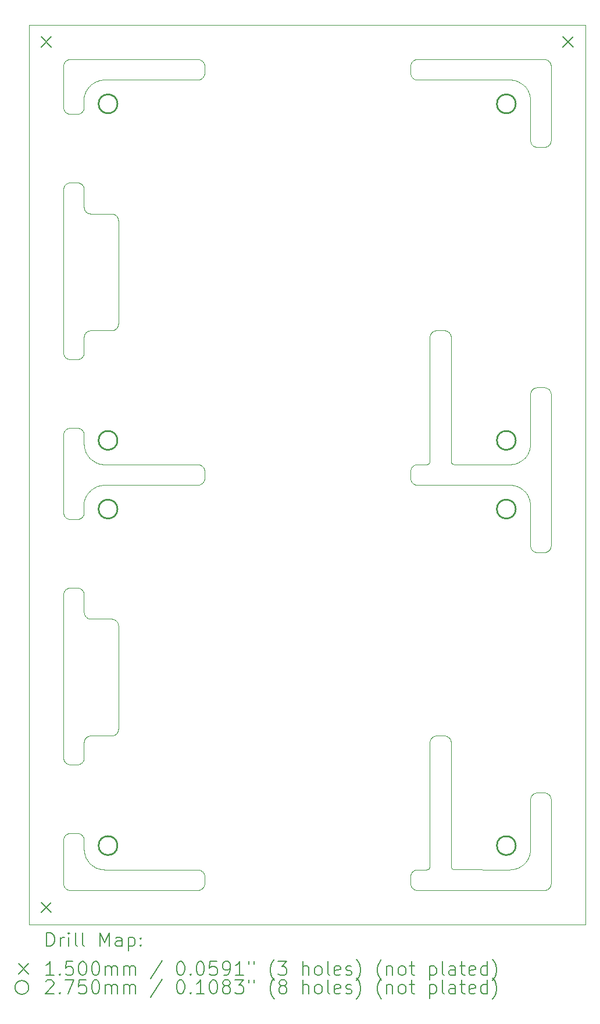
<source format=gbr>
%TF.GenerationSoftware,KiCad,Pcbnew,8.0.2+dfsg-1*%
%TF.CreationDate,2024-06-03T21:11:48+01:00*%
%TF.ProjectId,panel,70616e65-6c2e-46b6-9963-61645f706362,rev?*%
%TF.SameCoordinates,Original*%
%TF.FileFunction,Drillmap*%
%TF.FilePolarity,Positive*%
%FSLAX45Y45*%
G04 Gerber Fmt 4.5, Leading zero omitted, Abs format (unit mm)*
G04 Created by KiCad (PCBNEW 8.0.2+dfsg-1) date 2024-06-03 21:11:48*
%MOMM*%
%LPD*%
G01*
G04 APERTURE LIST*
%ADD10C,0.100000*%
%ADD11C,0.200000*%
%ADD12C,0.150000*%
%ADD13C,0.275000*%
G04 APERTURE END LIST*
D10*
X11366311Y-7875845D02*
X11370971Y-7874306D01*
X13318439Y-8677301D02*
X13314570Y-8680321D01*
X11705570Y-14228428D02*
X11715386Y-14236432D01*
X17933241Y-14268755D02*
X17944468Y-14262890D01*
X11504907Y-3297379D02*
X11500000Y-3297500D01*
X17844172Y-14296700D02*
X17846675Y-14296317D01*
X13343192Y-14547144D02*
X13340773Y-14551415D01*
X12081717Y-12307564D02*
X12078795Y-12311502D01*
X18380321Y-14559574D02*
X18377301Y-14563444D01*
X18068755Y-8233241D02*
X18069870Y-8230967D01*
X17994430Y-2871572D02*
X17984614Y-2863568D01*
X11595694Y-9126529D02*
X11594154Y-9131189D01*
X11998733Y-10650000D02*
X12001266Y-10650032D01*
X11683610Y-4748623D02*
X11686114Y-4749007D01*
X11332844Y-9171595D02*
X11329289Y-9168211D01*
X16595033Y-8398878D02*
X16596305Y-8398572D01*
X11676169Y-10647094D02*
X11678636Y-10647667D01*
X13329095Y-2532844D02*
X13332301Y-2536561D01*
X18152860Y-13191808D02*
X18157244Y-13189601D01*
X18100482Y-7370198D02*
X18101082Y-7365327D01*
X11665128Y-2910470D02*
X11656978Y-2920753D01*
X11668865Y-4745004D02*
X11671282Y-4745762D01*
X11648195Y-10635507D02*
X11650378Y-10636792D01*
X11755532Y-8362890D02*
X11766759Y-8368755D01*
X12007399Y-12349692D02*
X12002502Y-12349936D01*
X11631536Y-8860315D02*
X11630325Y-8862585D01*
X16377699Y-14563444D02*
X16374679Y-14559574D01*
X11626671Y-10617957D02*
X11628416Y-10619792D01*
X18028428Y-14194430D02*
X18036432Y-14184614D01*
X16357997Y-8475706D02*
X16359306Y-8470976D01*
X16371853Y-2755557D02*
X16369227Y-2751410D01*
X16435491Y-2501921D02*
X16440327Y-2501082D01*
X16891789Y-12361805D02*
X16896059Y-12364224D01*
X11600000Y-8099367D02*
X11600016Y-8100633D01*
X18018287Y-2894250D02*
X18016542Y-2892414D01*
X11583147Y-4341943D02*
X11585773Y-4346090D01*
X11717389Y-14237982D02*
X11727598Y-14245479D01*
X16977088Y-14296306D02*
X16978006Y-14296651D01*
X11300000Y-10297500D02*
X11300120Y-10292593D01*
X16356921Y-2719509D02*
X16356082Y-2714673D01*
X11352860Y-7881808D02*
X11357244Y-7879601D01*
X11637807Y-4728277D02*
X11639810Y-4729827D01*
X11390198Y-4297982D02*
X11395093Y-4297620D01*
X11854375Y-2803462D02*
X11851833Y-2803858D01*
X16387844Y-14574100D02*
X16384289Y-14570715D01*
X18359570Y-2519679D02*
X18363439Y-2522699D01*
X16619976Y-8385333D02*
X16620876Y-8384384D01*
X18098557Y-14029087D02*
X18099519Y-14016458D01*
X13293268Y-8692388D02*
X13288689Y-8694154D01*
X11325905Y-6837156D02*
X11322699Y-6833439D01*
X11600096Y-6546201D02*
X11600016Y-6549367D01*
X11348590Y-3283273D02*
X11344443Y-3280647D01*
X16891789Y-6461805D02*
X16896059Y-6464224D01*
X11301921Y-7950491D02*
X11302997Y-7945702D01*
X13355000Y-14500005D02*
X13354879Y-14504911D01*
X18314673Y-13181082D02*
X18319509Y-13181921D01*
X11623843Y-8217130D02*
X11624841Y-8219458D01*
X16421311Y-14594159D02*
X16416731Y-14592392D01*
X18388192Y-13232860D02*
X18390399Y-13237244D01*
X18099519Y-3083542D02*
X18098557Y-3070913D01*
X18114227Y-9631410D02*
X18111808Y-9627140D01*
X16953620Y-14277686D02*
X16953991Y-14278225D01*
X11826038Y-14290709D02*
X11838376Y-14293573D01*
X11332844Y-3271595D02*
X11329289Y-3268211D01*
X11314227Y-7918590D02*
X11316853Y-7914443D01*
X13338147Y-14555562D02*
X13335321Y-14559574D01*
X13338147Y-14344444D02*
X13340773Y-14348591D01*
X18385773Y-2548590D02*
X18388192Y-2552860D01*
X11883542Y-14299519D02*
X11886072Y-14299647D01*
X12061502Y-4771205D02*
X12065292Y-4774315D01*
X18380321Y-7320430D02*
X18383147Y-7324443D01*
X18099984Y-3099367D02*
X18099647Y-3086072D01*
X16355000Y-14500005D02*
X16355000Y-14400004D01*
X17813928Y-8700353D02*
X17800633Y-8700016D01*
X16445198Y-8400486D02*
X16450093Y-8400125D01*
X16430702Y-14303001D02*
X16435491Y-14301926D01*
X18100000Y-9580000D02*
X18100000Y-9000633D01*
X18046926Y-14170323D02*
X18053896Y-14159747D01*
X12035999Y-10656748D02*
X12040528Y-10658626D01*
X13325711Y-2770711D02*
X13322156Y-2774095D01*
X11380491Y-2501921D02*
X11385327Y-2501082D01*
X11666777Y-8808496D02*
X11665128Y-8810470D01*
X11737522Y-8746916D02*
X11735351Y-8748295D01*
X11605815Y-10583532D02*
X11606695Y-10585907D01*
X16399443Y-14316857D02*
X16403590Y-14314232D01*
X16416731Y-2792388D02*
X16412244Y-2790399D01*
X16391561Y-8422703D02*
X16395430Y-8419684D01*
X11657112Y-4740309D02*
X11659413Y-4741367D01*
X18161732Y-3772388D02*
X18157244Y-3770399D01*
X16957866Y-14283079D02*
X16958767Y-14284027D01*
X11314227Y-12721410D02*
X11311808Y-12717140D01*
X11301921Y-6789509D02*
X11301082Y-6784673D01*
X11366311Y-10203346D02*
X11370971Y-10201806D01*
X11715386Y-14236432D02*
X11717389Y-14237982D01*
X17970323Y-2853074D02*
X17959747Y-2846104D01*
X18061661Y-8853318D02*
X18055236Y-8842403D01*
X11519509Y-13771921D02*
X11524298Y-13772997D01*
X11555557Y-7886853D02*
X11559570Y-7889679D01*
X16627233Y-14276099D02*
X16627916Y-14274984D01*
X16950464Y-14272336D02*
X16950938Y-14273195D01*
X16911804Y-6475899D02*
X16915358Y-6479282D01*
X16445198Y-14599523D02*
X16440327Y-14598922D01*
X16950938Y-14273195D02*
X16952573Y-14276027D01*
X12017128Y-4751514D02*
X12021936Y-4752474D01*
X16380905Y-8432849D02*
X16384289Y-8429294D01*
X12044959Y-6439276D02*
X12040528Y-6441374D01*
X11559570Y-3277821D02*
X11555557Y-3280647D01*
X13349154Y-14533694D02*
X13347388Y-14538273D01*
X13310557Y-14316854D02*
X13314570Y-14319681D01*
X16364601Y-2557244D02*
X16366808Y-2552860D01*
X18081735Y-8202993D02*
X18085832Y-8191008D01*
X18100120Y-7375093D02*
X18100482Y-7370198D01*
X11309601Y-13827244D02*
X11311808Y-13822860D01*
X18324298Y-14597008D02*
X18319509Y-14598083D01*
X11400000Y-10197500D02*
X11500000Y-10197500D01*
X16421311Y-2794154D02*
X16416731Y-2792388D01*
X11693672Y-4749775D02*
X11696201Y-4749904D01*
X18100120Y-13275093D02*
X18100482Y-13270198D01*
X13347388Y-8638268D02*
X13345399Y-8642756D01*
X16596631Y-14298529D02*
X16597581Y-14298281D01*
X12099936Y-6352502D02*
X12099692Y-6357399D01*
X18100000Y-13280000D02*
X18100120Y-13275093D01*
X17919458Y-8724842D02*
X17917130Y-8723843D01*
X16355000Y-8500004D02*
X16355120Y-8495098D01*
X16644660Y-12407230D02*
X16646867Y-12402846D01*
X16980497Y-14297452D02*
X16983340Y-14298213D01*
X11655433Y-8822810D02*
X11647822Y-8833498D01*
X18102997Y-9604298D02*
X18101921Y-9599509D01*
X16844654Y-6450000D02*
X16849560Y-6450120D01*
X11664093Y-10643305D02*
X11666468Y-10644185D01*
X11602906Y-12426169D02*
X11602333Y-12428636D01*
X18314673Y-14598922D02*
X18309802Y-14599523D01*
X11639810Y-10629827D02*
X11641852Y-10631327D01*
X11870913Y-8398557D02*
X11883542Y-8399519D01*
X11626671Y-12382043D02*
X11624973Y-12383923D01*
X18075158Y-14119458D02*
X18076157Y-14117130D01*
X11652593Y-12361979D02*
X11650378Y-12363208D01*
X13259907Y-14300122D02*
X13264802Y-14300483D01*
X16366808Y-2747140D02*
X16364601Y-2742756D01*
X11559570Y-7889679D02*
X11563439Y-7892699D01*
X11624973Y-10616077D02*
X11626671Y-10617957D01*
X16908087Y-6472694D02*
X16911804Y-6475899D01*
X11574095Y-3264656D02*
X11570711Y-3268211D01*
X11659413Y-4741367D02*
X11661741Y-4742366D01*
X11600096Y-12446201D02*
X11600016Y-12449367D01*
X13274509Y-8698079D02*
X13269673Y-8698918D01*
X16968901Y-8392233D02*
X16971166Y-8393541D01*
X18367156Y-13205905D02*
X18370711Y-13209289D01*
X11700633Y-6450000D02*
X11699367Y-6450016D01*
X11590399Y-3240255D02*
X11588192Y-3244640D01*
X18157244Y-9670399D02*
X18152860Y-9668192D01*
X16604968Y-8395649D02*
X16606148Y-8395086D01*
X17972402Y-8754521D02*
X17970323Y-8753074D01*
X11316853Y-12725557D02*
X11314227Y-12721410D01*
X17873962Y-8709290D02*
X17861624Y-8706427D01*
X11603555Y-3033397D02*
X11602962Y-3035900D01*
X18122699Y-7316561D02*
X18125905Y-7312844D01*
X13353078Y-8619509D02*
X13352003Y-8624298D01*
X16944995Y-8348993D02*
X16945012Y-8350296D01*
X16369227Y-8448594D02*
X16371853Y-8444447D01*
X18392388Y-2561732D02*
X18394154Y-2566311D01*
X16945038Y-14251280D02*
X16945083Y-14252260D01*
X17902993Y-14281735D02*
X17905368Y-14280856D01*
X17959747Y-14253896D02*
X17970323Y-14246926D01*
X10800029Y-2000029D02*
X10800000Y-2001227D01*
X13354518Y-8490200D02*
X13354879Y-8495094D01*
X11676169Y-6452906D02*
X11673717Y-6453541D01*
X12099936Y-4847498D02*
X12099968Y-4848734D01*
X11325905Y-3264656D02*
X11322699Y-3260939D01*
X17902993Y-2818265D02*
X17891008Y-2814168D01*
X16634157Y-8356849D02*
X16634243Y-8356200D01*
X17902993Y-8381735D02*
X17905368Y-8380856D01*
X12068925Y-4777608D02*
X12072392Y-4781075D01*
X11613208Y-12400378D02*
X11611979Y-12402593D01*
X11688626Y-10649327D02*
X11691146Y-10649583D01*
X18180491Y-13181921D02*
X18185327Y-13181082D01*
X11307612Y-13831731D02*
X11309601Y-13827244D01*
X16955371Y-8380052D02*
X16956167Y-8381089D01*
X16849560Y-6450120D02*
X16854455Y-6450481D01*
X11724462Y-8755615D02*
X11722365Y-8757105D01*
X11400000Y-4297500D02*
X11500000Y-4297500D01*
X16978326Y-8396728D02*
X16980814Y-8397537D01*
X11678636Y-6452333D02*
X11676169Y-6452906D01*
X16391561Y-8677301D02*
X16387844Y-8674095D01*
X11631245Y-8233241D02*
X11637109Y-8244468D01*
X11823636Y-8709746D02*
X11821148Y-8710401D01*
X16915358Y-12379282D02*
X16918743Y-12382837D01*
X18380321Y-3739570D02*
X18377301Y-3743439D01*
X11325905Y-2532844D02*
X11329289Y-2529289D01*
X18899970Y-2000029D02*
X18898773Y-2000000D01*
X16589868Y-8399696D02*
X16591164Y-8399525D01*
X16613225Y-14291009D02*
X16614023Y-14290437D01*
X16356921Y-8619509D02*
X16356082Y-8614673D01*
X11630130Y-14130967D02*
X11631245Y-14133241D01*
X18085832Y-14091008D02*
X18086590Y-14088591D01*
X13255000Y-8400001D02*
X13259907Y-8400122D01*
X18399518Y-2590198D02*
X18399880Y-2595093D01*
X16629759Y-8371519D02*
X16629899Y-8371224D01*
X18399518Y-13270198D02*
X18399880Y-13275093D01*
X13329095Y-14332845D02*
X13332301Y-14336562D01*
X16630791Y-14269115D02*
X16631846Y-14266368D01*
X18338268Y-9672388D02*
X18333689Y-9674154D01*
X16440327Y-8401087D02*
X16445198Y-8400486D01*
X16624272Y-14280408D02*
X16625068Y-14279370D01*
X18351410Y-3765773D02*
X18347140Y-3768192D01*
X11623843Y-14117130D02*
X11624841Y-14119458D01*
X16399443Y-2516853D02*
X16403590Y-2514227D01*
X18099984Y-8999367D02*
X18099647Y-8986072D01*
X11599518Y-6779802D02*
X11598918Y-6784673D01*
X11370971Y-9193194D02*
X11366311Y-9191654D01*
X13354518Y-14390199D02*
X13354879Y-14395094D01*
X11329289Y-14570715D02*
X11325905Y-14567160D01*
X11779142Y-2825000D02*
X11776784Y-2826030D01*
X16360845Y-8466315D02*
X16362612Y-8461736D01*
X11577301Y-12733439D02*
X11574095Y-12737156D01*
X18374095Y-14567160D02*
X18370711Y-14570715D01*
X11604237Y-6521282D02*
X11603541Y-6523717D01*
X12021936Y-12347526D02*
X12017128Y-12348485D01*
X11883028Y-8700503D02*
X11869946Y-8701515D01*
X16628414Y-8374138D02*
X16628570Y-8373851D01*
X18090710Y-3026038D02*
X18090075Y-3023586D01*
X11900643Y-2800000D02*
X11899357Y-2800016D01*
X13353078Y-14519514D02*
X13352003Y-14524303D01*
X11598078Y-12689509D02*
X11597003Y-12694298D01*
X11611979Y-10597407D02*
X11613208Y-10599622D01*
X16356082Y-2714673D02*
X16355481Y-2709802D01*
X18200000Y-13180000D02*
X18300000Y-13180000D01*
X16989777Y-14299337D02*
X16991081Y-14299439D01*
X18119679Y-3739570D02*
X18116853Y-3735557D01*
X11776784Y-2826030D02*
X11764899Y-2831588D01*
X11605917Y-14059142D02*
X11606427Y-14061624D01*
X16989775Y-8399352D02*
X16990754Y-8399422D01*
X13329095Y-8667156D02*
X13325711Y-8670711D01*
X11666468Y-6455815D02*
X11664093Y-6456695D01*
X11319679Y-10237930D02*
X11322699Y-10234061D01*
X12012278Y-10650792D02*
X12017128Y-10651514D01*
X13269673Y-2501082D02*
X13274509Y-2501921D01*
X11650378Y-12363208D02*
X11648195Y-12364493D01*
X16701368Y-12355844D02*
X16706028Y-12354305D01*
X11599879Y-9102407D02*
X11599518Y-9107302D01*
X11551410Y-7884227D02*
X11555557Y-7886853D01*
X16387844Y-2774095D02*
X16384289Y-2770711D01*
X11307612Y-4359232D02*
X11309601Y-4354744D01*
X11692414Y-8316542D02*
X11694250Y-8318287D01*
X18898773Y-2000000D02*
X10801227Y-2000000D01*
X16971166Y-8393541D02*
X16972315Y-8394165D01*
X11585773Y-10246090D02*
X11588192Y-10250360D01*
X16356921Y-14519514D02*
X16356082Y-14514678D01*
X11366311Y-14594159D02*
X11361731Y-14592392D01*
X13345399Y-8457246D02*
X13347388Y-8461733D01*
X18098301Y-8968393D02*
X18096701Y-8955828D01*
X12075684Y-6415292D02*
X12072392Y-6418925D01*
X18394154Y-3713689D02*
X18392388Y-3718268D01*
X18075158Y-8880542D02*
X18069870Y-8869033D01*
X11600417Y-10558854D02*
X11600673Y-10561374D01*
X18399880Y-13275093D02*
X18400000Y-13280000D01*
X11509802Y-6869518D02*
X11504907Y-6869879D01*
X18068755Y-8866759D02*
X18062891Y-8855532D01*
X16996298Y-8399645D02*
X17799356Y-8400000D01*
X12061502Y-12328795D02*
X12057564Y-12331717D01*
X11500000Y-6870000D02*
X11400000Y-6870000D01*
X11838924Y-8706209D02*
X11836406Y-8706734D01*
X13350694Y-8470973D02*
X13352003Y-8475703D01*
X17859143Y-8394082D02*
X17861624Y-8393573D01*
X11646104Y-8259747D02*
X11653074Y-8270323D01*
X11617226Y-12393931D02*
X11615833Y-12396046D01*
X11648195Y-4735507D02*
X11650378Y-4736792D01*
X11524298Y-10200497D02*
X11529028Y-10201806D01*
X12078795Y-6411502D02*
X12075684Y-6415292D01*
X18319509Y-2501921D02*
X18324298Y-2502997D01*
X16366808Y-8647140D02*
X16364601Y-8642756D01*
X18069870Y-2969033D02*
X18068755Y-2966759D01*
X16425971Y-2504306D02*
X16430702Y-2502997D01*
X16634645Y-14248697D02*
X16635052Y-12449977D01*
X11606427Y-14061624D02*
X11609290Y-14073962D01*
X18304907Y-13180120D02*
X18309802Y-13180481D01*
X18370711Y-7309289D02*
X18374095Y-7312844D01*
X11715386Y-8336432D02*
X11717389Y-8337982D01*
X18333689Y-7285845D02*
X18338268Y-7287612D01*
X18309802Y-7280481D02*
X18314673Y-7281082D01*
X13340773Y-2548590D02*
X13343192Y-2552860D01*
X11542755Y-7879601D02*
X11547140Y-7881808D01*
X11666468Y-4744185D02*
X11668865Y-4745004D01*
X18098301Y-8131607D02*
X18098557Y-8129087D01*
X18090075Y-14076414D02*
X18090710Y-14073962D01*
X13350694Y-14529033D02*
X13349154Y-14533694D01*
X17946682Y-8361661D02*
X17957597Y-8355236D01*
X16945631Y-14257464D02*
X16945791Y-14258432D01*
X18107612Y-7341731D02*
X18109601Y-7337244D01*
X11740253Y-8353896D02*
X11742402Y-8355236D01*
X16617084Y-8387983D02*
X16619027Y-8386233D01*
X11681117Y-4748176D02*
X11683610Y-4748623D01*
X11855828Y-8396701D02*
X11868393Y-8398301D01*
X11302997Y-12694298D02*
X11301921Y-12689509D01*
X16360845Y-14366315D02*
X16362612Y-14361736D01*
X11336561Y-4320199D02*
X11340430Y-4317179D01*
X18099647Y-8113928D02*
X18099984Y-8100633D01*
X18140430Y-3760321D02*
X18136561Y-3757301D01*
X11555557Y-4314353D02*
X11559570Y-4317179D01*
X16360845Y-2733689D02*
X16359306Y-2729029D01*
X12057564Y-6431717D02*
X12053488Y-6434442D01*
X18100120Y-3684907D02*
X18100000Y-3680000D01*
X11300481Y-10287698D02*
X11301082Y-10282827D01*
X18309802Y-2500482D02*
X18314673Y-2501082D01*
X11301921Y-13850491D02*
X11302997Y-13845702D01*
X12072392Y-12318925D02*
X12068925Y-12322392D01*
X11329289Y-4326789D02*
X11332844Y-4323405D01*
X11632043Y-12376671D02*
X11630207Y-12378416D01*
X11646385Y-2935631D02*
X11639334Y-2946697D01*
X18347140Y-13191808D02*
X18351410Y-13194227D01*
X11352860Y-14588197D02*
X11348590Y-14585777D01*
X11711866Y-8764975D02*
X11709848Y-8766570D01*
X18314673Y-9678918D02*
X18309802Y-9679518D01*
X12007399Y-10650308D02*
X12012278Y-10650792D01*
X16952573Y-14276027D02*
X16953080Y-14276867D01*
X11595694Y-13840971D02*
X11597003Y-13845702D01*
X16988481Y-14299166D02*
X16989777Y-14299337D01*
X11504907Y-13770120D02*
X11509802Y-13770481D01*
X18390399Y-7337244D02*
X18392388Y-7341731D01*
X12026692Y-12346332D02*
X12021936Y-12347526D01*
X11529028Y-10201806D02*
X11533689Y-10203346D01*
X16395430Y-14580325D02*
X16391561Y-14577306D01*
X17970323Y-8753074D02*
X17959747Y-8746104D01*
X12098485Y-4832872D02*
X12099208Y-4837722D01*
X11686114Y-6450993D02*
X11683610Y-6451377D01*
X16953093Y-8376858D02*
X16953834Y-8377936D01*
X16362612Y-14538273D02*
X16360845Y-14533694D01*
X11314227Y-4346090D02*
X11316853Y-4341943D01*
X11604237Y-12421282D02*
X11603541Y-12423717D01*
X16357997Y-14375706D02*
X16359306Y-14370976D01*
X18392388Y-3718268D02*
X18390399Y-3722755D01*
X11538268Y-6862388D02*
X11533689Y-6864154D01*
X11336561Y-2522699D02*
X11340430Y-2519679D01*
X13297755Y-2790399D02*
X13293268Y-2792388D01*
X11538268Y-12762388D02*
X11533689Y-12764154D01*
X11683458Y-8307586D02*
X11692414Y-8316542D01*
X11630325Y-8862585D02*
X11624449Y-8874316D01*
X18053896Y-14159747D02*
X18055236Y-14157597D01*
X18104306Y-3709028D02*
X18102997Y-3704298D01*
X12031383Y-10655094D02*
X12035999Y-10656748D01*
X16960616Y-8385876D02*
X16962560Y-8387626D01*
X16696789Y-6457610D02*
X16701368Y-6455844D01*
X18333689Y-14594159D02*
X18329029Y-14595699D01*
X16627916Y-14274984D02*
X16628540Y-14273835D01*
X18359570Y-14580325D02*
X18355557Y-14583151D01*
X13288689Y-14594159D02*
X13284028Y-14595699D01*
X16651913Y-6494431D02*
X16654739Y-6490419D01*
X12086963Y-10700717D02*
X12089276Y-10705040D01*
X18385773Y-7328590D02*
X18388192Y-7332860D01*
X16868949Y-6452996D02*
X16873679Y-6454305D01*
X18111808Y-9627140D02*
X18109601Y-9622756D01*
X11595694Y-4368471D02*
X11597003Y-4373202D01*
X11305845Y-12703689D02*
X11304306Y-12699028D01*
X11600016Y-10550633D02*
X11600096Y-10553798D01*
X11607634Y-10588259D02*
X11608633Y-10590587D01*
X11615833Y-6496046D02*
X11614493Y-6498195D01*
X17946682Y-14261661D02*
X17957597Y-14255236D01*
X11301921Y-14519514D02*
X11301082Y-14514678D01*
X11300120Y-2595093D02*
X11300481Y-2590198D01*
X16878339Y-12355844D02*
X16882918Y-12357610D01*
X11555557Y-3280647D02*
X11551410Y-3283273D01*
X11400000Y-2500000D02*
X13255000Y-2500000D01*
X18399880Y-7375093D02*
X18400000Y-7380000D01*
X16940344Y-12420957D02*
X16941653Y-12425686D01*
X16635174Y-6545071D02*
X16635536Y-6540177D01*
X11647822Y-8833498D02*
X11646385Y-8835631D01*
X12084442Y-6403488D02*
X12081717Y-6407564D01*
X17846675Y-8396317D02*
X17859143Y-8394082D01*
X11538268Y-13777612D02*
X11542755Y-13779601D01*
X11375702Y-6867003D02*
X11370971Y-6865694D01*
X17930967Y-8369870D02*
X17933241Y-8368755D01*
X17816458Y-8399519D02*
X17829087Y-8398557D01*
X16357997Y-14524303D02*
X16356921Y-14519514D01*
X11348590Y-12755773D02*
X11344443Y-12753147D01*
X11344443Y-9180647D02*
X11340430Y-9177821D01*
X16588564Y-14299799D02*
X16589868Y-14299696D01*
X18355557Y-13196853D02*
X18359570Y-13199679D01*
X11735351Y-2848295D02*
X11724462Y-2855615D01*
X11300000Y-4397500D02*
X11300120Y-4392593D01*
X17888591Y-8713410D02*
X17876414Y-8709925D01*
X18385773Y-13228590D02*
X18388192Y-13232860D01*
X11599879Y-6774907D02*
X11599518Y-6779802D01*
X11304306Y-14529033D02*
X11302997Y-14524303D01*
X11671572Y-8294430D02*
X11673222Y-8296352D01*
X11301082Y-7955327D02*
X11301921Y-7950491D01*
X18099519Y-14016458D02*
X18099647Y-14013928D01*
X11357244Y-13779601D02*
X11361731Y-13777612D01*
X11729677Y-14246926D02*
X11740253Y-14253896D01*
X16606148Y-8395086D02*
X16608770Y-8393750D01*
X18180491Y-7281921D02*
X18185327Y-7281082D01*
X17930967Y-2830130D02*
X17919458Y-2824841D01*
X18329029Y-13184306D02*
X18333689Y-13185845D01*
X11559570Y-9177821D02*
X11555557Y-9180647D01*
X11599518Y-3207302D02*
X11598918Y-3212173D01*
X11336561Y-14577306D02*
X11332844Y-14574100D01*
X16878339Y-6455844D02*
X16882918Y-6457610D01*
X18005750Y-8781713D02*
X17996352Y-8773222D01*
X18046926Y-8270323D02*
X18053896Y-8259747D01*
X18096317Y-8953325D02*
X18094082Y-8940857D01*
X12072392Y-6418925D02*
X12068925Y-6422392D01*
X11329289Y-2529289D02*
X11332844Y-2525905D01*
X11673222Y-8296352D02*
X11681713Y-8305750D01*
X16355120Y-14395098D02*
X16355481Y-14390203D01*
X11380491Y-7871921D02*
X11385327Y-7871082D01*
X13288689Y-14305847D02*
X13293268Y-14307613D01*
X11307612Y-3235768D02*
X11305845Y-3231189D01*
X11585773Y-13818590D02*
X11588192Y-13822860D01*
X11390198Y-10197982D02*
X11395093Y-10197620D01*
X16450093Y-14300125D02*
X16455000Y-14300004D01*
X11626671Y-6482043D02*
X11624973Y-6483923D01*
X16395430Y-2519679D02*
X16399443Y-2516853D01*
X18363439Y-7302699D02*
X18367156Y-7305905D01*
X18370711Y-2529289D02*
X18374095Y-2532844D01*
X11375702Y-12767003D02*
X11370971Y-12765694D01*
X18314673Y-7281082D02*
X18319509Y-7281921D01*
X11344443Y-13786853D02*
X11348590Y-13784227D01*
X17816458Y-8700481D02*
X17813928Y-8700353D01*
X11600266Y-3048733D02*
X11600033Y-3050003D01*
X16991081Y-14299439D02*
X16993704Y-14299577D01*
X16896059Y-12364224D02*
X16900205Y-12366849D01*
X16646867Y-12402846D02*
X16649287Y-12398577D01*
X11633923Y-6474973D02*
X11632043Y-6476671D01*
X11624449Y-8874316D02*
X11623357Y-8876645D01*
X13335321Y-14340431D02*
X13338147Y-14344444D01*
X11611979Y-4697407D02*
X11613208Y-4699622D01*
X11583147Y-13814443D02*
X11585773Y-13818590D01*
X11385327Y-7871082D02*
X11390198Y-7870481D01*
X11336561Y-7892699D02*
X11340430Y-7889679D01*
X11602962Y-8935900D02*
X11600266Y-8948734D01*
X17982611Y-14237982D02*
X17984614Y-14236432D01*
X18080856Y-8205368D02*
X18081735Y-8202993D01*
X18125905Y-13212844D02*
X18129289Y-13209289D01*
X13293268Y-14592392D02*
X13288689Y-14594159D01*
X18300000Y-3780000D02*
X18200000Y-3780000D01*
X11309601Y-2557244D02*
X11311808Y-2552860D01*
X11657112Y-12359691D02*
X11654838Y-12360806D01*
X12099208Y-12262278D02*
X12098485Y-12267128D01*
X11348590Y-2514227D02*
X11352860Y-2511808D01*
X11305845Y-13836311D02*
X11307612Y-13831731D01*
X13264802Y-8400483D02*
X13269673Y-8401084D01*
X11808992Y-8385832D02*
X11811409Y-8386590D01*
X11314227Y-13818590D02*
X11316853Y-13814443D01*
X16407860Y-14311812D02*
X16412244Y-14309605D01*
X11600481Y-14016458D02*
X11601443Y-14029087D01*
X11302997Y-14524303D02*
X11301921Y-14519514D01*
X11811409Y-8386590D02*
X11823586Y-8390075D01*
X16657759Y-12386551D02*
X16660965Y-12382835D01*
X16634645Y-8348697D02*
X16635052Y-6549977D01*
X13259907Y-8699880D02*
X13255000Y-8700000D01*
X16854455Y-6450481D02*
X16859326Y-6451082D01*
X16450093Y-14599884D02*
X16445198Y-14599523D01*
X11666468Y-12355815D02*
X11664093Y-12356695D01*
X16399443Y-2783147D02*
X16395430Y-2780321D01*
X18101921Y-7360491D02*
X18102997Y-7355702D01*
X11694250Y-8318287D02*
X11703648Y-8326778D01*
X11699367Y-4749984D02*
X11700633Y-4750000D01*
X18055236Y-2942402D02*
X18053896Y-2940253D01*
X11567156Y-3271595D02*
X11563439Y-3274801D01*
X11340430Y-9177821D02*
X11336561Y-9174801D01*
X11602962Y-3035900D02*
X11600266Y-3048733D01*
X16950938Y-8373195D02*
X16952410Y-8375743D01*
X18119679Y-9639570D02*
X18116853Y-9635557D01*
X18026778Y-14196352D02*
X18028428Y-14194430D01*
X11385327Y-12768918D02*
X11380491Y-12768078D01*
X18388192Y-3727140D02*
X18385773Y-3731410D01*
X18190198Y-3779518D02*
X18185327Y-3778918D01*
X13284029Y-14304307D02*
X13288689Y-14305847D01*
X17996352Y-8773222D02*
X17994430Y-8771572D01*
X11551410Y-3283273D02*
X11547140Y-3285692D01*
X12075684Y-10684708D02*
X12078795Y-10688498D01*
X12057564Y-12331717D02*
X12053488Y-12334442D01*
X11614168Y-8191008D02*
X11618265Y-8202993D01*
X11563439Y-10220199D02*
X11567156Y-10223405D01*
X11529028Y-4301806D02*
X11533689Y-4303346D01*
X11588192Y-4350360D02*
X11590399Y-4354744D01*
X11307612Y-9135768D02*
X11305845Y-9131189D01*
X11509802Y-13770481D02*
X11514673Y-13771082D01*
X16664349Y-6479281D02*
X16667904Y-6475898D01*
X11598078Y-13850491D02*
X11598918Y-13855327D01*
X11659413Y-6458633D02*
X11657112Y-6459691D01*
X11555557Y-6853147D02*
X11551410Y-6855773D01*
X16927795Y-12394433D02*
X16930421Y-12398579D01*
X16430702Y-14597008D02*
X16425971Y-14595699D01*
X11319679Y-2540430D02*
X11322699Y-2536561D01*
X18338268Y-7287612D02*
X18342756Y-7289601D01*
X17799356Y-8400000D02*
X17800644Y-8399984D01*
X16585954Y-14299936D02*
X16588564Y-14299799D01*
X16387844Y-14325909D02*
X16391561Y-14322703D01*
X13288689Y-2794154D02*
X13284028Y-2795694D01*
X13338147Y-2755557D02*
X13335321Y-2759570D01*
X18304907Y-14599884D02*
X18300000Y-14600005D01*
X11361731Y-13777612D02*
X11366311Y-13775845D01*
X11656978Y-8820753D02*
X11655433Y-8822810D01*
X11329289Y-9168211D02*
X11325905Y-9164656D01*
X11675446Y-2898646D02*
X11666777Y-2908496D01*
X13269673Y-8401084D02*
X13274509Y-8401923D01*
X16591164Y-8399525D02*
X16593748Y-8399116D01*
X11671282Y-12354237D02*
X11668865Y-12354996D01*
X18185327Y-9678918D02*
X18180491Y-9678079D01*
X11300000Y-2600000D02*
X11300120Y-2595093D01*
X12089276Y-4805040D02*
X12091374Y-4809472D01*
X11602333Y-12428636D02*
X11601823Y-12431117D01*
X18398918Y-7365327D02*
X18399518Y-7370198D01*
X16606149Y-14295085D02*
X16607329Y-14294522D01*
X11607634Y-12411741D02*
X11606695Y-12414093D01*
X11524298Y-6867003D02*
X11519509Y-6868078D01*
X17957597Y-2844764D02*
X17946682Y-2838339D01*
X11519509Y-12768078D02*
X11514673Y-12768918D01*
X11302997Y-4373202D02*
X11304306Y-4368471D01*
X12094906Y-4818617D02*
X12096332Y-4823308D01*
X11630325Y-2962585D02*
X11624449Y-2974316D01*
X18005750Y-8318287D02*
X18007586Y-8316542D01*
X11352860Y-4309308D02*
X11357244Y-4307101D01*
X16921948Y-12386552D02*
X16924968Y-12390421D01*
X18062891Y-8244468D02*
X18068755Y-8233241D01*
X11638339Y-8246682D02*
X11644764Y-8257597D01*
X18300000Y-13180000D02*
X18304907Y-13180120D01*
X18005750Y-14218287D02*
X18007586Y-14216542D01*
X12002502Y-12349936D02*
X12001266Y-12349968D01*
X18397003Y-7355702D02*
X18398079Y-7360491D01*
X16947913Y-14266318D02*
X16948968Y-14269065D01*
X11348590Y-14585777D02*
X11344443Y-14583151D01*
X16366808Y-8452865D02*
X16369227Y-8448594D01*
X11603541Y-4676283D02*
X11604237Y-4678718D01*
X17873962Y-14290709D02*
X17876414Y-14290075D01*
X12026692Y-6446332D02*
X12021936Y-6447526D01*
X16949338Y-8369974D02*
X16949743Y-8370868D01*
X16973196Y-14294594D02*
X16976184Y-14295924D01*
X18136561Y-7302699D02*
X18140430Y-7299679D01*
X12086963Y-6399283D02*
X12084442Y-6403488D01*
X11697835Y-8776667D02*
X11688201Y-8785574D01*
X18166311Y-9674154D02*
X18161732Y-9672388D01*
X18098557Y-3070913D02*
X18098301Y-3068393D01*
X11300000Y-6770000D02*
X11300000Y-4397500D01*
X11366311Y-6864154D02*
X11361731Y-6862388D01*
X11574095Y-12737156D02*
X11570711Y-12740711D01*
X11519509Y-3295578D02*
X11514673Y-3296418D01*
X13352003Y-14524303D02*
X13350694Y-14529033D01*
X11600000Y-3197500D02*
X11599879Y-3202407D01*
X13279298Y-14302998D02*
X13284029Y-14304307D01*
X11311808Y-6817140D02*
X11309601Y-6812755D01*
X18319509Y-13181921D02*
X18324298Y-13182997D01*
X11322699Y-10234061D02*
X11325905Y-10230344D01*
X17959747Y-8353896D02*
X17970323Y-8346926D01*
X18398918Y-3694673D02*
X18398079Y-3699509D01*
X11655433Y-2922810D02*
X11647822Y-2933498D01*
X11538268Y-3289888D02*
X11533689Y-3291654D01*
X11302997Y-6794298D02*
X11301921Y-6789509D01*
X16710758Y-6452996D02*
X16715546Y-6451921D01*
X11504907Y-6869879D02*
X11500000Y-6870000D01*
X17984614Y-2863568D02*
X17982611Y-2862017D01*
X16391561Y-2522699D02*
X16395430Y-2519679D01*
X11691146Y-10649583D02*
X11693672Y-10649775D01*
X18016542Y-8792414D02*
X18007586Y-8783458D01*
X11694250Y-14218287D02*
X11703648Y-14226778D01*
X16924968Y-6490421D02*
X16927795Y-6494433D01*
X18383147Y-7324443D02*
X18385773Y-7328590D01*
X11352860Y-12758192D02*
X11348590Y-12755773D01*
X11567156Y-12744095D02*
X11563439Y-12747301D01*
X16360845Y-2566311D02*
X16362612Y-2561732D01*
X11300120Y-14504911D02*
X11300000Y-14500005D01*
X11319679Y-7910430D02*
X11322699Y-7906561D01*
X13340773Y-14551415D02*
X13338147Y-14555562D01*
X16624498Y-8380169D02*
X16625080Y-8379379D01*
X11611633Y-3005747D02*
X11607631Y-3018243D01*
X11332844Y-13795905D02*
X11336561Y-13792699D01*
X11325905Y-13802844D02*
X11329289Y-13799289D01*
X16675490Y-12369674D02*
X16679502Y-12366848D01*
X12078795Y-12311502D02*
X12075684Y-12315292D01*
X16355120Y-2704907D02*
X16355000Y-2700000D01*
X11657112Y-10640309D02*
X11659413Y-10641367D01*
X11595694Y-3226528D02*
X11594154Y-3231189D01*
X11314227Y-10246090D02*
X11316853Y-10241943D01*
X11654838Y-12360806D02*
X11652593Y-12361979D01*
X11643931Y-12367226D02*
X11641852Y-12368673D01*
X16357997Y-8624298D02*
X16356921Y-8619509D01*
X12100000Y-10751267D02*
X12100000Y-12248733D01*
X16395430Y-8680321D02*
X16391561Y-8677301D01*
X16725252Y-6450481D02*
X16730146Y-6450120D01*
X17888591Y-14286590D02*
X17891008Y-14285832D01*
X11604996Y-6518865D02*
X11604237Y-6521282D01*
X11600000Y-10297500D02*
X11600000Y-10549367D01*
X12017128Y-12348485D02*
X12012278Y-12349208D01*
X16412244Y-2509601D02*
X16416731Y-2507612D01*
X11821148Y-2810400D02*
X11808549Y-2814065D01*
X13297755Y-14590403D02*
X13293268Y-14592392D01*
X13293268Y-8407613D02*
X13297756Y-8409602D01*
X11322699Y-2536561D02*
X11325905Y-2532844D01*
X11604237Y-10578718D02*
X11604996Y-10581135D01*
X11870913Y-14298557D02*
X11883542Y-14299519D01*
X11370971Y-6865694D02*
X11366311Y-6864154D01*
X16639363Y-6520954D02*
X16640904Y-6516294D01*
X11594154Y-13836311D02*
X11595694Y-13840971D01*
X18300000Y-9680000D02*
X18200000Y-9680000D01*
X16625630Y-8378567D02*
X16627411Y-8375824D01*
X11600033Y-8950003D02*
X11600000Y-8951294D01*
X12098485Y-10732872D02*
X12099208Y-10737722D01*
X16725252Y-12350481D02*
X16730146Y-12350120D01*
X17984614Y-8763568D02*
X17982611Y-8762017D01*
X11598918Y-3212173D02*
X11598078Y-3217009D01*
X11630207Y-6478416D02*
X11628416Y-6480207D01*
X11585773Y-9148910D02*
X11583147Y-9153057D01*
X11709848Y-2866570D02*
X11699768Y-2874970D01*
X16425971Y-14595699D02*
X16421311Y-14594159D01*
X16971437Y-14293727D02*
X16972308Y-14294178D01*
X11623324Y-6485844D02*
X11621723Y-6487807D01*
X11677194Y-8796760D02*
X11675446Y-8798646D01*
X12099208Y-4837722D02*
X12099692Y-4842601D01*
X16632662Y-14263883D02*
X16632922Y-14262937D01*
X12040528Y-4758626D02*
X12044959Y-4760724D01*
X18399518Y-7370198D02*
X18399880Y-7375093D01*
X11336561Y-10220199D02*
X11340430Y-10217179D01*
X11614493Y-4701805D02*
X11615833Y-4703954D01*
X11592388Y-12708268D02*
X11590399Y-12712755D01*
X18036432Y-14184614D02*
X18037983Y-14182611D01*
X18175702Y-9677003D02*
X18170971Y-9675694D01*
X13343192Y-14352862D02*
X13345399Y-14357246D01*
X11646046Y-6465833D02*
X11643931Y-6467226D01*
X11693672Y-6450224D02*
X11691146Y-6450417D01*
X11357244Y-12760399D02*
X11352860Y-12758192D01*
X12065292Y-12325684D02*
X12061502Y-12328795D01*
X11366311Y-4303346D02*
X11370971Y-4301806D01*
X16377699Y-2763439D02*
X16374679Y-2759570D01*
X12053488Y-12334442D02*
X12049283Y-12336963D01*
X16416731Y-2507612D02*
X16421311Y-2505846D01*
X16629899Y-8371224D02*
X16630304Y-8370330D01*
X11348590Y-4311727D02*
X11352860Y-4309308D01*
X18329029Y-9675694D02*
X18324298Y-9677003D01*
X18329029Y-2504306D02*
X18333689Y-2505846D01*
X11600000Y-6550633D02*
X11600000Y-6770000D01*
X11766759Y-8368755D02*
X11769033Y-8369870D01*
X11332844Y-10223405D02*
X11336561Y-10220199D01*
X16374679Y-14559574D02*
X16371853Y-14555562D01*
X11597003Y-7945702D02*
X11598078Y-7950491D01*
X11597003Y-3221798D02*
X11595694Y-3226528D01*
X11357244Y-10207101D02*
X11361731Y-10205112D01*
X12099692Y-12257399D02*
X12099208Y-12262278D01*
X12026692Y-10653668D02*
X12031383Y-10655094D01*
X11385327Y-14598922D02*
X11380491Y-14598083D01*
X13335321Y-2759570D02*
X13332301Y-2763439D01*
X11594154Y-10263811D02*
X11595694Y-10268471D01*
X11305845Y-3231189D02*
X11304306Y-3226528D01*
X11641852Y-6468673D02*
X11639810Y-6470173D01*
X11661741Y-4742366D02*
X11664093Y-4743305D01*
X11563439Y-13792699D02*
X11567156Y-13795905D01*
X16421311Y-8694154D02*
X16416731Y-8692388D01*
X11598078Y-3217009D02*
X11597003Y-3221798D01*
X11668865Y-12354996D02*
X11666468Y-12355815D01*
X10800000Y-15098777D02*
X10800029Y-15099975D01*
X16943569Y-12435310D02*
X16944171Y-12440180D01*
X13354879Y-14504911D02*
X13354518Y-14509806D01*
X12096332Y-12276692D02*
X12094906Y-12281383D01*
X13332301Y-2763439D02*
X13329095Y-2767156D01*
X18390399Y-13237244D02*
X18392388Y-13241731D01*
X11840857Y-14294082D02*
X11853325Y-14296317D01*
X11361731Y-6862388D02*
X11357244Y-6860399D01*
X11529028Y-6865694D02*
X11524298Y-6867003D01*
X11598078Y-4377991D02*
X11598918Y-4382827D01*
X11751013Y-8738900D02*
X11748774Y-8740166D01*
X11309601Y-14542760D02*
X11307612Y-14538273D01*
X18195093Y-13180120D02*
X18200000Y-13180000D01*
X12096332Y-6376692D02*
X12094906Y-6381383D01*
X12035999Y-6443252D02*
X12031383Y-6444906D01*
X11301921Y-3217009D02*
X11301082Y-3212173D01*
X11644764Y-14157597D02*
X11646104Y-14159747D01*
X18080856Y-8894632D02*
X18076157Y-8882870D01*
X13264802Y-2799518D02*
X13259907Y-2799879D01*
X16945012Y-8350296D02*
X16945038Y-8351280D01*
X17799367Y-8700000D02*
X16455000Y-8700000D01*
X18101082Y-7365327D02*
X18101921Y-7360491D01*
X18319509Y-9678079D02*
X18314673Y-9678918D01*
X16595995Y-14298682D02*
X16596631Y-14298529D01*
X11370971Y-12765694D02*
X11366311Y-12764154D01*
X11883542Y-8399519D02*
X11886072Y-8399647D01*
X16873679Y-12354305D02*
X16878339Y-12355844D01*
X16412244Y-2790399D02*
X16407860Y-2788192D01*
X13284028Y-8695694D02*
X13279298Y-8697003D01*
X11635844Y-12373324D02*
X11633923Y-12374973D01*
X11600993Y-10563886D02*
X11601377Y-10566390D01*
X16918743Y-6482837D02*
X16921948Y-6486552D01*
X13302140Y-14311809D02*
X13306410Y-14314228D01*
X11599879Y-13865093D02*
X11600000Y-13870000D01*
X13302140Y-2511808D02*
X13306410Y-2514227D01*
X11395093Y-7870120D02*
X11400000Y-7870000D01*
X11385327Y-2501082D02*
X11390198Y-2500482D01*
X18045479Y-2927598D02*
X18037983Y-2917389D01*
X11590399Y-12712755D02*
X11588192Y-12717140D01*
X11332844Y-7895905D02*
X11336561Y-7892699D01*
X18347140Y-14588197D02*
X18342756Y-14590403D01*
X11348590Y-9183273D02*
X11344443Y-9180647D01*
X16635052Y-12449977D02*
X16635174Y-12445071D01*
X11724462Y-2855615D02*
X11722365Y-2857104D01*
X16646867Y-6502846D02*
X16649287Y-6498577D01*
X11375702Y-10200497D02*
X11380491Y-10199421D01*
X11696201Y-6450096D02*
X11693672Y-6450224D01*
X11753318Y-14261661D02*
X11755532Y-14262890D01*
X17917130Y-14276157D02*
X17919458Y-14275158D01*
X11300120Y-10292593D02*
X11300481Y-10287698D01*
X16985897Y-14298757D02*
X16988481Y-14299166D01*
X18180491Y-3778078D02*
X18175702Y-3777003D01*
X11613208Y-6500378D02*
X11611979Y-6502593D01*
X18016542Y-2892414D02*
X18007586Y-2883458D01*
X17844172Y-8703299D02*
X17831607Y-8701699D01*
X11597003Y-13845702D02*
X11598078Y-13850491D01*
X12001266Y-12349968D02*
X11998733Y-12350000D01*
X11609925Y-8176414D02*
X11613410Y-8188591D01*
X11678636Y-4747667D02*
X11681117Y-4748176D01*
X16377699Y-14336565D02*
X16380905Y-14332849D01*
X16687919Y-6461804D02*
X16692302Y-6459598D01*
X16391561Y-14322703D02*
X16395430Y-14319684D01*
X16421311Y-14305850D02*
X16425971Y-14304310D01*
X17946682Y-8738339D02*
X17944468Y-8737109D01*
X11390198Y-13770481D02*
X11395093Y-13770120D01*
X18102997Y-7355702D02*
X18104306Y-7350971D01*
X18132844Y-13205905D02*
X18136561Y-13202699D01*
X16715546Y-12351921D02*
X16720381Y-12351082D01*
X11329289Y-12740711D02*
X11325905Y-12737156D01*
X13314570Y-8419681D02*
X13318439Y-8422700D01*
X12086963Y-4800717D02*
X12089276Y-4805040D01*
X11600033Y-3050003D02*
X11600000Y-3051294D01*
X11316853Y-4341943D02*
X11319679Y-4337930D01*
X16952410Y-8375743D02*
X16953093Y-8376858D01*
X11366311Y-2505846D02*
X11370971Y-2504306D01*
X16882918Y-12357610D02*
X16887405Y-12359599D01*
X16950464Y-8372336D02*
X16950938Y-8373195D01*
X13314570Y-8680321D02*
X13310557Y-8683147D01*
X16371853Y-14555562D02*
X16369227Y-14551415D01*
X18185327Y-13181082D02*
X18190198Y-13180481D01*
X16356082Y-8614673D02*
X16355481Y-8609802D01*
X12097526Y-4828064D02*
X12098485Y-4832872D01*
X11608633Y-12409413D02*
X11607634Y-12411741D01*
X11567156Y-7895905D02*
X11570711Y-7899289D01*
X18398079Y-9599509D02*
X18397003Y-9604298D01*
X11500000Y-4297500D02*
X11504907Y-4297620D01*
X17996352Y-14226778D02*
X18005750Y-14218287D01*
X16949743Y-14270868D02*
X16950024Y-14271458D01*
X16364601Y-8642756D02*
X16362612Y-8638268D01*
X11657112Y-6459691D02*
X11654838Y-6460806D01*
X18114227Y-7328590D02*
X18116853Y-7324443D01*
X16633825Y-14258782D02*
X16634010Y-14257819D01*
X11663568Y-14184614D02*
X11671572Y-14194430D01*
X11688626Y-4749327D02*
X11691146Y-4749583D01*
X17933241Y-2831245D02*
X17930967Y-2830130D01*
X16416731Y-8692388D02*
X16412244Y-8690399D01*
X16619027Y-8386233D02*
X16619976Y-8385333D01*
X18399518Y-9589802D02*
X18398918Y-9594673D01*
X11301921Y-2580491D02*
X11302997Y-2575702D01*
X11603299Y-8144172D02*
X11603683Y-8146675D01*
X13332301Y-14336562D02*
X13335321Y-14340431D01*
X18398079Y-2580491D02*
X18398918Y-2585327D01*
X11590399Y-10254744D02*
X11592388Y-10259232D01*
X11628416Y-12380207D02*
X11626671Y-12382043D01*
X13302140Y-14588197D02*
X13297755Y-14590403D01*
X16407860Y-8411812D02*
X16412244Y-8409606D01*
X13335321Y-8440431D02*
X13338147Y-8444444D01*
X11322699Y-13806561D02*
X11325905Y-13802844D01*
X13350694Y-8629029D02*
X13349154Y-8633689D01*
X11304306Y-3226528D02*
X11302997Y-3221798D01*
X11673717Y-6453541D02*
X11671282Y-6454237D01*
X18377301Y-2536561D02*
X18380321Y-2540430D01*
X16355120Y-8495098D02*
X16355481Y-8490203D01*
X11697835Y-2876667D02*
X11688201Y-2885574D01*
X18148590Y-13194227D02*
X18152860Y-13191808D01*
X13264802Y-2500482D02*
X13269673Y-2501082D01*
X13279298Y-2502997D02*
X13284028Y-2504306D01*
X11385327Y-3296418D02*
X11380491Y-3295578D01*
X13332301Y-8436562D02*
X13335321Y-8440431D01*
X18388192Y-7332860D02*
X18390399Y-7337244D01*
X18338268Y-3772388D02*
X18333689Y-3774154D01*
X18129289Y-3750711D02*
X18125905Y-3747156D01*
X18046926Y-8829677D02*
X18045479Y-8827598D01*
X11555557Y-13786853D02*
X11559570Y-13789679D01*
X11595694Y-6799028D02*
X11594154Y-6803689D01*
X11598918Y-12684673D02*
X11598078Y-12689509D01*
X12097526Y-10728064D02*
X12098485Y-10732872D01*
X11305845Y-14533694D02*
X11304306Y-14529033D01*
X13343192Y-2552860D02*
X13345399Y-2557244D01*
X12002502Y-4750063D02*
X12007399Y-4750308D01*
X16450093Y-8400125D02*
X16455000Y-8400005D01*
X11300481Y-7960198D02*
X11301082Y-7955327D01*
X11301082Y-9112173D02*
X11300481Y-9107302D01*
X11794632Y-14280856D02*
X11797007Y-14281735D01*
X17846675Y-2803683D02*
X17844172Y-2803299D01*
X13354879Y-14395094D02*
X13355000Y-14400001D01*
X18329029Y-14595699D02*
X18324298Y-14597008D01*
X18119679Y-13220430D02*
X18122699Y-13216561D01*
X16364601Y-14357249D02*
X16366808Y-14352865D01*
X16946108Y-8360036D02*
X16946343Y-8360989D01*
X18028428Y-8294430D02*
X18036432Y-8284614D01*
X11300120Y-12674907D02*
X11300000Y-12670000D01*
X18400000Y-2600000D02*
X18400000Y-3680000D01*
X18007586Y-8316542D02*
X18016542Y-8307586D01*
X12044959Y-4760724D02*
X12049283Y-4763036D01*
X11542755Y-10207101D02*
X11547140Y-10209308D01*
X11609925Y-14076414D02*
X11613410Y-14088591D01*
X18061661Y-2953318D02*
X18055236Y-2942402D01*
X11400000Y-3297500D02*
X11395093Y-3297379D01*
X16359306Y-8629029D02*
X16357997Y-8624298D01*
X18377301Y-13216561D02*
X18380321Y-13220430D01*
X16421311Y-2505846D02*
X16425971Y-2504306D01*
X18136561Y-13202699D02*
X18140430Y-13199679D01*
X18086590Y-8188591D02*
X18090075Y-8176414D01*
X11630207Y-12378416D02*
X11628416Y-12380207D01*
X18170971Y-7284306D02*
X18175702Y-7282997D01*
X11375702Y-9194503D02*
X11370971Y-9193194D01*
X11681713Y-14205750D02*
X11683458Y-14207586D01*
X11542755Y-13779601D02*
X11547140Y-13781808D01*
X11580321Y-12729570D02*
X11577301Y-12733439D01*
X18045479Y-8272401D02*
X18046926Y-8270323D01*
X12097526Y-12271936D02*
X12096332Y-12276692D01*
X18094082Y-3040857D02*
X18093573Y-3038376D01*
X11838376Y-8393573D02*
X11840857Y-8394082D01*
X12099936Y-12252502D02*
X12099692Y-12257399D01*
X18036432Y-2915386D02*
X18028428Y-2905570D01*
X11665128Y-8810470D02*
X11656978Y-8820753D01*
X18093573Y-3038376D02*
X18090710Y-3026038D01*
X11600000Y-12670000D02*
X11599879Y-12674907D01*
X16927795Y-6494433D02*
X16930421Y-6498579D01*
X12093252Y-4814001D02*
X12094906Y-4818617D01*
X13340773Y-2751410D02*
X13338147Y-2755557D01*
X16355000Y-2700000D02*
X16355000Y-2600000D01*
X11357244Y-14590403D02*
X11352860Y-14588197D01*
X16976184Y-14295924D02*
X16977088Y-14296306D01*
X18107612Y-9618268D02*
X18105846Y-9613689D01*
X11592388Y-7931731D02*
X11594154Y-7936311D01*
X11577301Y-6833439D02*
X11574095Y-6837156D01*
X11686114Y-12350993D02*
X11683610Y-12351377D01*
X11300000Y-12670000D02*
X11300000Y-10297500D01*
X13355000Y-2600000D02*
X13355000Y-2700000D01*
X11637807Y-12371723D02*
X11635844Y-12373324D01*
X17984614Y-14236432D02*
X17994430Y-14228428D01*
X11633923Y-4725027D02*
X11635844Y-4726676D01*
X11668865Y-10645004D02*
X11671282Y-10645762D01*
X11661741Y-10642366D02*
X11664093Y-10643305D01*
X16945631Y-8357464D02*
X16945791Y-8358432D01*
X13345399Y-14357246D02*
X13347388Y-14361733D01*
X11300000Y-13870000D02*
X11300120Y-13865093D01*
X18076157Y-14117130D02*
X18080856Y-14105368D01*
X16701368Y-6455844D02*
X16706028Y-6454305D01*
X13347388Y-2561732D02*
X13349154Y-2566311D01*
X16589868Y-14299696D02*
X16591164Y-14299525D01*
X18148590Y-3765773D02*
X18144443Y-3763147D01*
X16945791Y-8358432D02*
X16945910Y-8359075D01*
X11623324Y-4714155D02*
X11624973Y-4716077D01*
X11301921Y-4377991D02*
X11302997Y-4373202D01*
X16623487Y-8381455D02*
X16624100Y-8380688D01*
X11533689Y-12764154D02*
X11529028Y-12765694D01*
X13349154Y-8466312D02*
X13350694Y-8470973D01*
X18394154Y-13246311D02*
X18395694Y-13250971D01*
X18304907Y-2500120D02*
X18309802Y-2500482D01*
X17861624Y-8393573D02*
X17873962Y-8390710D01*
X12072392Y-10681075D02*
X12075684Y-10684708D01*
X13302140Y-2788192D02*
X13297755Y-2790399D01*
X11762597Y-2832737D02*
X11751013Y-2838899D01*
X18383147Y-13224443D02*
X18385773Y-13228590D01*
X11696201Y-10649904D02*
X11699367Y-10649984D01*
X16904218Y-12369675D02*
X16908087Y-12372694D01*
X17919458Y-14275158D02*
X17930967Y-14269870D01*
X11529028Y-12765694D02*
X11524298Y-12767003D01*
X18129289Y-9650711D02*
X18125905Y-9647156D01*
X11727598Y-8345479D02*
X11729677Y-8346926D01*
X18005750Y-2881713D02*
X17996352Y-2873222D01*
X12075684Y-12315292D02*
X12072392Y-12318925D01*
X16618079Y-14287133D02*
X16619027Y-14286233D01*
X16639363Y-12420954D02*
X16640904Y-12416294D01*
X16583333Y-14300005D02*
X16585954Y-14299936D01*
X16445198Y-2500482D02*
X16450093Y-2500120D01*
X13352003Y-2724298D02*
X13350694Y-2729029D01*
X16371853Y-8444447D02*
X16374679Y-8440435D01*
X18125905Y-7312844D02*
X18129289Y-7309289D01*
X11755532Y-14262890D02*
X11766759Y-14268755D01*
X11302997Y-13845702D02*
X11304306Y-13840971D01*
X16625809Y-14278293D02*
X16627233Y-14276099D01*
X13288689Y-8694154D02*
X13284028Y-8695694D01*
X13255000Y-2800000D02*
X11900643Y-2800000D01*
X16430702Y-8697003D02*
X16425971Y-8695694D01*
X13353078Y-2719509D02*
X13352003Y-2724298D01*
X13314570Y-14319681D02*
X13318439Y-14322700D01*
X11686358Y-8787369D02*
X11677194Y-8796760D01*
X11854375Y-8703463D02*
X11851833Y-8703858D01*
X12017128Y-10651514D02*
X12021936Y-10652474D01*
X11309601Y-3240255D02*
X11307612Y-3235768D01*
X16632922Y-14262937D02*
X16633145Y-14261981D01*
X16380905Y-14332849D02*
X16384289Y-14329294D01*
X12012278Y-6449208D02*
X12007399Y-6449692D01*
X11737522Y-2846916D02*
X11735351Y-2848295D01*
X16944171Y-6540180D02*
X16944533Y-6545075D01*
X16435491Y-14301926D02*
X16440327Y-14301087D01*
X18076157Y-8882870D02*
X18075158Y-8880542D01*
X18300000Y-7280000D02*
X18304907Y-7280120D01*
X16950024Y-14271458D02*
X16950464Y-14272336D01*
X16412244Y-14309605D02*
X16416732Y-14307616D01*
X18086590Y-8911409D02*
X18085832Y-8908992D01*
X18007586Y-2883458D02*
X18005750Y-2881713D01*
X11598918Y-10282827D02*
X11599518Y-10287698D01*
X11637109Y-14144468D02*
X11638339Y-14146682D01*
X16944654Y-12449981D02*
X16944995Y-14248993D01*
X12049283Y-4763036D02*
X12053488Y-4765558D01*
X16868949Y-12352996D02*
X16873679Y-12354305D01*
X16988800Y-8399243D02*
X16989775Y-8399352D01*
X16632922Y-8362937D02*
X16633145Y-8361981D01*
X11623324Y-10614155D02*
X11624973Y-10616077D01*
X18399880Y-14504911D02*
X18399518Y-14509806D01*
X11567156Y-13795905D02*
X11570711Y-13799289D01*
X11344443Y-6853147D02*
X11340430Y-6850321D01*
X11620173Y-6489810D02*
X11618673Y-6491852D01*
X16958767Y-14284027D02*
X16960616Y-14285877D01*
X16950024Y-8371458D02*
X16950464Y-8372336D01*
X11300120Y-6774907D02*
X11300000Y-6770000D01*
X11597003Y-10273202D02*
X11598078Y-10277991D01*
X13322156Y-2774095D02*
X13318439Y-2777301D01*
X11395093Y-10197620D02*
X11400000Y-10197500D01*
X16636978Y-6530471D02*
X16638054Y-6525683D01*
X11610806Y-12404838D02*
X11609691Y-12407112D01*
X16366808Y-2552860D02*
X16369227Y-2548590D01*
X18390399Y-3722755D02*
X18388192Y-3727140D01*
X11601377Y-10566390D02*
X11601823Y-10568883D01*
X11519509Y-6868078D02*
X11514673Y-6868918D01*
X11570711Y-10226789D02*
X11574095Y-10230344D01*
X16355481Y-2709802D02*
X16355120Y-2704907D01*
X16948968Y-8369065D02*
X16949338Y-8369974D01*
X18096317Y-14046675D02*
X18096701Y-14044172D01*
X18136561Y-3757301D02*
X18132844Y-3754095D01*
X11606695Y-12414093D02*
X11605815Y-12416468D01*
X13354879Y-8604907D02*
X13354518Y-8609802D01*
X11592388Y-6808268D02*
X11590399Y-6812755D01*
X11559570Y-12750321D02*
X11555557Y-12753147D01*
X16362612Y-8638268D02*
X16360845Y-8633689D01*
X11563439Y-4320199D02*
X11567156Y-4323405D01*
X16949743Y-8370868D02*
X16950024Y-8371458D01*
X16634010Y-8357819D02*
X16634157Y-8356849D01*
X11588192Y-3244640D02*
X11585773Y-3248910D01*
X16591164Y-14299525D02*
X16594071Y-14299065D01*
X11662017Y-14182611D02*
X11663568Y-14184614D01*
X11514673Y-4298582D02*
X11519509Y-4299421D01*
X11699367Y-12350016D02*
X11696201Y-12350096D01*
X16407860Y-14588197D02*
X16403590Y-14585777D01*
X13352003Y-14375703D02*
X13353078Y-14380492D01*
X11319679Y-13810430D02*
X11322699Y-13806561D01*
X11594154Y-6803689D02*
X11592388Y-6808268D01*
X11524298Y-7872997D02*
X11529028Y-7874306D01*
X11900643Y-8700000D02*
X11899357Y-8700017D01*
X11595694Y-12699028D02*
X11594154Y-12703689D01*
X11366311Y-12764154D02*
X11361731Y-12762388D01*
X11380491Y-12768078D02*
X11375702Y-12767003D01*
X16355120Y-14504911D02*
X16355000Y-14500005D01*
X18028428Y-2905570D02*
X18026778Y-2903648D01*
X11681117Y-12351823D02*
X11678636Y-12352333D01*
X16632179Y-14265445D02*
X16632476Y-14264510D01*
X11601443Y-8129087D02*
X11601699Y-8131607D01*
X13325711Y-2529289D02*
X13329095Y-2532844D01*
X16622626Y-14282441D02*
X16624272Y-14280408D01*
X13352003Y-8475703D02*
X13353078Y-8480492D01*
X18090075Y-8923586D02*
X18086590Y-8911409D01*
X16706028Y-12354305D02*
X16710758Y-12352996D01*
X18045479Y-8827598D02*
X18037983Y-8817389D01*
X18093573Y-8938376D02*
X18090710Y-8926038D01*
X18062891Y-14144468D02*
X18068755Y-14133241D01*
X18037983Y-8282611D02*
X18045479Y-8272401D01*
X16970009Y-14292929D02*
X16970862Y-14293414D01*
X12099692Y-4842601D02*
X12099936Y-4847498D01*
X18388192Y-2552860D02*
X18390399Y-2557244D01*
X16960616Y-14285877D02*
X16961565Y-14286777D01*
X11524298Y-3294503D02*
X11519509Y-3295578D01*
X18394154Y-7346311D02*
X18395694Y-7350971D01*
X11307612Y-12708268D02*
X11305845Y-12703689D01*
X11886072Y-14299647D02*
X11899367Y-14299984D01*
X17876414Y-14290075D02*
X17888591Y-14286590D01*
X13314570Y-2780321D02*
X13310557Y-2783147D01*
X11301082Y-13855327D02*
X11301921Y-13850491D01*
X18069870Y-8869033D02*
X18068755Y-8866759D01*
X18300000Y-14600005D02*
X16455000Y-14600005D01*
X12084442Y-4796512D02*
X12086963Y-4800717D01*
X18132844Y-7305905D02*
X18136561Y-7302699D01*
X11683458Y-14207586D02*
X11692414Y-14216542D01*
X11668865Y-6454996D02*
X11666468Y-6455815D01*
X17957597Y-14255236D02*
X17959747Y-14253896D01*
X11400000Y-12770000D02*
X11395093Y-12769879D01*
X11316853Y-2544443D02*
X11319679Y-2540430D01*
X18329029Y-3775694D02*
X18324298Y-3777003D01*
X13279298Y-8697003D02*
X13274509Y-8698079D01*
X11570711Y-12740711D02*
X11567156Y-12744095D01*
X16380905Y-8667156D02*
X16377699Y-8663439D01*
X16435491Y-2798078D02*
X16430702Y-2797003D01*
X17800633Y-2800016D02*
X17799367Y-2800000D01*
X17917130Y-8376157D02*
X17919458Y-8375158D01*
X12035999Y-4756748D02*
X12040528Y-4758626D01*
X13325711Y-8429291D02*
X13329095Y-8432845D01*
X11664093Y-12356695D02*
X11661741Y-12357634D01*
X11998733Y-6450000D02*
X11700633Y-6450000D01*
X12002502Y-6449936D02*
X12001266Y-6449968D01*
X11322699Y-3260939D02*
X11319679Y-3257070D01*
X11613208Y-10599622D02*
X11614493Y-10601805D01*
X11602906Y-10573831D02*
X11603541Y-10576283D01*
X13288689Y-2505846D02*
X13293268Y-2507612D01*
X11606909Y-3020712D02*
X11603555Y-3033397D01*
X11615833Y-12396046D02*
X11614493Y-12398195D01*
X16654739Y-6490419D02*
X16657759Y-6486551D01*
X16369227Y-14348594D02*
X16371853Y-14344447D01*
X11604996Y-4681135D02*
X11605815Y-4683532D01*
X16600085Y-8397524D02*
X16601318Y-8397087D01*
X11570711Y-9168211D02*
X11567156Y-9171595D01*
X11519509Y-10199421D02*
X11524298Y-10200497D01*
X11307612Y-7931731D02*
X11309601Y-7927244D01*
X11500000Y-3297500D02*
X11400000Y-3297500D01*
X11671282Y-6454237D02*
X11668865Y-6454996D01*
X16455000Y-8400005D02*
X16583333Y-8400005D01*
X18355557Y-14583151D02*
X18351410Y-14585777D01*
X11855828Y-14296700D02*
X11868393Y-14298301D01*
X18390399Y-2557244D02*
X18392388Y-2561732D01*
X13318439Y-8422700D02*
X13322156Y-8425906D01*
X11614493Y-6498195D02*
X11613208Y-6500378D01*
X18096317Y-3053325D02*
X18094082Y-3040857D01*
X13345399Y-2557244D02*
X13347388Y-2561732D01*
X11395093Y-4297620D02*
X11400000Y-4297500D01*
X18161732Y-9672388D02*
X18157244Y-9670399D01*
X18090075Y-8176414D02*
X18090710Y-8173962D01*
X13255000Y-8700000D02*
X11900643Y-8700000D01*
X11764899Y-8731588D02*
X11762597Y-8732737D01*
X16403590Y-8414232D02*
X16407860Y-8411812D01*
X11601377Y-6533610D02*
X11600993Y-6536114D01*
X11340430Y-4317179D02*
X11344443Y-4314353D01*
X16937037Y-12411718D02*
X16938804Y-12416297D01*
X11316853Y-3253057D02*
X11314227Y-3248910D01*
X13310557Y-2783147D02*
X13306410Y-2785773D01*
X11606909Y-8920712D02*
X11603555Y-8933397D01*
X11794632Y-8380856D02*
X11797007Y-8381735D01*
X16355481Y-8609802D02*
X16355120Y-8604907D01*
X18055236Y-8842403D02*
X18053896Y-8840253D01*
X18101921Y-9599509D02*
X18101082Y-9594673D01*
X11686358Y-2887369D02*
X11677194Y-2896760D01*
X16982067Y-8397908D02*
X16983339Y-8398213D01*
X11380491Y-13771921D02*
X11385327Y-13771082D01*
X16640904Y-12416294D02*
X16642671Y-12411716D01*
X12053488Y-4765558D02*
X12057564Y-4768283D01*
X11671282Y-10645762D02*
X11673717Y-10646459D01*
X11617226Y-10606069D02*
X11618673Y-10608148D01*
X11823586Y-8390075D02*
X11826038Y-8390710D01*
X11782870Y-8376157D02*
X11794632Y-8380856D01*
X18166311Y-13185845D02*
X18170971Y-13184306D01*
X17891008Y-2814168D02*
X17888591Y-2813410D01*
X18114227Y-13228590D02*
X18116853Y-13224443D01*
X16407860Y-2511808D02*
X16412244Y-2509601D01*
X13322156Y-14574100D02*
X13318439Y-14577306D01*
X11791297Y-8720061D02*
X11779142Y-8725000D01*
X18363439Y-9657301D02*
X18359570Y-9660321D01*
X16667904Y-6475898D02*
X16671620Y-6472693D01*
X11380491Y-3295578D02*
X11375702Y-3294503D01*
X11638008Y-2948901D02*
X11631536Y-2960315D01*
X18304907Y-9679880D02*
X18300000Y-9680000D01*
X16377699Y-8436565D02*
X16380905Y-8432849D01*
X12096332Y-10723308D02*
X12097526Y-10728064D01*
X18347140Y-9668192D02*
X18342756Y-9670399D01*
X12001266Y-10650032D02*
X12002502Y-10650063D01*
X18148590Y-9665773D02*
X18144443Y-9663147D01*
X16986218Y-8398825D02*
X16987181Y-8399010D01*
X16954562Y-14279023D02*
X16955165Y-14279797D01*
X18398918Y-13265327D02*
X18399518Y-13270198D01*
X11600000Y-3051294D02*
X11600000Y-3197500D01*
X13353918Y-2714673D02*
X13353078Y-2719509D01*
X13340773Y-14348591D02*
X13343192Y-14352862D01*
X13338147Y-8444444D02*
X13340773Y-8448591D01*
X16366808Y-14352865D02*
X16369227Y-14348594D01*
X17861624Y-2806427D02*
X17859143Y-2805917D01*
X11551410Y-10211727D02*
X11555557Y-10214353D01*
X18395694Y-2570971D02*
X18397003Y-2575702D01*
X18140430Y-9660321D02*
X18136561Y-9657301D01*
X13347388Y-8461733D02*
X13349154Y-8466312D01*
X18329029Y-7284306D02*
X18333689Y-7285845D01*
X16679502Y-6466848D02*
X16683649Y-6464223D01*
X18338268Y-14592392D02*
X18333689Y-14594159D01*
X13355000Y-2700000D02*
X13354879Y-2704907D01*
X16932840Y-12402849D02*
X16935047Y-12407232D01*
X11600016Y-8100633D02*
X11600353Y-8113928D01*
X17888591Y-2813410D02*
X17876414Y-2809925D01*
X18161732Y-13187612D02*
X18166311Y-13185845D01*
X16687919Y-12361804D02*
X16692302Y-12359598D01*
X18351410Y-13194227D02*
X18355557Y-13196853D01*
X16357997Y-2575702D02*
X16359306Y-2570971D01*
X16945012Y-14250296D02*
X16945038Y-14251280D01*
X13310557Y-14583151D02*
X13306410Y-14585777D01*
X11613410Y-14088591D02*
X11614168Y-14091008D01*
X13322156Y-2525905D02*
X13325711Y-2529289D01*
X11332844Y-4323405D02*
X11336561Y-4320199D01*
X11599518Y-4387698D02*
X11599879Y-4392593D01*
X11332844Y-6844095D02*
X11329289Y-6840711D01*
X17982611Y-8337982D02*
X17984614Y-8336432D01*
X11797007Y-14281735D02*
X11808992Y-14285832D01*
X18370711Y-9650711D02*
X18367156Y-9654095D01*
X12100000Y-6348733D02*
X12099968Y-6351266D01*
X16859326Y-12351082D02*
X16864161Y-12351921D01*
X11607634Y-6511741D02*
X11606695Y-6514093D01*
X16990754Y-8399422D02*
X16993704Y-8399577D01*
X11352860Y-3285692D02*
X11348590Y-3283273D01*
X11611633Y-8905747D02*
X11607631Y-8918243D01*
X11600353Y-8113928D02*
X11600481Y-8116458D01*
X11302997Y-9121798D02*
X11301921Y-9117009D01*
X11559570Y-13789679D02*
X11563439Y-13792699D01*
X10800030Y-15099975D02*
X10801227Y-15100004D01*
X11601823Y-12431117D02*
X11601377Y-12433610D01*
X16374679Y-8440435D02*
X16377699Y-8436565D01*
X17944468Y-8362890D02*
X17946682Y-8361661D01*
X16430702Y-2502997D02*
X16435491Y-2501921D01*
X11340430Y-6850321D02*
X11336561Y-6847301D01*
X11666777Y-2908496D02*
X11665128Y-2910470D01*
X11375702Y-3294503D02*
X11370971Y-3293194D01*
X11580321Y-7910430D02*
X11583147Y-7914443D01*
X18055236Y-14157597D02*
X18061661Y-14146682D01*
X18125905Y-9647156D02*
X18122699Y-9643439D01*
X11400000Y-9197500D02*
X11395093Y-9197380D01*
X18102997Y-3704298D02*
X18101921Y-3699509D01*
X17905368Y-8719144D02*
X17902993Y-8718265D01*
X16706028Y-6454305D02*
X16710758Y-6452996D01*
X17905368Y-2819144D02*
X17902993Y-2818265D01*
X16657759Y-6486551D02*
X16660965Y-6482835D01*
X11385327Y-10198582D02*
X11390198Y-10197982D01*
X18099519Y-8116458D02*
X18099647Y-8113928D01*
X18036432Y-8284614D02*
X18037983Y-8282611D01*
X13325711Y-14570715D02*
X13322156Y-14574100D01*
X11808549Y-2814065D02*
X11806098Y-2814847D01*
X11681713Y-8305750D02*
X11683458Y-8307586D01*
X11533689Y-7875845D02*
X11538268Y-7877612D01*
X17994430Y-8328428D02*
X17996352Y-8326778D01*
X18129289Y-13209289D02*
X18132844Y-13205905D01*
X18355557Y-2516853D02*
X18359570Y-2519679D01*
X11700633Y-10650000D02*
X11998733Y-10650000D01*
X11703648Y-8326778D02*
X11705570Y-8328428D01*
X13274509Y-8401923D02*
X13279298Y-8402998D01*
X11361731Y-2507612D02*
X11366311Y-2505846D01*
X18195093Y-9679880D02*
X18190198Y-9679518D01*
X16667904Y-12375898D02*
X16671620Y-12372693D01*
X12100000Y-12248733D02*
X12099968Y-12251266D01*
X18377301Y-14563444D02*
X18374095Y-14567160D01*
X11336561Y-9174801D02*
X11332844Y-9171595D01*
X13350694Y-2729029D02*
X13349154Y-2733689D01*
X11563439Y-12747301D02*
X11559570Y-12750321D01*
X11366311Y-3291654D02*
X11361731Y-3289888D01*
X11504907Y-7870120D02*
X11509802Y-7870481D01*
X16664349Y-12379281D02*
X16667904Y-12375898D01*
X16730146Y-12350120D02*
X16735052Y-12350000D01*
X11592388Y-4359232D02*
X11594154Y-4363811D01*
X12091374Y-12290528D02*
X12089276Y-12294959D01*
X11600016Y-6549367D02*
X11600000Y-6550633D01*
X16964592Y-14289272D02*
X16965630Y-14290068D01*
X11590399Y-9140256D02*
X11588192Y-9144640D01*
X11336561Y-3274801D02*
X11332844Y-3271595D01*
X11602333Y-10571364D02*
X11602906Y-10573831D01*
X12099968Y-4848734D02*
X12100000Y-4851267D01*
X11613410Y-8188591D02*
X11614168Y-8191008D01*
X11826038Y-8390710D02*
X11838376Y-8393573D01*
X11600417Y-6541146D02*
X11600224Y-6543672D01*
X16412244Y-14590403D02*
X16407860Y-14588197D01*
X18390399Y-9622756D02*
X18388192Y-9627140D01*
X11603541Y-10576283D02*
X11604237Y-10578718D01*
X16357997Y-2724298D02*
X16356921Y-2719509D01*
X11600000Y-12450633D02*
X11600000Y-12670000D01*
X13306410Y-8414229D02*
X13310557Y-8416854D01*
X16937037Y-6511718D02*
X16938804Y-6516297D01*
X11305845Y-7936311D02*
X11307612Y-7931731D01*
X17876414Y-8390075D02*
X17888591Y-8386590D01*
X18304907Y-7280120D02*
X18309802Y-7280481D01*
X11375702Y-7872997D02*
X11380491Y-7871921D01*
X16403590Y-14314232D02*
X16407860Y-14311812D01*
X11608633Y-10590587D02*
X11609691Y-10592888D01*
X11574095Y-13802844D02*
X11577301Y-13806561D01*
X13297756Y-14309602D02*
X13302140Y-14311809D01*
X11300481Y-2590198D02*
X11301082Y-2585327D01*
X11600000Y-4649367D02*
X11600016Y-4650633D01*
X11547140Y-3285692D02*
X11542755Y-3287899D01*
X18100000Y-3100633D02*
X18099984Y-3099367D01*
X16735052Y-12350000D02*
X16844654Y-12350000D01*
X16955165Y-14279797D02*
X16957017Y-14282084D01*
X11370971Y-2504306D02*
X11375702Y-2502997D01*
X16601318Y-14297087D02*
X16602551Y-14296650D01*
X11567156Y-10223405D02*
X11570711Y-10226789D01*
X11793705Y-8719154D02*
X11791297Y-8720061D01*
X11673717Y-12353541D02*
X11671282Y-12354237D01*
X17829087Y-8398557D02*
X17831607Y-8398301D01*
X11509802Y-12769518D02*
X11504907Y-12769879D01*
X11821148Y-8710401D02*
X11808549Y-8714065D01*
X16391561Y-2777301D02*
X16387844Y-2774095D01*
X17970323Y-8346926D02*
X17972402Y-8345479D01*
X16412244Y-8409606D02*
X16416732Y-8407617D01*
X11601823Y-10568883D02*
X11602333Y-10571364D01*
X16416731Y-14592392D02*
X16412244Y-14590403D01*
X16416732Y-8407617D02*
X16421311Y-8405850D01*
X11643931Y-6467226D02*
X11641852Y-6468673D01*
X13354518Y-14509806D02*
X13353918Y-14514678D01*
X16384289Y-14329294D02*
X16387844Y-14325909D01*
X18096701Y-3055828D02*
X18096317Y-3053325D01*
X11673717Y-4746459D02*
X11676169Y-4747094D01*
X11542755Y-9187899D02*
X11538268Y-9189888D01*
X11618265Y-8202993D02*
X11619144Y-8205368D01*
X11635844Y-6473324D02*
X11633923Y-6474973D01*
X16859326Y-6451082D02*
X16864161Y-6451921D01*
X16636138Y-6535306D02*
X16636978Y-6530471D01*
X11529028Y-9193194D02*
X11524298Y-9194503D01*
X18314673Y-3778918D02*
X18309802Y-3779518D01*
X17919458Y-8375158D02*
X17930967Y-8369870D01*
X18351410Y-7294227D02*
X18355557Y-7296853D01*
X11588192Y-10250360D02*
X11590399Y-10254744D01*
X16977093Y-8396292D02*
X16978326Y-8396728D01*
X11348590Y-10211727D02*
X11352860Y-10209308D01*
X11603683Y-8146675D02*
X11605917Y-8159142D01*
X18037983Y-14182611D02*
X18045479Y-14172401D01*
X11314227Y-9148910D02*
X11311808Y-9144640D01*
X11395093Y-13770120D02*
X11400000Y-13770000D01*
X13302140Y-8688192D02*
X13297755Y-8690399D01*
X16455000Y-2800000D02*
X16450093Y-2799879D01*
X18096317Y-8146675D02*
X18096701Y-8144172D01*
X18170971Y-9675694D02*
X18166311Y-9674154D01*
X16425971Y-2795694D02*
X16421311Y-2794154D01*
X12091374Y-4809472D02*
X12093252Y-4814001D01*
X11740253Y-14253896D02*
X11742402Y-14255236D01*
X16953991Y-14278225D02*
X16954562Y-14279023D01*
X16360845Y-14533694D02*
X16359306Y-14529033D01*
X11316853Y-10241943D02*
X11319679Y-10237930D01*
X10801227Y-15100005D02*
X18898773Y-15100005D01*
X16440327Y-2798918D02*
X16435491Y-2798078D01*
X16660965Y-6482835D02*
X16664349Y-6479281D01*
X11500000Y-10197500D02*
X11504907Y-10197620D01*
X11602333Y-4671364D02*
X11602906Y-4673831D01*
X16987181Y-8399010D02*
X16988151Y-8399157D01*
X18383147Y-3735557D02*
X18380321Y-3739570D01*
X18175702Y-7282997D02*
X18180491Y-7281921D01*
X16947105Y-8363831D02*
X16947476Y-8365085D01*
X18109601Y-13237244D02*
X18111808Y-13232860D01*
X16391561Y-14577306D02*
X16387844Y-14574100D01*
X18100120Y-9584907D02*
X18100000Y-9580000D01*
X17944468Y-2837109D02*
X17933241Y-2831245D01*
X18342756Y-9670399D02*
X18338268Y-9672388D01*
X16620877Y-14284384D02*
X16621777Y-14283435D01*
X11633923Y-10625027D02*
X11635844Y-10626676D01*
X11598918Y-13855327D02*
X11599518Y-13860198D01*
X11601699Y-14031607D02*
X11603299Y-14044172D01*
X11577301Y-3260939D02*
X11574095Y-3264656D01*
X18080856Y-14105368D02*
X18081735Y-14102993D01*
X11751013Y-2838899D02*
X11748774Y-2840166D01*
X16696789Y-12357610D02*
X16701368Y-12355844D01*
X11585773Y-4346090D02*
X11588192Y-4350360D01*
X11899357Y-2800016D02*
X11885597Y-2800371D01*
X11390198Y-7870481D02*
X11395093Y-7870120D01*
X11729677Y-8346926D02*
X11740253Y-8353896D01*
X11662017Y-8282611D02*
X11663568Y-8284614D01*
X11608633Y-6509413D02*
X11607634Y-6511741D01*
X11352860Y-10209308D02*
X11357244Y-10207101D01*
X18170971Y-13184306D02*
X18175702Y-13182997D01*
X13318439Y-2777301D02*
X13314570Y-2780321D01*
X11302997Y-10273202D02*
X11304306Y-10268471D01*
X13332301Y-14563444D02*
X13329095Y-14567160D01*
X11344443Y-14583151D02*
X11340430Y-14580325D01*
X11316853Y-7914443D02*
X11319679Y-7910430D01*
X11646046Y-10634167D02*
X11648195Y-10635507D01*
X11580321Y-9157070D02*
X11577301Y-9160939D01*
X11583147Y-9153057D02*
X11580321Y-9157070D01*
X17959747Y-8746104D02*
X17957597Y-8744764D01*
X11300120Y-7965093D02*
X11300481Y-7960198D01*
X12081717Y-10692436D02*
X12084442Y-10696512D01*
X16607329Y-14294522D02*
X16608478Y-14293898D01*
X11570711Y-4326789D02*
X11574095Y-4330344D01*
X11309601Y-12712755D02*
X11307612Y-12708268D01*
X11838924Y-2806209D02*
X11836406Y-2806734D01*
X18363439Y-14577306D02*
X18359570Y-14580325D01*
X11514673Y-6868918D02*
X11509802Y-6869518D01*
X16399443Y-14583151D02*
X16395430Y-14580325D01*
X13329095Y-2767156D02*
X13325711Y-2770711D01*
X12086963Y-12299283D02*
X12084442Y-12303488D01*
X11325905Y-10230344D02*
X11329289Y-10226789D01*
X11580321Y-13810430D02*
X11583147Y-13814443D01*
X12078795Y-4788498D02*
X12081717Y-4792436D01*
X16403590Y-2785773D02*
X16399443Y-2783147D01*
X11998733Y-4750000D02*
X12001266Y-4750032D01*
X11304306Y-12699028D02*
X11302997Y-12694298D01*
X11696201Y-12350096D02*
X11693672Y-12350224D01*
X12075684Y-4784708D02*
X12078795Y-4788498D01*
X11838376Y-14293573D02*
X11840857Y-14294082D01*
X18367156Y-14574100D02*
X18363439Y-14577306D01*
X13293268Y-14307613D02*
X13297756Y-14309602D01*
X18398918Y-14514678D02*
X18398079Y-14519514D01*
X11370971Y-10201806D02*
X11375702Y-10200497D01*
X18392388Y-7341731D02*
X18394154Y-7346311D01*
X11370971Y-13774306D02*
X11375702Y-13772997D01*
X11348590Y-6855773D02*
X11344443Y-6853147D01*
X16395430Y-8419684D02*
X16399443Y-8416858D01*
X16455000Y-14300004D02*
X16583333Y-14300005D01*
X13335321Y-2540430D02*
X13338147Y-2544443D01*
X16948968Y-14269065D02*
X16949338Y-14269974D01*
X11823636Y-2809746D02*
X11821148Y-2810400D01*
X18342756Y-14590403D02*
X18338268Y-14592392D01*
X17905368Y-8380856D02*
X17917130Y-8376157D01*
X13274509Y-14598083D02*
X13269673Y-14598922D01*
X16377699Y-8663439D02*
X16374679Y-8659570D01*
X11617226Y-6493931D02*
X11615833Y-6496046D01*
X17891008Y-8385832D02*
X17902993Y-8381735D01*
X16355000Y-8600000D02*
X16355000Y-8500004D01*
X11753318Y-8361661D02*
X11755532Y-8362890D01*
X18144443Y-9663147D02*
X18140430Y-9660321D01*
X11319679Y-12729570D02*
X11316853Y-12725557D01*
X16593748Y-8399116D02*
X16595033Y-8398878D01*
X11769033Y-8369870D02*
X11780542Y-8375158D01*
X11681117Y-10648176D02*
X11683610Y-10648623D01*
X11319679Y-3257070D02*
X11316853Y-3253057D01*
X16359306Y-8470976D02*
X16360845Y-8466315D01*
X18170971Y-3775694D02*
X18166311Y-3774154D01*
X12084442Y-12303488D02*
X12081717Y-12307564D01*
X17957597Y-8744764D02*
X17946682Y-8738339D01*
X11623357Y-8876645D02*
X11618092Y-8888663D01*
X18037983Y-8817389D02*
X18036432Y-8815386D01*
X16615052Y-8389629D02*
X16616089Y-8388833D01*
X18094082Y-14059142D02*
X18096317Y-14046675D01*
X16585954Y-8399936D02*
X16588564Y-8399799D01*
X16944171Y-12440180D02*
X16944533Y-12445075D01*
X17846675Y-14296317D02*
X17859143Y-14294082D01*
X12091374Y-10709472D02*
X12093252Y-10714001D01*
X16945910Y-14259075D02*
X16946108Y-14260036D01*
X11612481Y-8903319D02*
X11611633Y-8905747D01*
X18099519Y-8983542D02*
X18098557Y-8970913D01*
X11691146Y-12350417D02*
X11688626Y-12350673D01*
X11600000Y-10549367D02*
X11600016Y-10550633D01*
X16638054Y-12425683D02*
X16639363Y-12420954D01*
X11646104Y-14159747D02*
X11653074Y-14170323D01*
X18383147Y-2544443D02*
X18385773Y-2548590D01*
X12094906Y-12281383D02*
X12093252Y-12285999D01*
X16435491Y-8401926D02*
X16440327Y-8401087D01*
X11316853Y-13814443D02*
X11319679Y-13810430D01*
X18351410Y-14585777D02*
X18347140Y-14588197D01*
X11603555Y-8933397D02*
X11602962Y-8935900D01*
X18395694Y-13250971D02*
X18397003Y-13255702D01*
X18166311Y-3774154D02*
X18161732Y-3772388D01*
X11600000Y-13870000D02*
X11600000Y-13999367D01*
X16964592Y-8389272D02*
X16966708Y-8390809D01*
X16445198Y-2799518D02*
X16440327Y-2798918D01*
X11693672Y-12350224D02*
X11691146Y-12350417D01*
X11609691Y-10592888D02*
X11610806Y-10595162D01*
X12093252Y-6385999D02*
X12091374Y-6390528D01*
X16384289Y-2529289D02*
X16387844Y-2525905D01*
X17959747Y-2846104D02*
X17957597Y-2844764D01*
X16633145Y-8361981D02*
X16633825Y-8358782D01*
X11597003Y-12694298D02*
X11595694Y-12699028D01*
X11630207Y-10621583D02*
X11632043Y-10623329D01*
X11748774Y-2840166D02*
X11737522Y-2846916D01*
X18099984Y-8100633D02*
X18100000Y-8099367D01*
X11307612Y-6808268D02*
X11305845Y-6803689D01*
X11577301Y-10234061D02*
X11580321Y-10237930D01*
X16958767Y-8384027D02*
X16959667Y-8384976D01*
X13354518Y-2590198D02*
X13354879Y-2595093D01*
X18157244Y-7289601D02*
X18161732Y-7287612D01*
X18355557Y-7296853D02*
X18359570Y-7299679D01*
X16634352Y-8355225D02*
X16634422Y-8354246D01*
X18397003Y-14524303D02*
X18395694Y-14529033D01*
X11683610Y-12351377D02*
X11681117Y-12351823D01*
X17917130Y-8723843D02*
X17905368Y-8719144D01*
X12084442Y-10696512D02*
X12086963Y-10700717D01*
X13264802Y-8699518D02*
X13259907Y-8699880D01*
X16671620Y-12372693D02*
X16675490Y-12369674D01*
X11650378Y-10636792D02*
X11652593Y-10638021D01*
X13325711Y-8670711D02*
X13322156Y-8674095D01*
X16946343Y-8360989D02*
X16947105Y-8363831D01*
X18061661Y-14146682D02*
X18062891Y-14144468D01*
X11603541Y-6523717D02*
X11602906Y-6526169D01*
X11652593Y-4738021D02*
X11654838Y-4739194D01*
X18081735Y-2997007D02*
X18080856Y-2994632D01*
X16395430Y-2780321D02*
X16391561Y-2777301D01*
X18086590Y-14088591D02*
X18090075Y-14076414D01*
X18351410Y-2514227D02*
X18355557Y-2516853D01*
X11551410Y-9183273D02*
X11547140Y-9185692D01*
X11590399Y-13827244D02*
X11592388Y-13831731D01*
X16642671Y-6511716D02*
X16644660Y-6507230D01*
X16979554Y-14297179D02*
X16980497Y-14297452D01*
X11671282Y-4745762D02*
X11673717Y-4746459D01*
X12044959Y-10660724D02*
X12049283Y-10663036D01*
X13347388Y-14361733D02*
X13349154Y-14366312D01*
X18363439Y-13202699D02*
X18367156Y-13205905D01*
X11631536Y-2960315D02*
X11630325Y-2962585D01*
X18101921Y-13260491D02*
X18102997Y-13255702D01*
X11615833Y-10603954D02*
X11617226Y-10606069D01*
X11605815Y-6516468D02*
X11604996Y-6518865D01*
X17829087Y-2801443D02*
X17816458Y-2800481D01*
X16384289Y-2770711D02*
X16380905Y-2767156D01*
X11688201Y-2885574D02*
X11686358Y-2887369D01*
X18161732Y-7287612D02*
X18166311Y-7285845D01*
X11620173Y-12389810D02*
X11618673Y-12391852D01*
X11307612Y-10259232D02*
X11309601Y-10254744D01*
X11400000Y-13770000D02*
X11500000Y-13770000D01*
X16911804Y-12375899D02*
X16915358Y-12379282D01*
X11594154Y-12703689D02*
X11592388Y-12708268D01*
X18383147Y-14555562D02*
X18380321Y-14559574D01*
X18081735Y-14102993D02*
X18085832Y-14091008D01*
X16965630Y-14290068D02*
X16966707Y-14290809D01*
X11311808Y-12717140D02*
X11309601Y-12712755D01*
X16364601Y-8457249D02*
X16366808Y-8452865D01*
X11598078Y-7950491D02*
X11598918Y-7955327D01*
X11361731Y-9189888D02*
X11357244Y-9187899D01*
X16946108Y-14260036D02*
X16946343Y-14260989D01*
X18007586Y-14216542D02*
X18016542Y-14207586D01*
X16644660Y-6507230D02*
X16646867Y-6502846D01*
X18061661Y-8246682D02*
X18062891Y-8244468D01*
X16956167Y-8381089D02*
X16957017Y-8382084D01*
X11301082Y-6784673D02*
X11300481Y-6779802D01*
X11509802Y-9197018D02*
X11504907Y-9197380D01*
X11621723Y-4712192D02*
X11623324Y-4714155D01*
X11551410Y-12755773D02*
X11547140Y-12758192D01*
X18100000Y-7380000D02*
X18100120Y-7375093D01*
X11600000Y-4397500D02*
X11600000Y-4649367D01*
X11300120Y-3202407D02*
X11300000Y-3197500D01*
X11620173Y-4710189D02*
X11621723Y-4712192D01*
X11998733Y-12350000D02*
X11700633Y-12350000D01*
X11644764Y-8257597D02*
X11646104Y-8259747D01*
X16625068Y-14279370D02*
X16625809Y-14278293D01*
X11618265Y-14102993D02*
X11619144Y-14105368D01*
X11314227Y-14551415D02*
X11311808Y-14547144D01*
X11594154Y-9131189D02*
X11592388Y-9135768D01*
X17902993Y-8718265D02*
X17891008Y-8714168D01*
X18100000Y-8099367D02*
X18100000Y-7380000D01*
X11643931Y-10632773D02*
X11646046Y-10634167D01*
X18105846Y-13246311D02*
X18107612Y-13241731D01*
X11624973Y-12383923D02*
X11623324Y-12385844D01*
X17813928Y-14299647D02*
X17816458Y-14299519D01*
X16362612Y-8461736D02*
X16364601Y-8457249D01*
X11607631Y-3018243D02*
X11606909Y-3020712D01*
X11619144Y-14105368D02*
X11623843Y-14117130D01*
X11319679Y-6829570D02*
X11316853Y-6825557D01*
X16624100Y-8380688D02*
X16624498Y-8380169D01*
X18111808Y-13232860D02*
X18114227Y-13228590D01*
X16945038Y-8351280D02*
X16945083Y-8352260D01*
X18026778Y-8803648D02*
X18018287Y-8794250D01*
X17972402Y-14245479D02*
X17982611Y-14237982D01*
X11653074Y-8270323D02*
X11654521Y-8272401D01*
X11304306Y-4368471D02*
X11305845Y-4363811D01*
X12017128Y-6448485D02*
X12012278Y-6449208D01*
X17800644Y-14299984D02*
X17813928Y-14299647D01*
X11300481Y-6779802D02*
X11300120Y-6774907D01*
X11329289Y-10226789D02*
X11332844Y-10223405D01*
X16369227Y-14551415D02*
X16366808Y-14547144D01*
X11585773Y-3248910D02*
X11583147Y-3253057D01*
X18018287Y-14205750D02*
X18026778Y-14196352D01*
X18370711Y-3750711D02*
X18367156Y-3754095D01*
X11600000Y-13999367D02*
X11600016Y-14000633D01*
X16445198Y-14300486D02*
X16450093Y-14300125D01*
X13259907Y-14599884D02*
X13255000Y-14600005D01*
X13350694Y-2570971D02*
X13352003Y-2575702D01*
X16614023Y-14290437D02*
X16614797Y-14289835D01*
X18119679Y-7320430D02*
X18122699Y-7316561D01*
X11886072Y-8399647D02*
X11899367Y-8399984D01*
X11559570Y-4317179D02*
X11563439Y-4320199D01*
X18397003Y-3704298D02*
X18395694Y-3709028D01*
X13353918Y-2585327D02*
X13354518Y-2590198D01*
X18377301Y-9643439D02*
X18374095Y-9647156D01*
X11624973Y-6483923D02*
X11623324Y-6485844D01*
X13349154Y-2566311D02*
X13350694Y-2570971D01*
X16374679Y-2759570D02*
X16371853Y-2755557D01*
X11653074Y-14170323D02*
X11654521Y-14172401D01*
X12026692Y-4753668D02*
X12031383Y-4755094D01*
X11524298Y-4300497D02*
X11529028Y-4301806D01*
X11344443Y-4314353D02*
X11348590Y-4311727D01*
X11592388Y-13831731D02*
X11594154Y-13836311D01*
X12072392Y-4781075D02*
X12075684Y-4784708D01*
X11583147Y-12725557D02*
X11580321Y-12729570D01*
X11663568Y-8284614D02*
X11671572Y-8294430D01*
X11621723Y-6487807D02*
X11620173Y-6489810D01*
X11370971Y-7874306D02*
X11375702Y-7872997D01*
X13310557Y-2516853D02*
X13314570Y-2519679D01*
X11300000Y-7970000D02*
X11300120Y-7965093D01*
X18053896Y-2940253D02*
X18046926Y-2929677D01*
X11559570Y-10217179D02*
X11563439Y-10220199D01*
X18400000Y-9580000D02*
X18399880Y-9584907D01*
X18132844Y-9654095D02*
X18129289Y-9650711D01*
X11570711Y-13799289D02*
X11574095Y-13802844D01*
X18324298Y-13182997D02*
X18329029Y-13184306D01*
X16612686Y-14291380D02*
X16613225Y-14291009D01*
X11567156Y-9171595D02*
X11563439Y-9174801D01*
X18309802Y-14599523D02*
X18304907Y-14599884D01*
X11614493Y-10601805D02*
X11615833Y-10603954D01*
X11628416Y-6480207D02*
X11626671Y-6482043D01*
X11577301Y-7906561D02*
X11580321Y-7910430D01*
X18098557Y-8129087D02*
X18099519Y-8116458D01*
X17873962Y-2809290D02*
X17861624Y-2806427D01*
X16440327Y-14598922D02*
X16435491Y-14598083D01*
X11533689Y-10203346D02*
X11538268Y-10205112D01*
X18392388Y-9618268D02*
X18390399Y-9622756D01*
X11600224Y-12443672D02*
X11600096Y-12446201D01*
X11727598Y-14245479D02*
X11729677Y-14246926D01*
X11620173Y-10610189D02*
X11621723Y-10612192D01*
X16945509Y-14256490D02*
X16945631Y-14257464D01*
X18399880Y-9584907D02*
X18399518Y-9589802D01*
X11652593Y-10638021D02*
X11654838Y-10639194D01*
X11600673Y-10561374D02*
X11600993Y-10563886D01*
X11547140Y-6858192D02*
X11542755Y-6860399D01*
X13284028Y-2504306D02*
X13288689Y-2505846D01*
X16634422Y-14254246D02*
X16634576Y-14251301D01*
X16387844Y-8425909D02*
X16391561Y-8422703D01*
X13353078Y-8480492D02*
X13353918Y-8485328D01*
X18398918Y-2585327D02*
X18399518Y-2590198D01*
X18374095Y-7312844D02*
X18377301Y-7316561D01*
X18016542Y-14207586D02*
X18018287Y-14205750D01*
X11300000Y-14500005D02*
X11300000Y-13870000D01*
X11592388Y-3235768D02*
X11590399Y-3240255D01*
X12099692Y-6357399D02*
X12099208Y-6362278D01*
X18144443Y-7296853D02*
X18148590Y-7294227D01*
X11604237Y-4678718D02*
X11604996Y-4681135D01*
X16715546Y-6451921D02*
X16720381Y-6451082D01*
X11619144Y-8205368D02*
X11623843Y-8217130D01*
X18152860Y-9668192D02*
X18148590Y-9665773D01*
X11646046Y-12365833D02*
X11643931Y-12367226D01*
X18053896Y-8840253D02*
X18046926Y-8829677D01*
X16945167Y-8353238D02*
X16945509Y-8356490D01*
X16627411Y-8375824D02*
X16627929Y-8374991D01*
X11519509Y-7871921D02*
X11524298Y-7872997D01*
X18069870Y-14130967D02*
X18075158Y-14119458D01*
X12057564Y-4768283D02*
X12061502Y-4771205D01*
X18175702Y-13182997D02*
X18180491Y-13181921D01*
X11867387Y-2801779D02*
X11854375Y-2803462D01*
X18090710Y-14073962D02*
X18093573Y-14061624D01*
X11600417Y-4658854D02*
X11600673Y-4661374D01*
X16636138Y-12435306D02*
X16636978Y-12430471D01*
X18400000Y-3680000D02*
X18399880Y-3684907D01*
X18200000Y-7280000D02*
X18300000Y-7280000D01*
X13306410Y-2514227D02*
X13310557Y-2516853D01*
X11300000Y-3197500D02*
X11300000Y-2600000D01*
X11678636Y-10647667D02*
X11681117Y-10648176D01*
X13354879Y-2704907D02*
X13354518Y-2709802D01*
X13269673Y-14598922D02*
X13264802Y-14599523D01*
X11580321Y-4337930D02*
X11583147Y-4341943D01*
X11300481Y-9107302D02*
X11300120Y-9102407D01*
X11348590Y-13784227D02*
X11352860Y-13781808D01*
X11598078Y-10277991D02*
X11598918Y-10282827D01*
X11647822Y-2933498D02*
X11646385Y-2935631D01*
X18157244Y-13189601D02*
X18161732Y-13187612D01*
X16635174Y-12445071D02*
X16635536Y-12440177D01*
X18105846Y-9613689D02*
X18104306Y-9609029D01*
X16614797Y-14289835D02*
X16617084Y-14287983D01*
X11618092Y-2988663D02*
X11617120Y-2991045D01*
X18395694Y-14529033D02*
X18394154Y-14533694D01*
X11602906Y-6526169D02*
X11602333Y-6528636D01*
X18363439Y-2522699D02*
X18367156Y-2525905D01*
X11344443Y-7886853D02*
X11348590Y-7884227D01*
X11563439Y-3274801D02*
X11559570Y-3277821D01*
X18094082Y-8940857D02*
X18093573Y-8938376D01*
X11509802Y-4297982D02*
X11514673Y-4298582D01*
X12053488Y-10665558D02*
X12057564Y-10668283D01*
X18347140Y-2511808D02*
X18351410Y-2514227D01*
X11650378Y-4736792D02*
X11652593Y-4738021D01*
X16627929Y-8374991D02*
X16628414Y-8374138D01*
X11500000Y-7870000D02*
X11504907Y-7870120D01*
X11600000Y-8951294D02*
X11600000Y-9097500D01*
X11661741Y-12357634D02*
X11659413Y-12358633D01*
X13322156Y-14325906D02*
X13325711Y-14329291D01*
X16978006Y-14296651D02*
X16978623Y-14296870D01*
X11599879Y-4392593D02*
X11600000Y-4397500D01*
X16945083Y-8352260D02*
X16945167Y-8353238D01*
X16957017Y-14282084D02*
X16957866Y-14283079D01*
X18116853Y-7324443D02*
X18119679Y-7320430D01*
X18367156Y-9654095D02*
X18363439Y-9657301D01*
X11311808Y-14547144D02*
X11309601Y-14542760D01*
X11304306Y-6799028D02*
X11302997Y-6794298D01*
X16450093Y-8699880D02*
X16445198Y-8699518D01*
X11590399Y-4354744D02*
X11592388Y-4359232D01*
X16380905Y-2767156D02*
X16377699Y-2763439D01*
X11340430Y-2519679D02*
X11344443Y-2516853D01*
X13274509Y-2501921D02*
X13279298Y-2502997D01*
X16421311Y-8405850D02*
X16425971Y-8404311D01*
X17994430Y-8771572D02*
X17984614Y-8763568D01*
X11361731Y-12762388D02*
X11357244Y-12760399D01*
X17970323Y-14246926D02*
X17972402Y-14245479D01*
X16355481Y-2590198D02*
X16356082Y-2585327D01*
X11700633Y-12350000D02*
X11699367Y-12350016D01*
X16632476Y-8364510D02*
X16632662Y-8363883D01*
X11851833Y-2803858D02*
X11838924Y-2806209D01*
X11603299Y-14044172D02*
X11603683Y-14046675D01*
X16947476Y-8365085D02*
X16947913Y-8366318D01*
X11776784Y-8726030D02*
X11764899Y-8731588D01*
X11867387Y-8701779D02*
X11854375Y-8703463D01*
X11357244Y-2509601D02*
X11361731Y-2507612D01*
X12068925Y-6422392D02*
X12065292Y-6425684D01*
X13288689Y-8405847D02*
X13293268Y-8407613D01*
X18377301Y-3743439D02*
X18374095Y-3747156D01*
X18085832Y-8908992D02*
X18081735Y-8897007D01*
X16371853Y-14344447D02*
X16374679Y-14340434D01*
X11551410Y-4311727D02*
X11555557Y-4314353D01*
X11529028Y-7874306D02*
X11533689Y-7875845D01*
X18900000Y-15098777D02*
X18900000Y-2001227D01*
X11509802Y-7870481D02*
X11514673Y-7871082D01*
X18195093Y-7280120D02*
X18200000Y-7280000D01*
X18045479Y-14172401D02*
X18046926Y-14170323D01*
X16953834Y-8377936D02*
X16955371Y-8380052D01*
X12099968Y-12251266D02*
X12099936Y-12252502D01*
X11610806Y-6504838D02*
X11609691Y-6507112D01*
X11580321Y-3257070D02*
X11577301Y-3260939D01*
X11314227Y-3248910D02*
X11311808Y-3244640D01*
X11344443Y-2516853D02*
X11348590Y-2514227D01*
X16993704Y-8399577D02*
X16996298Y-8399645D01*
X18105846Y-3713689D02*
X18104306Y-3709028D01*
X18109601Y-7337244D02*
X18111808Y-7332860D01*
X11673222Y-14196352D02*
X11681713Y-14205750D01*
X16597581Y-14298281D02*
X16598519Y-14297996D01*
X11611979Y-12402593D02*
X11610806Y-12404838D01*
X17844172Y-8396701D02*
X17846675Y-8396317D01*
X16455000Y-14600005D02*
X16450093Y-14599884D01*
X12081717Y-4792436D02*
X12084442Y-4796512D01*
X11604996Y-12418865D02*
X11604237Y-12421282D01*
X18093573Y-14061624D02*
X18094082Y-14059142D01*
X16366808Y-14547144D02*
X16364601Y-14542760D01*
X11370971Y-3293194D02*
X11366311Y-3291654D01*
X11524298Y-12767003D02*
X11519509Y-12768078D01*
X13325711Y-14329291D02*
X13329095Y-14332845D01*
X11699768Y-2874970D02*
X11697835Y-2876667D01*
X18093573Y-8161624D02*
X18094082Y-8159142D01*
X11600417Y-12441146D02*
X11600224Y-12443672D01*
X11588192Y-7922860D02*
X11590399Y-7927244D01*
X18374095Y-3747156D02*
X18370711Y-3750711D01*
X16972308Y-14294178D02*
X16973196Y-14294594D01*
X18400000Y-14500005D02*
X18399880Y-14504911D01*
X16930421Y-12398579D02*
X16932840Y-12402849D01*
X11390198Y-6869518D02*
X11385327Y-6868918D01*
X13340773Y-8651410D02*
X13338147Y-8655557D01*
X18100482Y-13270198D02*
X18101082Y-13265327D01*
X12057564Y-10668283D02*
X12061502Y-10671205D01*
X11609290Y-14073962D02*
X11609925Y-14076414D01*
X11600353Y-14013928D02*
X11600481Y-14016458D01*
X18018287Y-8305750D02*
X18026778Y-8296352D01*
X16882918Y-6457610D02*
X16887405Y-6459599D01*
X16947913Y-8366318D02*
X16948968Y-8369065D01*
X11793705Y-2819154D02*
X11791297Y-2820061D01*
X11606427Y-8161624D02*
X11609290Y-8173962D01*
X16963554Y-8388475D02*
X16964592Y-8389272D01*
X13264802Y-14599523D02*
X13259907Y-14599884D01*
X11329289Y-3268211D02*
X11325905Y-3264656D01*
X18107612Y-13241731D02*
X18109601Y-13237244D01*
X11691146Y-4749583D02*
X11693672Y-4749775D01*
X11390198Y-3297018D02*
X11385327Y-3296418D01*
X16942729Y-12430475D02*
X16943569Y-12435310D01*
X13343192Y-8647140D02*
X13340773Y-8651410D01*
X17861624Y-14293573D02*
X17873962Y-14290709D01*
X11300120Y-4392593D02*
X11300481Y-4387698D01*
X11400000Y-6870000D02*
X11395093Y-6869879D01*
X12098485Y-6367128D02*
X12097526Y-6371936D01*
X18333689Y-2505846D02*
X18338268Y-2507612D01*
X16356082Y-14514678D02*
X16355481Y-14509806D01*
X16844654Y-12350000D02*
X16849560Y-12350120D01*
X16692302Y-12359598D02*
X16696789Y-12357610D01*
X11307612Y-2561732D02*
X11309601Y-2557244D01*
X18347140Y-7291808D02*
X18351410Y-7294227D01*
X18394154Y-9613689D02*
X18392388Y-9618268D01*
X11340430Y-10217179D02*
X11344443Y-10214353D01*
X18085832Y-3008992D02*
X18081735Y-2997007D01*
X12068925Y-12322392D02*
X12065292Y-12325684D01*
X17982611Y-8762017D02*
X17972402Y-8754521D01*
X11598918Y-4382827D02*
X11599518Y-4387698D01*
X16611866Y-8391920D02*
X16612671Y-8391359D01*
X13259907Y-2500120D02*
X13264802Y-2500482D01*
X11395093Y-2500120D02*
X11400000Y-2500000D01*
X13318439Y-14322700D02*
X13322156Y-14325906D01*
X11614493Y-12398195D02*
X11613208Y-12400378D01*
X11538268Y-4305112D02*
X11542755Y-4307101D01*
X11529028Y-3293194D02*
X11524298Y-3294503D01*
X12065292Y-10674315D02*
X12068925Y-10677608D01*
X18062891Y-2955532D02*
X18061661Y-2953318D01*
X11869946Y-2801515D02*
X11867387Y-2801779D01*
X11606695Y-10585907D02*
X11607634Y-10588259D01*
X16362612Y-14361736D02*
X16364601Y-14357249D01*
X16949338Y-14269974D02*
X16949743Y-14270868D01*
X12089276Y-6394959D02*
X12086963Y-6399283D01*
X18175702Y-3777003D02*
X18170971Y-3775694D01*
X11766759Y-14268755D02*
X11769033Y-14269870D01*
X11357244Y-7879601D02*
X11361731Y-7877612D01*
X11600673Y-12438626D02*
X11600417Y-12441146D01*
X12040528Y-12341374D02*
X12035999Y-12343252D01*
X16854455Y-12350481D02*
X16859326Y-12351082D01*
X18102997Y-13255702D02*
X18104306Y-13250971D01*
X16364601Y-2742756D02*
X16362612Y-2738268D01*
X16395430Y-14319684D02*
X16399443Y-14316857D01*
X11542755Y-4307101D02*
X11547140Y-4309308D01*
X13349154Y-14366312D02*
X13350694Y-14370973D01*
X11322699Y-9160939D02*
X11319679Y-9157070D01*
X11375702Y-14597008D02*
X11370971Y-14595699D01*
X11322699Y-4334061D02*
X11325905Y-4330344D01*
X16973495Y-8394728D02*
X16975885Y-8395791D01*
X11588192Y-13822860D02*
X11590399Y-13827244D01*
X17930967Y-14269870D02*
X17933241Y-14268755D01*
X13293268Y-2507612D02*
X13297755Y-2509601D01*
X11370971Y-4301806D02*
X11375702Y-4300497D01*
X18324298Y-7282997D02*
X18329029Y-7284306D01*
X17859143Y-8705918D02*
X17846675Y-8703683D01*
X11600481Y-8116458D02*
X11601443Y-8129087D01*
X18370711Y-13209289D02*
X18374095Y-13212844D01*
X12100000Y-4851267D02*
X12100000Y-6348733D01*
X12012278Y-4750792D02*
X12017128Y-4751514D01*
X11618092Y-8888663D02*
X11617120Y-8891045D01*
X18140430Y-7299679D02*
X18144443Y-7296853D01*
X13343192Y-2747140D02*
X13340773Y-2751410D01*
X18395694Y-3709028D02*
X18394154Y-3713689D01*
X17982611Y-2862017D02*
X17972402Y-2854521D01*
X11322699Y-7906561D02*
X11325905Y-7902844D01*
X11600224Y-10556328D02*
X11600417Y-10558854D01*
X11598918Y-7955327D02*
X11599518Y-7960198D01*
X18100482Y-3689802D02*
X18100120Y-3684907D01*
X11600673Y-4661374D02*
X11600993Y-4663886D01*
X11900633Y-8400000D02*
X13255000Y-8400001D01*
X11551410Y-13784227D02*
X11555557Y-13786853D01*
X16908087Y-12372694D02*
X16911804Y-12375899D01*
X11300120Y-9102407D02*
X11300000Y-9097500D01*
X18200000Y-9680000D02*
X18195093Y-9679880D01*
X11600016Y-14000633D02*
X11600353Y-14013928D01*
X13259907Y-2799879D02*
X13255000Y-2800000D01*
X13340773Y-8448591D02*
X13343192Y-8452862D01*
X11676169Y-12352906D02*
X11673717Y-12353541D01*
X16935047Y-6507232D02*
X16937037Y-6511718D01*
X17876414Y-8709925D02*
X17873962Y-8709290D01*
X11735351Y-8748295D02*
X11724462Y-8755615D01*
X16945083Y-14252260D02*
X16945167Y-14253238D01*
X12061502Y-10671205D02*
X12065292Y-10674315D01*
X11322699Y-6833439D02*
X11319679Y-6829570D01*
X13284028Y-2795694D02*
X13279298Y-2797003D01*
X18383147Y-9635557D02*
X18380321Y-9639570D01*
X18377301Y-7316561D02*
X18380321Y-7320430D01*
X12049283Y-6436963D02*
X12044959Y-6439276D01*
X11316853Y-6825557D02*
X11314227Y-6821410D01*
X13353918Y-14385328D02*
X13354518Y-14390199D01*
X16730146Y-6450120D02*
X16735052Y-6450000D01*
X13293268Y-2792388D02*
X13288689Y-2794154D01*
X16355481Y-14390203D02*
X16356082Y-14385331D01*
X13353078Y-2580491D02*
X13353918Y-2585327D01*
X18094082Y-8159142D02*
X18096317Y-8146675D01*
X16935047Y-12407232D02*
X16937037Y-12411718D01*
X12098485Y-12267128D02*
X12097526Y-12271936D01*
X11599518Y-13860198D02*
X11599879Y-13865093D01*
X11900633Y-14300000D02*
X13255000Y-14300001D01*
X16984611Y-14298518D02*
X16985897Y-14298757D01*
X11302997Y-2575702D02*
X11304306Y-2570971D01*
X18096701Y-14044172D02*
X18098301Y-14031607D01*
X11592388Y-10259232D02*
X11594154Y-10263811D01*
X16403590Y-14585777D02*
X16399443Y-14583151D01*
X18037983Y-2917389D02*
X18036432Y-2915386D01*
X16679502Y-12366848D02*
X16683649Y-12364223D01*
X18367156Y-7305905D02*
X18370711Y-7309289D01*
X16634157Y-14256849D02*
X16634243Y-14256200D01*
X11598918Y-9112173D02*
X11598078Y-9117009D01*
X13259907Y-8400122D02*
X13264802Y-8400483D01*
X11628416Y-4719792D02*
X11630207Y-4721583D01*
X16356921Y-8480495D02*
X16357997Y-8475706D01*
X18309802Y-9679518D02*
X18304907Y-9679880D01*
X12065292Y-6425684D02*
X12061502Y-6428795D01*
X11624841Y-14119458D02*
X11630130Y-14130967D01*
X17831607Y-2801699D02*
X17829087Y-2801443D01*
X11319679Y-9157070D02*
X11316853Y-9153057D01*
X11638008Y-8848901D02*
X11631536Y-8860315D01*
X12097526Y-6371936D02*
X12096332Y-6376692D01*
X11598078Y-9117009D02*
X11597003Y-9121798D01*
X11823586Y-14290075D02*
X11826038Y-14290709D01*
X11635844Y-4726676D02*
X11637807Y-4728277D01*
X11590399Y-6812755D02*
X11588192Y-6817140D01*
X16944533Y-12445075D02*
X16944654Y-12449981D01*
X11385327Y-6868918D02*
X11380491Y-6868078D01*
X11305845Y-6803689D02*
X11304306Y-6799028D01*
X16403590Y-2514227D02*
X16407860Y-2511808D01*
X18359570Y-3760321D02*
X18355557Y-3763147D01*
X11533689Y-13775845D02*
X11538268Y-13777612D01*
X11692414Y-14216542D02*
X11694250Y-14218287D01*
X17831607Y-8701699D02*
X17829087Y-8701443D01*
X16455000Y-2500000D02*
X18300000Y-2500000D01*
X11851833Y-8703858D02*
X11838924Y-8706209D01*
X11748774Y-8740166D02*
X11737522Y-8746916D01*
X16941653Y-12425686D02*
X16942729Y-12430475D01*
X16634352Y-14255225D02*
X16634422Y-14254246D01*
X16978623Y-14296870D02*
X16979554Y-14297179D01*
X18076157Y-2982870D02*
X18075158Y-2980542D01*
X11538268Y-10205112D02*
X11542755Y-10207101D01*
X17944468Y-8737109D02*
X17933241Y-8731245D01*
X18185327Y-7281082D02*
X18190198Y-7280481D01*
X18122699Y-13216561D02*
X18125905Y-13212844D01*
X18374095Y-9647156D02*
X18370711Y-9650711D01*
X11639334Y-2946697D02*
X11638008Y-2948901D01*
X16360845Y-8633689D02*
X16359306Y-8629029D01*
X11583147Y-6825557D02*
X11580321Y-6829570D01*
X13353918Y-8614673D02*
X13353078Y-8619509D01*
X12021936Y-10652474D02*
X12026692Y-10653668D01*
X16387844Y-2525905D02*
X16391561Y-2522699D01*
X11336561Y-13792699D02*
X11340430Y-13789679D01*
X16369227Y-2548590D02*
X16371853Y-2544443D01*
X11632043Y-4723329D02*
X11633923Y-4725027D01*
X18392388Y-14538273D02*
X18390399Y-14542760D01*
X11302997Y-7945702D02*
X11304306Y-7940971D01*
X17873962Y-8390710D02*
X17876414Y-8390075D01*
X11764899Y-2831588D02*
X11762597Y-2832737D01*
X18319509Y-7281921D02*
X18324298Y-7282997D01*
X18367156Y-2525905D02*
X18370711Y-2529289D01*
X18300000Y-2500000D02*
X18304907Y-2500120D01*
X16944995Y-14248993D02*
X16945012Y-14250296D01*
X18333689Y-9674154D02*
X18329029Y-9675694D01*
X13354518Y-8609802D02*
X13353918Y-8614673D01*
X18314673Y-2501082D02*
X18319509Y-2501921D01*
X11305845Y-2566311D02*
X11307612Y-2561732D01*
X11385327Y-13771082D02*
X11390198Y-13770481D01*
X17829087Y-14298557D02*
X17831607Y-14298301D01*
X11300481Y-14509806D02*
X11300120Y-14504911D01*
X16450093Y-2799879D02*
X16445198Y-2799518D01*
X17859143Y-2805917D02*
X17846675Y-2803683D01*
X11782870Y-14276157D02*
X11794632Y-14280856D01*
X11621723Y-12387807D02*
X11620173Y-12389810D01*
X18400000Y-13280000D02*
X18400000Y-14500005D01*
X18380321Y-9639570D02*
X18377301Y-9643439D01*
X11599879Y-12674907D02*
X11599518Y-12679802D01*
X16966708Y-8390809D02*
X16967786Y-8391550D01*
X16945509Y-8356490D02*
X16945631Y-8357464D01*
X11686114Y-4749007D02*
X11688626Y-4749327D01*
X11588192Y-9144640D02*
X11585773Y-9148910D01*
X16630291Y-14270324D02*
X16630791Y-14269115D01*
X18166311Y-7285845D02*
X18170971Y-7284306D01*
X18185327Y-3778918D02*
X18180491Y-3778078D01*
X11574095Y-7902844D02*
X11577301Y-7906561D01*
X13279298Y-8402998D02*
X13284029Y-8404307D01*
X18062891Y-8855532D02*
X18061661Y-8853318D01*
X16944654Y-6549981D02*
X16944995Y-8348993D01*
X11580321Y-6829570D02*
X11577301Y-6833439D01*
X18398918Y-9594673D02*
X18398079Y-9599509D01*
X11301082Y-12684673D02*
X11300481Y-12679802D01*
X13310557Y-8683147D02*
X13306410Y-8685773D01*
X16720381Y-6451082D02*
X16725252Y-6450481D01*
X11352860Y-2511808D02*
X11357244Y-2509601D01*
X11661741Y-6457634D02*
X11659413Y-6458633D01*
X13347388Y-2738268D02*
X13345399Y-2742756D01*
X11547140Y-12758192D02*
X11542755Y-12760399D01*
X11617120Y-2991045D02*
X11612481Y-3003318D01*
X16356082Y-14385331D02*
X16356921Y-14380495D01*
X11577301Y-13806561D02*
X11580321Y-13810430D01*
X11563439Y-9174801D02*
X11559570Y-9177821D01*
X11791297Y-2820061D02*
X11779142Y-2825000D01*
X16355481Y-8490203D02*
X16356082Y-8485331D01*
X11395093Y-6869879D02*
X11390198Y-6869518D01*
X11336561Y-6847301D02*
X11332844Y-6844095D01*
X11325905Y-12737156D02*
X11322699Y-12733439D01*
X11899367Y-14299984D02*
X11900633Y-14300000D01*
X16384289Y-8429294D02*
X16387844Y-8425909D01*
X13332301Y-2536561D02*
X13335321Y-2540430D01*
X11600000Y-6770000D02*
X11599879Y-6774907D01*
X16374679Y-8659570D02*
X16371853Y-8655557D01*
X13349154Y-2733689D02*
X13347388Y-2738268D01*
X11648195Y-6464493D02*
X11646046Y-6465833D01*
X18136561Y-9657301D02*
X18132844Y-9654095D01*
X16403590Y-8685773D02*
X16399443Y-8683147D01*
X16407860Y-8688192D02*
X16403590Y-8685773D01*
X11551410Y-6855773D02*
X11547140Y-6858192D01*
X16355120Y-2595093D02*
X16355481Y-2590198D01*
X18900000Y-2001227D02*
X18899971Y-2000029D01*
X12099968Y-10748734D02*
X12100000Y-10751267D01*
X12001266Y-4750032D02*
X12002502Y-4750063D01*
X11623324Y-12385844D02*
X11621723Y-12387807D01*
X16416732Y-14307616D02*
X16421311Y-14305850D01*
X16619027Y-14286233D02*
X16620877Y-14284384D01*
X18090710Y-8173962D02*
X18093573Y-8161624D01*
X11400000Y-14600005D02*
X11395093Y-14599884D01*
X18374095Y-2532844D02*
X18377301Y-2536561D01*
X11705570Y-8328428D02*
X11715386Y-8336432D01*
X16904218Y-6469675D02*
X16908087Y-6472694D01*
X13255000Y-14300001D02*
X13259907Y-14300122D01*
X18107612Y-3718268D02*
X18105846Y-3713689D01*
X18090710Y-8926038D02*
X18090075Y-8923586D01*
X11617120Y-8891045D02*
X11612481Y-8903319D01*
X11542755Y-12760399D02*
X11538268Y-12762388D01*
X18359570Y-9660321D02*
X18355557Y-9663147D01*
X16399443Y-8416858D02*
X16403590Y-8414232D01*
X13354879Y-8495094D02*
X13355000Y-8500001D01*
X12093252Y-10714001D02*
X12094906Y-10718617D01*
X11654838Y-4739194D02*
X11657112Y-4740309D01*
X16359306Y-14370976D02*
X16360845Y-14366315D01*
X18144443Y-3763147D02*
X18140430Y-3760321D01*
X17829087Y-8701443D02*
X17816458Y-8700481D01*
X18152860Y-3768192D02*
X18148590Y-3765773D01*
X18342756Y-2509601D02*
X18347140Y-2511808D01*
X18086590Y-3011409D02*
X18085832Y-3008992D01*
X11600993Y-6536114D02*
X11600673Y-6538626D01*
X11600016Y-4650633D02*
X11600096Y-4653798D01*
X11600000Y-7970000D02*
X11600000Y-8099367D01*
X17957597Y-8355236D02*
X17959747Y-8353896D01*
X11742402Y-14255236D02*
X11753318Y-14261661D01*
X11599518Y-9107302D02*
X11598918Y-9112173D01*
X11601699Y-8131607D02*
X11603299Y-8144172D01*
X11514673Y-3296418D02*
X11509802Y-3297018D01*
X16608770Y-8393750D02*
X16609636Y-8393287D01*
X17813928Y-8399647D02*
X17816458Y-8399519D01*
X11529028Y-13774306D02*
X11533689Y-13775845D01*
X11316853Y-9153057D02*
X11314227Y-9148910D01*
X17816458Y-14299519D02*
X17829087Y-14298557D01*
X11779142Y-8725000D02*
X11776784Y-8726030D01*
X18053896Y-8259747D02*
X18055236Y-8257597D01*
X11711866Y-2864975D02*
X11709848Y-2866570D01*
X16710758Y-12352996D02*
X16715546Y-12351921D01*
X11588192Y-12717140D02*
X11585773Y-12721410D01*
X16634010Y-14257819D02*
X16634157Y-14256849D01*
X16359306Y-14529033D02*
X16357997Y-14524303D01*
X11654838Y-10639194D02*
X11657112Y-10640309D01*
X11500000Y-13770000D02*
X11504907Y-13770120D01*
X16355120Y-8604907D02*
X16355000Y-8600000D01*
X18116853Y-9635557D02*
X18114227Y-9631410D01*
X11300481Y-12679802D02*
X11300120Y-12674907D01*
X11637807Y-10628277D02*
X11639810Y-10629827D01*
X12012278Y-12349208D02*
X12007399Y-12349692D01*
X18397003Y-2575702D02*
X18398079Y-2580491D01*
X11681117Y-6451823D02*
X11678636Y-6452333D01*
X11610806Y-10595162D02*
X11611979Y-10597407D01*
X16959667Y-8384976D02*
X16960616Y-8385876D01*
X16430702Y-8403001D02*
X16435491Y-8401926D01*
X11336561Y-12747301D02*
X11332844Y-12744095D01*
X16435491Y-8698079D02*
X16430702Y-8697003D01*
X11654521Y-8272401D02*
X11662017Y-8282611D01*
X10800000Y-2001227D02*
X10800000Y-15098777D01*
X16932840Y-6502849D02*
X16935047Y-6507232D01*
X13352003Y-8624298D02*
X13350694Y-8629029D01*
X13314570Y-14580325D02*
X13310557Y-14583151D01*
X16369227Y-8651410D02*
X16366808Y-8647140D01*
X11597003Y-6794298D02*
X11595694Y-6799028D01*
X17876414Y-2809925D02*
X17873962Y-2809290D01*
X16634576Y-8351301D02*
X16634645Y-8348697D01*
X16953080Y-14276867D02*
X16953620Y-14277686D01*
X13335321Y-14559574D02*
X13332301Y-14563444D01*
X16900205Y-6466849D02*
X16904218Y-6469675D01*
X11300481Y-3207302D02*
X11300120Y-3202407D01*
X13310557Y-8416854D02*
X13314570Y-8419681D01*
X11597003Y-9121798D02*
X11595694Y-9126529D01*
X11899367Y-8399984D02*
X11900633Y-8400000D01*
X11590399Y-7927244D02*
X11592388Y-7931731D01*
X18392388Y-13241731D02*
X18394154Y-13246311D01*
X11608633Y-4690587D02*
X11609691Y-4692888D01*
X18347140Y-3768192D02*
X18342756Y-3770399D01*
X11375702Y-2502997D02*
X11380491Y-2501921D01*
X11361731Y-7877612D02*
X11366311Y-7875845D01*
X18144443Y-13196853D02*
X18148590Y-13194227D01*
X11301082Y-14514678D02*
X11300481Y-14509806D01*
X16634243Y-14256200D02*
X16634352Y-14255225D01*
X18100482Y-9589802D02*
X18100120Y-9584907D01*
X16622845Y-8382197D02*
X16623487Y-8381455D01*
X11599879Y-7965093D02*
X11600000Y-7970000D01*
X11332844Y-2525905D02*
X11336561Y-2522699D01*
X11606695Y-4685907D02*
X11607634Y-4688259D01*
X16930421Y-6498579D02*
X16932840Y-6502849D01*
X16660965Y-12382835D02*
X16664349Y-12379281D01*
X16966707Y-14290809D02*
X16969176Y-14292411D01*
X11691146Y-6450417D02*
X11688626Y-6450673D01*
X16371853Y-8655557D02*
X16369227Y-8651410D01*
X11806098Y-8714847D02*
X11793705Y-8719154D01*
X12002502Y-10650063D02*
X12007399Y-10650308D01*
X16440327Y-2501082D02*
X16445198Y-2500482D01*
X16407860Y-2788192D02*
X16403590Y-2785773D01*
X11600993Y-4663886D02*
X11601377Y-4666390D01*
X12089276Y-10705040D02*
X12091374Y-10709472D01*
X11547140Y-7881808D02*
X11551410Y-7884227D01*
X18129289Y-7309289D02*
X18132844Y-7305905D01*
X16425971Y-8404311D02*
X16430702Y-8403001D01*
X18394154Y-14533694D02*
X18392388Y-14538273D01*
X11624841Y-8219458D02*
X11630130Y-8230967D01*
X11301082Y-2585327D02*
X11301921Y-2580491D01*
X16996298Y-14299645D02*
X17799356Y-14300000D01*
X18398079Y-3699509D02*
X18397003Y-3704298D01*
X16632179Y-8365445D02*
X16632476Y-8364510D01*
X12049283Y-12336963D02*
X12044959Y-12339276D01*
X18111808Y-7332860D02*
X18114227Y-7328590D01*
X11639810Y-12370173D02*
X11637807Y-12371723D01*
X16440327Y-14301087D02*
X16445198Y-14300486D01*
X18100000Y-9000633D02*
X18099984Y-8999367D01*
X12091374Y-6390528D02*
X12089276Y-6394959D01*
X18100000Y-13999367D02*
X18100000Y-13280000D01*
X16611867Y-14291919D02*
X16612686Y-14291380D01*
X11599518Y-7960198D02*
X11599879Y-7965093D01*
X18018287Y-8794250D02*
X18016542Y-8792414D01*
X11650378Y-6463208D02*
X11648195Y-6464493D01*
X16374679Y-14340434D02*
X16377699Y-14336565D01*
X11646046Y-4734167D02*
X11648195Y-4735507D01*
X12040528Y-10658626D02*
X12044959Y-10660724D01*
X18355557Y-9663147D02*
X18351410Y-9665773D01*
X11563439Y-7892699D02*
X11567156Y-7895905D01*
X11340430Y-3277821D02*
X11336561Y-3274801D01*
X13306410Y-2785773D02*
X13302140Y-2788192D01*
X11533689Y-6864154D02*
X11529028Y-6865694D01*
X11395093Y-9197380D02*
X11390198Y-9197018D01*
X18359570Y-13199679D02*
X18363439Y-13202699D01*
X11348590Y-7884227D02*
X11352860Y-7881808D01*
X11301082Y-10282827D02*
X11301921Y-10277991D01*
X11600266Y-8948734D02*
X11600033Y-8950003D01*
X11570711Y-3268211D02*
X11567156Y-3271595D01*
X18152860Y-7291808D02*
X18157244Y-7289601D01*
X17972402Y-8345479D02*
X17982611Y-8337982D01*
X17972402Y-2854521D02*
X17970323Y-2853074D01*
X11390198Y-2500482D02*
X11395093Y-2500120D01*
X18068755Y-14133241D02*
X18069870Y-14130967D01*
X17831607Y-8398301D02*
X17844172Y-8396701D01*
X11322699Y-14563444D02*
X11319679Y-14559574D01*
X16864161Y-6451921D02*
X16868949Y-6452996D01*
X17831607Y-14298301D02*
X17844172Y-14296700D01*
X11637109Y-8244468D02*
X11638339Y-8246682D01*
X18385773Y-9631410D02*
X18383147Y-9635557D01*
X18111808Y-3727140D02*
X18109601Y-3722755D01*
X18338268Y-13187612D02*
X18342756Y-13189601D01*
X18180491Y-9678079D02*
X18175702Y-9677003D01*
X18085832Y-8191008D02*
X18086590Y-8188591D01*
X13329095Y-8432845D02*
X13332301Y-8436562D01*
X11533689Y-4303346D02*
X11538268Y-4305112D01*
X18333689Y-3774154D02*
X18329029Y-3775694D01*
X11610806Y-4695162D02*
X11611979Y-4697407D01*
X11638339Y-14146682D02*
X11644764Y-14157597D01*
X18116853Y-13224443D02*
X18119679Y-13220430D01*
X11599879Y-10292593D02*
X11600000Y-10297500D01*
X18397003Y-13255702D02*
X18398079Y-13260491D01*
X11683610Y-6451377D02*
X11681117Y-6451823D01*
X16596305Y-8398572D02*
X16598831Y-8397895D01*
X18898773Y-15100004D02*
X18899970Y-15099975D01*
X11639810Y-6470173D02*
X11637807Y-6471723D01*
X17946682Y-2838339D02*
X17944468Y-2837109D01*
X11361731Y-10205112D02*
X11366311Y-10203346D01*
X16961565Y-14286777D02*
X16962559Y-14287626D01*
X11686114Y-10649007D02*
X11688626Y-10649327D01*
X11390198Y-12769518D02*
X11385327Y-12768918D01*
X11635844Y-10626676D02*
X11637807Y-10628277D01*
X11840857Y-8394082D02*
X11853325Y-8396317D01*
X18090075Y-3023586D02*
X18086590Y-3011409D01*
X11722365Y-2857104D02*
X11711866Y-2864975D01*
X11380491Y-6868078D02*
X11375702Y-6867003D01*
X10801227Y-2000000D02*
X10800030Y-2000029D01*
X11300120Y-13865093D02*
X11300481Y-13860198D01*
X18367156Y-3754095D02*
X18363439Y-3757301D01*
X11311808Y-9144640D02*
X11309601Y-9140256D01*
X11301921Y-10277991D02*
X11302997Y-10273202D01*
X18324298Y-2502997D02*
X18329029Y-2504306D01*
X16632662Y-8363883D02*
X16632922Y-8362937D01*
X11385327Y-9196418D02*
X11380491Y-9195579D01*
X11603683Y-14046675D02*
X11605917Y-14059142D01*
X18200000Y-3780000D02*
X18195093Y-3779879D01*
X16988151Y-8399157D02*
X16988800Y-8399243D01*
X18116853Y-3735557D02*
X18114227Y-3731410D01*
X18157244Y-3770399D02*
X18152860Y-3768192D01*
X11836406Y-8706734D02*
X11823636Y-8709746D01*
X11621723Y-10612192D02*
X11623324Y-10614155D01*
X11309601Y-7927244D02*
X11311808Y-7922860D01*
X11675446Y-8798646D02*
X11666777Y-8808496D01*
X13335321Y-8659570D02*
X13332301Y-8663439D01*
X11316853Y-14555562D02*
X11314227Y-14551415D01*
X16692302Y-6459598D02*
X16696789Y-6457610D01*
X17799367Y-2800000D02*
X16455000Y-2800000D01*
X16633145Y-14261981D02*
X16633825Y-14258782D01*
X11699367Y-6450016D02*
X11696201Y-6450096D01*
X11344443Y-12753147D02*
X11340430Y-12750321D01*
X11853325Y-14296317D02*
X11855828Y-14296700D01*
X11304306Y-10268471D02*
X11305845Y-10263811D01*
X18190198Y-7280481D02*
X18195093Y-7280120D01*
X16967786Y-8391550D02*
X16968901Y-8392233D01*
X11361731Y-3289888D02*
X11357244Y-3287899D01*
X16634422Y-8354246D02*
X16634576Y-8351301D01*
X16942729Y-6530475D02*
X16943569Y-6535310D01*
X17859143Y-14294082D02*
X17861624Y-14293573D01*
X16440327Y-8698918D02*
X16435491Y-8698079D01*
X11380491Y-10199421D02*
X11385327Y-10198582D01*
X18304907Y-3779879D02*
X18300000Y-3780000D01*
X18385773Y-3731410D02*
X18383147Y-3735557D01*
X16938804Y-6516297D02*
X16940344Y-6520957D01*
X16635536Y-12440177D02*
X16636138Y-12435306D01*
X16636978Y-12430471D02*
X16638054Y-12425683D01*
X11624449Y-2974316D02*
X11623357Y-2976645D01*
X16945910Y-8359075D02*
X16946108Y-8360036D01*
X16940344Y-6520957D02*
X16941653Y-6525686D01*
X11688201Y-8785574D02*
X11686358Y-8787369D01*
X11641852Y-10631327D02*
X11643931Y-10632773D01*
X11641852Y-4731327D02*
X11643931Y-4732773D01*
X11319679Y-14559574D02*
X11316853Y-14555562D01*
X17844172Y-2803299D02*
X17831607Y-2801699D01*
X16611040Y-8392449D02*
X16611866Y-8391920D01*
X18342756Y-3770399D02*
X18338268Y-3772388D01*
X11547140Y-4309308D02*
X11551410Y-4311727D01*
X12099208Y-10737722D02*
X12099692Y-10742601D01*
X11659413Y-12358633D02*
X11657112Y-12359691D01*
X16598520Y-14297996D02*
X16601318Y-14297087D01*
X16630304Y-8370330D02*
X16630674Y-8369421D01*
X12035999Y-12343252D02*
X12031383Y-12344906D01*
X11542755Y-6860399D02*
X11538268Y-6862388D01*
X13255000Y-14600005D02*
X11400000Y-14600005D01*
X18007586Y-8783458D02*
X18005750Y-8781713D01*
X11630207Y-4721583D02*
X11632043Y-4723329D01*
X16595037Y-14298892D02*
X16595995Y-14298682D01*
X11853325Y-8396317D02*
X11855828Y-8396701D01*
X16608478Y-14293898D02*
X16611027Y-14292427D01*
X11332844Y-14574100D02*
X11329289Y-14570715D01*
X18398079Y-13260491D02*
X18398918Y-13265327D01*
X11696201Y-4749904D02*
X11699367Y-4749984D01*
X17933241Y-8368755D02*
X17944468Y-8362890D01*
X11601823Y-4668883D02*
X11602333Y-4671364D01*
X16651913Y-12394431D02*
X16654739Y-12390419D01*
X11514673Y-12768918D02*
X11509802Y-12769518D01*
X12049283Y-10663036D02*
X12053488Y-10665558D01*
X16947105Y-14263831D02*
X16947476Y-14265085D01*
X11340430Y-13789679D02*
X11344443Y-13786853D01*
X17800644Y-8399984D02*
X17813928Y-8399647D01*
X11361731Y-4305112D02*
X11366311Y-4303346D01*
X17891008Y-14285832D02*
X17902993Y-14281735D01*
X11618673Y-4708148D02*
X11620173Y-4710189D01*
X11883028Y-2800503D02*
X11869946Y-2801515D01*
X18100000Y-3680000D02*
X18100000Y-3100633D01*
X16993704Y-14299577D02*
X16996298Y-14299645D01*
X11601443Y-14029087D02*
X11601699Y-14031607D01*
X11519509Y-4299421D02*
X11524298Y-4300497D01*
X18046926Y-2929677D02*
X18045479Y-2927598D01*
X11395093Y-14599884D02*
X11390198Y-14599523D01*
X12094906Y-10718617D02*
X12096332Y-10723308D01*
X12053488Y-6434442D02*
X12049283Y-6436963D01*
X11555557Y-12753147D02*
X11551410Y-12755773D01*
X11641852Y-12368673D02*
X11639810Y-12370173D01*
X11597003Y-4373202D02*
X11598078Y-4377991D01*
X11688626Y-12350673D02*
X11686114Y-12350993D01*
X13318439Y-2522699D02*
X13322156Y-2525905D01*
X16610482Y-8392791D02*
X16611040Y-8392449D01*
X17996352Y-2873222D02*
X17994430Y-2871572D01*
X11533689Y-3291654D02*
X11529028Y-3293194D01*
X11314227Y-2548590D02*
X11316853Y-2544443D01*
X13302140Y-8411809D02*
X13306410Y-8414229D01*
X13255000Y-2500000D02*
X13259907Y-2500120D01*
X11352860Y-9185692D02*
X11348590Y-9183273D01*
X11654521Y-14172401D02*
X11662017Y-14182611D01*
X12068925Y-10677608D02*
X12072392Y-10681075D01*
X16603759Y-14296150D02*
X16606149Y-14295085D01*
X11304306Y-13840971D02*
X11305845Y-13836311D01*
X11585773Y-6821410D02*
X11583147Y-6825557D01*
X17816458Y-2800481D02*
X17813928Y-2800353D01*
X17891008Y-8714168D02*
X17888591Y-8713410D01*
X11400000Y-7870000D02*
X11500000Y-7870000D01*
X12081717Y-6407564D02*
X12078795Y-6411502D01*
X11632043Y-10623329D02*
X11633923Y-10625027D01*
X11301921Y-12689509D02*
X11301082Y-12684673D01*
X17984614Y-8336432D02*
X17994430Y-8328428D01*
X16635536Y-6540177D02*
X16636138Y-6535306D01*
X18388192Y-9627140D02*
X18385773Y-9631410D01*
X11885597Y-8700371D02*
X11883028Y-8700503D01*
X11602906Y-4673831D02*
X11603541Y-4676283D01*
X16435491Y-14598083D02*
X16430702Y-14597008D01*
X16649287Y-6498577D02*
X16651913Y-6494431D01*
X17905368Y-14280856D02*
X17917130Y-14276157D01*
X16945167Y-14253238D02*
X16945509Y-14256490D01*
X16975885Y-8395791D02*
X16977093Y-8396292D01*
X11611979Y-6502593D02*
X11610806Y-6504838D01*
X11598918Y-6784673D02*
X11598078Y-6789509D01*
X16970862Y-14293414D02*
X16971437Y-14293727D01*
X16642671Y-12411716D02*
X16644660Y-12407230D01*
X11606695Y-6514093D02*
X11605815Y-6516468D01*
X12031383Y-12344906D02*
X12026692Y-12346332D01*
X11357244Y-4307101D02*
X11361731Y-4305112D01*
X16602551Y-14296650D02*
X16603759Y-14296150D01*
X11583147Y-10241943D02*
X11585773Y-10246090D01*
X11836406Y-2806734D02*
X11823636Y-2809746D01*
X11585773Y-7918590D02*
X11588192Y-7922860D01*
X16362612Y-2738268D02*
X16360845Y-2733689D01*
X16946343Y-14260989D02*
X16947105Y-14263831D01*
X16364601Y-14542760D02*
X16362612Y-14538273D01*
X11599518Y-10287698D02*
X11599879Y-10292593D01*
X11309601Y-9140256D02*
X11307612Y-9135768D01*
X11357244Y-9187899D02*
X11352860Y-9185692D01*
X13274509Y-14301923D02*
X13279298Y-14302998D01*
X11329289Y-6840711D02*
X11325905Y-6837156D01*
X11311808Y-4350360D02*
X11314227Y-4346090D01*
X11307612Y-14538273D02*
X11305845Y-14533694D01*
X11652593Y-6461979D02*
X11650378Y-6463208D01*
X13306410Y-14585777D02*
X13302140Y-14588197D01*
X11395093Y-12769879D02*
X11390198Y-12769518D01*
X11614168Y-14091008D02*
X11618265Y-14102993D01*
X13329095Y-14567160D02*
X13325711Y-14570715D01*
X11538268Y-9189888D02*
X11533689Y-9191654D01*
X16356082Y-8485331D02*
X16356921Y-8480495D01*
X11390198Y-14599523D02*
X11385327Y-14598922D01*
X11504907Y-4297620D02*
X11509802Y-4297982D01*
X11309601Y-4354744D02*
X11311808Y-4350360D01*
X11514673Y-13771082D02*
X11519509Y-13771921D01*
X11722365Y-8757105D02*
X11711866Y-8764975D01*
X16900205Y-12366849D02*
X16904218Y-12369675D01*
X16671620Y-6472693D02*
X16675490Y-6469674D01*
X16617084Y-14287983D02*
X16618079Y-14287133D01*
X11329289Y-7899289D02*
X11332844Y-7895905D01*
X11357244Y-3287899D02*
X11352860Y-3285692D01*
X12099692Y-10742601D02*
X12099936Y-10747498D01*
X16635052Y-6549977D02*
X16635174Y-6545071D01*
X11325905Y-14567160D02*
X11322699Y-14563444D01*
X13314570Y-2519679D02*
X13318439Y-2522699D01*
X16603760Y-8396149D02*
X16604968Y-8395649D01*
X11309601Y-6812755D02*
X11307612Y-6808268D01*
X11671572Y-14194430D02*
X11673222Y-14196352D01*
X11609691Y-12407112D02*
X11608633Y-12409413D01*
X13297755Y-8690399D02*
X13293268Y-8692388D01*
X11574095Y-9164656D02*
X11570711Y-9168211D01*
X18122699Y-3743439D02*
X18119679Y-3739570D01*
X16947476Y-14265085D02*
X16947913Y-14266318D01*
X11500000Y-9197500D02*
X11400000Y-9197500D01*
X18190198Y-13180481D02*
X18195093Y-13180120D01*
X18140430Y-13199679D02*
X18144443Y-13196853D01*
X11599518Y-12679802D02*
X11598918Y-12684673D01*
X18399518Y-14509806D02*
X18398918Y-14514678D01*
X11594154Y-4363811D02*
X11595694Y-4368471D01*
X16962560Y-8387626D02*
X16963554Y-8388475D01*
X16355481Y-14509806D02*
X16355120Y-14504911D01*
X11509802Y-3297018D02*
X11504907Y-3297379D01*
X16425971Y-14304310D02*
X16430702Y-14303001D01*
X16634576Y-14251301D02*
X16634645Y-14248697D01*
X11504907Y-10197620D02*
X11509802Y-10197982D01*
X13284028Y-14595699D02*
X13279298Y-14597008D01*
X11600993Y-12436114D02*
X11600673Y-12438626D01*
X11673717Y-10646459D02*
X11676169Y-10647094D01*
X11797007Y-8381735D02*
X11808992Y-8385832D01*
X11869946Y-8701515D02*
X11867387Y-8701779D01*
X11717389Y-8337982D02*
X11727598Y-8345479D01*
X17930967Y-8730130D02*
X17919458Y-8724842D01*
X11808992Y-14285832D02*
X11811409Y-14286590D01*
X13352003Y-2575702D02*
X13353078Y-2580491D01*
X16362612Y-2561732D02*
X16364601Y-2557244D01*
X11555557Y-10214353D02*
X11559570Y-10217179D01*
X16944533Y-6545075D02*
X16944654Y-6549981D01*
X12031383Y-4755094D02*
X12035999Y-4756748D01*
X16873679Y-6454305D02*
X16878339Y-6455844D01*
X18399518Y-3689802D02*
X18398918Y-3694673D01*
X11309601Y-10254744D02*
X11311808Y-10250360D01*
X11305845Y-4363811D02*
X11307612Y-4359232D01*
X11598078Y-6789509D02*
X11597003Y-6794298D01*
X11574095Y-10230344D02*
X11577301Y-10234061D01*
X11637807Y-6471723D02*
X11635844Y-6473324D01*
X16625080Y-8379379D02*
X16625630Y-8378567D01*
X11352860Y-13781808D02*
X11357244Y-13779601D01*
X18398079Y-7360491D02*
X18398918Y-7365327D01*
X11524298Y-9194503D02*
X11519509Y-9195579D01*
X11605815Y-12416468D02*
X11604996Y-12418865D01*
X11602333Y-6528636D02*
X11601823Y-6531117D01*
X18098301Y-3068393D02*
X18096701Y-3055828D01*
X11633923Y-12374973D02*
X11632043Y-12376671D01*
X11304306Y-7940971D02*
X11305845Y-7936311D01*
X11538268Y-7877612D02*
X11542755Y-7879601D01*
X11370971Y-14595699D02*
X11366311Y-14594159D01*
X11301921Y-9117009D02*
X11301082Y-9112173D01*
X16683649Y-12364223D02*
X16687919Y-12361804D01*
X11588192Y-6817140D02*
X11585773Y-6821410D01*
X11340430Y-7889679D02*
X11344443Y-7886853D01*
X18319509Y-14598083D02*
X18314673Y-14598922D01*
X18081735Y-8897007D02*
X18080856Y-8894632D01*
X11514673Y-7871082D02*
X11519509Y-7871921D01*
X18148590Y-7294227D02*
X18152860Y-7291808D01*
X18099647Y-8986072D02*
X18099519Y-8983542D01*
X11899357Y-8700017D02*
X11885597Y-8700371D01*
X12099968Y-6351266D02*
X12099936Y-6352502D01*
X13269673Y-2798918D02*
X13264802Y-2799518D01*
X16425971Y-8695694D02*
X16421311Y-8694154D01*
X16980814Y-8397537D02*
X16982067Y-8397908D01*
X11580321Y-10237930D02*
X11583147Y-10241943D01*
X16941653Y-6525686D02*
X16942729Y-6530475D01*
X18385773Y-14551415D02*
X18383147Y-14555562D01*
X11380491Y-14598083D02*
X11375702Y-14597008D01*
X11311808Y-10250360D02*
X11314227Y-10246090D01*
X11357244Y-6860399D02*
X11352860Y-6858192D01*
X11605815Y-4683532D02*
X11606695Y-4685907D01*
X16918743Y-12382837D02*
X16921948Y-12386552D01*
X12061502Y-6428795D02*
X12057564Y-6431717D01*
X16972315Y-8394165D02*
X16973495Y-8394728D01*
X16356921Y-2580491D02*
X16357997Y-2575702D01*
X11500000Y-12770000D02*
X11400000Y-12770000D01*
X11600673Y-6538626D02*
X11600417Y-6541146D01*
X11340430Y-14580325D02*
X11336561Y-14577306D01*
X11311808Y-13822860D02*
X11314227Y-13818590D01*
X11311808Y-7922860D02*
X11314227Y-7918590D01*
X16630674Y-8369421D02*
X16631846Y-8366368D01*
X18122699Y-9643439D02*
X18119679Y-9639570D01*
X11504907Y-12769879D02*
X11500000Y-12770000D01*
X13347388Y-14538273D02*
X13345399Y-14542760D01*
X17944468Y-14262890D02*
X17946682Y-14261661D01*
X11624973Y-4716077D02*
X11626671Y-4717957D01*
X12021936Y-4752474D02*
X12026692Y-4753668D01*
X11594154Y-7936311D02*
X11595694Y-7940971D01*
X16355000Y-2600000D02*
X16355120Y-2595093D01*
X11514673Y-9196418D02*
X11509802Y-9197018D01*
X11305845Y-10263811D02*
X11307612Y-10259232D01*
X11304306Y-9126529D02*
X11302997Y-9121798D01*
X13355000Y-14400001D02*
X13355000Y-14500005D01*
X18104306Y-9609029D02*
X18102997Y-9604298D01*
X18380321Y-13220430D02*
X18383147Y-13224443D01*
X11574095Y-4330344D02*
X11577301Y-4334061D01*
X11514673Y-10198582D02*
X11519509Y-10199421D01*
X16887405Y-12359599D02*
X16891789Y-12361805D01*
X18075158Y-2980542D02*
X18069870Y-2969033D01*
X11300000Y-9097500D02*
X11300000Y-7970000D01*
X11609691Y-6507112D02*
X11608633Y-6509413D01*
X11504907Y-9197380D02*
X11500000Y-9197500D01*
X16675490Y-6469674D02*
X16679502Y-6466848D01*
X11868393Y-14298301D02*
X11870913Y-14298557D01*
X18195093Y-3779879D02*
X18190198Y-3779518D01*
X16377699Y-2536561D02*
X16380905Y-2532844D01*
X11599879Y-3202407D02*
X11599518Y-3207302D01*
X11607631Y-8918243D02*
X11606909Y-8920712D01*
X11329289Y-13799289D02*
X11332844Y-13795905D01*
X18104306Y-7350971D02*
X18105846Y-7346311D01*
X11567156Y-4323405D02*
X11570711Y-4326789D01*
X13269673Y-14301084D02*
X13274509Y-14301923D01*
X12001266Y-6449968D02*
X11998733Y-6450000D01*
X11601377Y-12433610D02*
X11600993Y-12436114D01*
X11709848Y-8766570D02*
X11699768Y-8774970D01*
X11742402Y-8355236D02*
X11753318Y-8361661D01*
X18099984Y-14000633D02*
X18100000Y-13999367D01*
X18342756Y-13189601D02*
X18347140Y-13191808D01*
X18338268Y-2507612D02*
X18342756Y-2509601D01*
X11626671Y-4717957D02*
X11628416Y-4719792D01*
X11600096Y-10553798D02*
X11600224Y-10556328D01*
X16943569Y-6535310D02*
X16944171Y-6540180D01*
X16455000Y-8700000D02*
X16450093Y-8699880D01*
X16640904Y-6516294D02*
X16642671Y-6511716D01*
X18190198Y-9679518D02*
X18185327Y-9678918D01*
X11605917Y-8159142D02*
X11606427Y-8161624D01*
X11395093Y-3297379D02*
X11390198Y-3297018D01*
X11632043Y-6476671D02*
X11630207Y-6478416D01*
X13355000Y-8500001D02*
X13355000Y-8600000D01*
X18101082Y-9594673D02*
X18100482Y-9589802D01*
X12078795Y-10688498D02*
X12081717Y-10692436D01*
X16594071Y-14299065D02*
X16595037Y-14298892D01*
X16430702Y-2797003D02*
X16425971Y-2795694D01*
X11577301Y-4334061D02*
X11580321Y-4337930D01*
X18026778Y-2903648D02*
X18018287Y-2894250D01*
X13353918Y-14514678D02*
X13353078Y-14519514D01*
X11703648Y-14226778D02*
X11705570Y-14228428D01*
X11375702Y-13772997D02*
X11380491Y-13771921D01*
X13338147Y-8655557D02*
X13335321Y-8659570D01*
X12099936Y-10747498D02*
X12099968Y-10748734D01*
X12007399Y-6449692D02*
X12002502Y-6449936D01*
X12007399Y-4750308D02*
X12012278Y-4750792D01*
X11547140Y-13781808D02*
X11551410Y-13784227D01*
X11630130Y-8230967D02*
X11631245Y-8233241D01*
X18068755Y-2966759D02*
X18062891Y-2955532D01*
X16969176Y-14292411D02*
X16970009Y-14292929D01*
X11595694Y-7940971D02*
X11597003Y-7945702D01*
X16864161Y-12351921D02*
X16868949Y-12352996D01*
X16384289Y-8670711D02*
X16380905Y-8667156D01*
X11563439Y-6847301D02*
X11559570Y-6850321D01*
X11811409Y-14286590D02*
X11823586Y-14290075D01*
X18098557Y-8970913D02*
X18098301Y-8968393D01*
X18076157Y-8217130D02*
X18080856Y-8205368D01*
X16355000Y-14400004D02*
X16355120Y-14395098D01*
X11366311Y-9191654D02*
X11361731Y-9189888D01*
X16896059Y-6464224D02*
X16900205Y-6466849D01*
X12021936Y-6447526D02*
X12017128Y-6448485D01*
X16983340Y-14298213D02*
X16984611Y-14298518D01*
X16356921Y-14380495D02*
X16357997Y-14375706D01*
X11693672Y-10649775D02*
X11696201Y-10649904D01*
X11618673Y-6491852D02*
X11617226Y-6493931D01*
X18342756Y-7289601D02*
X18347140Y-7291808D01*
X16683649Y-6464223D02*
X16687919Y-6461804D01*
X11301082Y-3212173D02*
X11300481Y-3207302D01*
X11577301Y-9160939D02*
X11574095Y-9164656D01*
X11664093Y-4743305D02*
X11666468Y-4744185D01*
X18105846Y-7346311D02*
X18107612Y-7341731D01*
X12065292Y-4774315D02*
X12068925Y-4777608D01*
X18899971Y-15099975D02*
X18900000Y-15098777D01*
X12096332Y-4823308D02*
X12097526Y-4828064D01*
X16631846Y-14266368D02*
X16632179Y-14265445D01*
X16371853Y-2544443D02*
X16374679Y-2540430D01*
X11646385Y-8835631D02*
X11639334Y-8846697D01*
X16887405Y-6459599D02*
X16891789Y-6461805D01*
X11567156Y-6844095D02*
X11563439Y-6847301D01*
X11604996Y-10581135D02*
X11605815Y-10583532D01*
X11300481Y-4387698D02*
X11301082Y-4382827D01*
X11678636Y-12352333D02*
X11676169Y-12352906D01*
X11648195Y-12364493D02*
X11646046Y-12365833D01*
X16638054Y-6525683D02*
X16639363Y-6520954D01*
X13354518Y-2709802D02*
X13353918Y-2714673D01*
X11654838Y-6460806D02*
X11652593Y-6461979D01*
X18363439Y-3757301D02*
X18359570Y-3760321D01*
X11601823Y-6531117D02*
X11601377Y-6533610D01*
X13306410Y-14314228D02*
X13310557Y-14316854D01*
X13322156Y-8674095D02*
X13318439Y-8677301D01*
X11574095Y-6837156D02*
X11570711Y-6840711D01*
X16601318Y-8397087D02*
X16603760Y-8396149D01*
X11601377Y-4666390D02*
X11601823Y-4668883D01*
X16632476Y-14264510D02*
X16632662Y-14263883D01*
X18125905Y-3747156D02*
X18122699Y-3743439D01*
X13322156Y-8425906D02*
X13325711Y-8429291D01*
X13306410Y-8685773D02*
X13302140Y-8688192D01*
X16620876Y-8384384D02*
X16622845Y-8382197D01*
X11325905Y-7902844D02*
X11329289Y-7899289D01*
X18069870Y-8230967D02*
X18075158Y-8219458D01*
X18390399Y-14542760D02*
X18388192Y-14547144D01*
X16359306Y-2729029D02*
X16357997Y-2724298D01*
X18101082Y-13265327D02*
X18101921Y-13260491D01*
X11639334Y-8846697D02*
X11638008Y-8848901D01*
X11583147Y-3253057D02*
X11580321Y-3257070D01*
X18394154Y-2566311D02*
X18395694Y-2570971D01*
X13284029Y-8404307D02*
X13288689Y-8405847D01*
X18096701Y-8955828D02*
X18096317Y-8953325D01*
X11676169Y-4747094D02*
X11678636Y-4747667D01*
X16957017Y-8382084D02*
X16958767Y-8384027D01*
X13353918Y-8485328D02*
X13354518Y-8490200D01*
X13269673Y-8698918D02*
X13264802Y-8699518D01*
X18080856Y-2994632D02*
X18076157Y-2982870D01*
X11325905Y-4330344D02*
X11329289Y-4326789D01*
X16380905Y-2532844D02*
X16384289Y-2529289D01*
X18036432Y-8815386D02*
X18028428Y-8805570D01*
X11762597Y-8732737D02*
X11751013Y-8738900D01*
X18099647Y-3086072D02*
X18099519Y-3083542D01*
X13343192Y-8452862D02*
X13345399Y-8457246D01*
X16915358Y-6479282D02*
X16918743Y-6482837D01*
X18324298Y-3777003D02*
X18319509Y-3778078D01*
X11808549Y-8714065D02*
X11806098Y-8714847D01*
X11361731Y-14592392D02*
X11357244Y-14590403D01*
X18132844Y-3754095D02*
X18129289Y-3750711D01*
X12040528Y-6441374D02*
X12035999Y-6443252D01*
X11305845Y-9131189D02*
X11304306Y-9126529D01*
X16359306Y-2570971D02*
X16360845Y-2566311D01*
X16649287Y-12398577D02*
X16651913Y-12394431D01*
X18055236Y-8257597D02*
X18061661Y-8246682D01*
X11301082Y-4382827D02*
X11301921Y-4377991D01*
X11688626Y-6450673D02*
X11686114Y-6450993D01*
X13318439Y-14577306D02*
X13314570Y-14580325D01*
X16628570Y-8373851D02*
X16629759Y-8371519D01*
X18400000Y-7380000D02*
X18400000Y-9580000D01*
X11623357Y-2976645D02*
X11618092Y-2988663D01*
X17917130Y-2823843D02*
X17905368Y-2819144D01*
X11509802Y-10197982D02*
X11514673Y-10198582D01*
X11344443Y-3280647D02*
X11340430Y-3277821D01*
X11594154Y-3231189D02*
X11592388Y-3235768D01*
X12089276Y-12294959D02*
X12086963Y-12299283D01*
X11618673Y-10608148D02*
X11620173Y-10610189D01*
X13338147Y-2544443D02*
X13340773Y-2548590D01*
X18319509Y-3778078D02*
X18314673Y-3778918D01*
X16616089Y-8388833D02*
X16617084Y-8387983D01*
X11325905Y-9164656D02*
X11322699Y-9160939D01*
X13354879Y-2595093D02*
X13355000Y-2600000D01*
X17994430Y-14228428D02*
X17996352Y-14226778D01*
X13274509Y-2798078D02*
X13269673Y-2798918D01*
X18355557Y-3763147D02*
X18351410Y-3765773D01*
X13264802Y-14300483D02*
X13269673Y-14301084D01*
X16735052Y-6450000D02*
X16844654Y-6450000D01*
X16938804Y-12416297D02*
X16940344Y-12420957D01*
X11607634Y-4688259D02*
X11608633Y-4690587D01*
X11885597Y-2800371D02*
X11883028Y-2800503D01*
X16399443Y-8683147D02*
X16395430Y-8680321D01*
X16945791Y-14258432D02*
X16945910Y-14259075D01*
X16583333Y-8400005D02*
X16585954Y-8399936D01*
X11683610Y-10648623D02*
X11686114Y-10649007D01*
X16445198Y-8699518D02*
X16440327Y-8698918D01*
X18380321Y-2540430D02*
X18383147Y-2544443D01*
X18098301Y-14031607D02*
X18098557Y-14029087D01*
X11615833Y-4703954D02*
X11617226Y-4706069D01*
X16412244Y-8690399D02*
X16407860Y-8688192D01*
X11559570Y-6850321D02*
X11555557Y-6853147D01*
X11699367Y-10649984D02*
X11700633Y-10650000D01*
X18388192Y-14547144D02*
X18385773Y-14551415D01*
X11380491Y-4299421D02*
X11385327Y-4298582D01*
X16629728Y-14271504D02*
X16630291Y-14270324D01*
X11547140Y-10209308D02*
X11551410Y-10211727D01*
X11656978Y-2920753D02*
X11655433Y-2922810D01*
X18309802Y-13180481D02*
X18314673Y-13181082D01*
X11628416Y-10619792D02*
X11630207Y-10621583D01*
X11769033Y-14269870D02*
X11780542Y-14275158D01*
X11366311Y-13775845D02*
X11370971Y-13774306D01*
X11612481Y-3003318D02*
X11611633Y-3005747D01*
X16921948Y-6486552D02*
X16924968Y-6490421D01*
X11570711Y-7899289D02*
X11574095Y-7902844D01*
X16450093Y-2500120D02*
X16455000Y-2500000D01*
X18397003Y-9604298D02*
X18395694Y-9609029D01*
X12044959Y-12339276D02*
X12040528Y-12341374D01*
X17888591Y-8386590D02*
X17891008Y-8385832D01*
X11352860Y-6858192D02*
X11348590Y-6855773D01*
X18096701Y-8144172D02*
X18098301Y-8131607D01*
X18359570Y-7299679D02*
X18363439Y-7302699D01*
X11868393Y-8398301D02*
X11870913Y-8398557D01*
X18395694Y-9609029D02*
X18394154Y-9613689D01*
X16387844Y-8674095D02*
X16384289Y-8670711D01*
X18104306Y-13250971D02*
X18105846Y-13246311D01*
X11332844Y-12744095D02*
X11329289Y-12740711D01*
X13279298Y-14597008D02*
X13274509Y-14598083D01*
X16588564Y-8399799D02*
X16589868Y-8399696D01*
X16849560Y-12350120D02*
X16854455Y-12350481D01*
X11322699Y-12733439D02*
X11319679Y-12729570D01*
X11806098Y-2814847D02*
X11793705Y-2819154D01*
X13345399Y-14542760D02*
X13343192Y-14547144D01*
X11613208Y-4699622D02*
X11614493Y-4701805D01*
X11609691Y-4692888D02*
X11610806Y-4695162D01*
X16598831Y-8397895D02*
X16600085Y-8397524D01*
X18324298Y-9677003D02*
X18319509Y-9678079D01*
X13297756Y-8409602D02*
X13302140Y-8411809D01*
X11542755Y-3287899D02*
X11538268Y-3289888D01*
X17996352Y-8326778D02*
X18005750Y-8318287D01*
X11600096Y-4653798D02*
X11600224Y-4656328D01*
X17813928Y-2800353D02*
X17800633Y-2800016D01*
X13345399Y-2742756D02*
X13343192Y-2747140D01*
X18101082Y-3694673D02*
X18100482Y-3689802D01*
X17800633Y-8700016D02*
X17799367Y-8700000D01*
X16369227Y-2751410D02*
X16366808Y-2747140D01*
X16983339Y-8398213D02*
X16986218Y-8398825D01*
X16380905Y-14567160D02*
X16377699Y-14563444D01*
X11639810Y-4729827D02*
X11641852Y-4731327D01*
X18109601Y-9622756D02*
X18107612Y-9618268D01*
X16611027Y-14292427D02*
X16611867Y-14291919D01*
X11600224Y-4656328D02*
X11600417Y-4658854D01*
X16612671Y-8391359D02*
X16615052Y-8389629D01*
X11617226Y-4706069D02*
X11618673Y-4708148D01*
X12093252Y-12285999D02*
X12091374Y-12290528D01*
X12031383Y-6444906D02*
X12026692Y-6446332D01*
X11314227Y-6821410D02*
X11311808Y-6817140D01*
X16633825Y-8358782D02*
X16634010Y-8357819D01*
X11533689Y-9191654D02*
X11529028Y-9193194D01*
X11664093Y-6456695D02*
X11661741Y-6457634D01*
X16628540Y-14273835D02*
X16629728Y-14271504D01*
X11302997Y-3221798D02*
X11301921Y-3217009D01*
X18399880Y-3684907D02*
X18399518Y-3689802D01*
X18398079Y-14519514D02*
X18397003Y-14524303D01*
X17919458Y-2824841D02*
X17917130Y-2823843D01*
X11600224Y-6543672D02*
X11600096Y-6546201D01*
X11570711Y-6840711D02*
X11567156Y-6844095D01*
X11592388Y-9135768D02*
X11590399Y-9140256D01*
X18351410Y-9665773D02*
X18347140Y-9668192D01*
X18075158Y-8219458D02*
X18076157Y-8217130D01*
X11375702Y-4300497D02*
X11380491Y-4299421D01*
X11699768Y-8774970D02*
X11697835Y-8776667D01*
X11583147Y-7914443D02*
X11585773Y-7918590D01*
X11340430Y-12750321D02*
X11336561Y-12747301D01*
X11519509Y-9195579D02*
X11514673Y-9196418D01*
X16356082Y-2585327D02*
X16356921Y-2580491D01*
X11585773Y-12721410D02*
X11583147Y-12725557D01*
X18099647Y-14013928D02*
X18099984Y-14000633D01*
X13332301Y-8663439D02*
X13329095Y-8667156D01*
X11311808Y-2552860D02*
X11314227Y-2548590D01*
X13297755Y-2509601D02*
X13302140Y-2511808D01*
X16634243Y-8356200D02*
X16634352Y-8355225D01*
X18016542Y-8307586D02*
X18018287Y-8305750D01*
X16654739Y-12390419D02*
X16657759Y-12386551D01*
X11385327Y-4298582D02*
X11390198Y-4297982D01*
X12094906Y-6381383D02*
X12093252Y-6385999D01*
X11524298Y-13772997D02*
X11529028Y-13774306D01*
X13350694Y-14370973D02*
X13352003Y-14375703D01*
X16720381Y-12351082D02*
X16725252Y-12350481D01*
X18028428Y-8805570D02*
X18026778Y-8803648D01*
X11609290Y-8173962D02*
X11609925Y-8176414D01*
X11555557Y-9180647D02*
X11551410Y-9183273D01*
X11603541Y-12423717D02*
X11602906Y-12426169D01*
X16621777Y-14283435D02*
X16622626Y-14282441D01*
X11304306Y-2570971D02*
X11305845Y-2566311D01*
X11600016Y-12449367D02*
X11600000Y-12450633D01*
X11595694Y-10268471D02*
X11597003Y-10273202D01*
X18109601Y-3722755D02*
X18107612Y-3718268D01*
X12099208Y-6362278D02*
X12098485Y-6367128D01*
X11700633Y-4750000D02*
X11998733Y-4750000D01*
X11600000Y-9097500D02*
X11599879Y-9102407D01*
X18114227Y-3731410D02*
X18111808Y-3727140D01*
X11311808Y-3244640D02*
X11309601Y-3240255D01*
X11319679Y-4337930D02*
X11322699Y-4334061D01*
X11547140Y-9185692D02*
X11542755Y-9187899D01*
X16384289Y-14570715D02*
X16380905Y-14567160D01*
X11780542Y-14275158D02*
X11782870Y-14276157D01*
X11631245Y-14133241D02*
X11637109Y-14144468D01*
X11666468Y-10644185D02*
X11668865Y-10645004D01*
X18370711Y-14570715D02*
X18367156Y-14574100D01*
X17846675Y-8703683D02*
X17844172Y-8703299D01*
X18309802Y-3779518D02*
X18304907Y-3779879D01*
X13279298Y-2797003D02*
X13274509Y-2798078D01*
X11643931Y-4732773D02*
X11646046Y-4734167D01*
X18026778Y-8296352D02*
X18028428Y-8294430D01*
X11390198Y-9197018D02*
X11385327Y-9196418D01*
X11380491Y-9195579D02*
X11375702Y-9194503D01*
X17799356Y-14300000D02*
X17800644Y-14299984D01*
X11780542Y-8375158D02*
X11782870Y-8376157D01*
X16374679Y-2540430D02*
X16377699Y-2536561D01*
X18333689Y-13185845D02*
X18338268Y-13187612D01*
X13345399Y-8642756D02*
X13343192Y-8647140D01*
X11344443Y-10214353D02*
X11348590Y-10211727D01*
X13353078Y-14380492D02*
X13353918Y-14385328D01*
X17861624Y-8706427D02*
X17859143Y-8705918D01*
X11618673Y-12391852D02*
X11617226Y-12393931D01*
X13355000Y-8600000D02*
X13354879Y-8604907D01*
X16962559Y-14287626D02*
X16964592Y-14289272D01*
X18395694Y-7350971D02*
X18397003Y-7355702D01*
X16924968Y-12390421D02*
X16927795Y-12394433D01*
X18399880Y-2595093D02*
X18400000Y-2600000D01*
X11677194Y-2896760D02*
X11675446Y-2898646D01*
X17933241Y-8731245D02*
X17930967Y-8730130D01*
X16631846Y-8366368D02*
X16632179Y-8365445D01*
X18374095Y-13212844D02*
X18377301Y-13216561D01*
X16609636Y-8393287D02*
X16610482Y-8392791D01*
X11659413Y-10641367D02*
X11661741Y-10642366D01*
X18101921Y-3699509D02*
X18101082Y-3694673D01*
X13349154Y-8633689D02*
X13347388Y-8638268D01*
X11300481Y-13860198D02*
X11301082Y-13855327D01*
D11*
D12*
X10975000Y-2175000D02*
X11125000Y-2325000D01*
X11125000Y-2175000D02*
X10975000Y-2325000D01*
X10975000Y-14775005D02*
X11125000Y-14925005D01*
X11125000Y-14775005D02*
X10975000Y-14925005D01*
X18575000Y-2175000D02*
X18725000Y-2325000D01*
X18725000Y-2175000D02*
X18575000Y-2325000D01*
D13*
X12087500Y-3150000D02*
G75*
G02*
X11812500Y-3150000I-137500J0D01*
G01*
X11812500Y-3150000D02*
G75*
G02*
X12087500Y-3150000I137500J0D01*
G01*
X12087500Y-8050000D02*
G75*
G02*
X11812500Y-8050000I-137500J0D01*
G01*
X11812500Y-8050000D02*
G75*
G02*
X12087500Y-8050000I137500J0D01*
G01*
X12087500Y-9050000D02*
G75*
G02*
X11812500Y-9050000I-137500J0D01*
G01*
X11812500Y-9050000D02*
G75*
G02*
X12087500Y-9050000I137500J0D01*
G01*
X12087500Y-13950000D02*
G75*
G02*
X11812500Y-13950000I-137500J0D01*
G01*
X11812500Y-13950000D02*
G75*
G02*
X12087500Y-13950000I137500J0D01*
G01*
X17887500Y-3150000D02*
G75*
G02*
X17612500Y-3150000I-137500J0D01*
G01*
X17612500Y-3150000D02*
G75*
G02*
X17887500Y-3150000I137500J0D01*
G01*
X17887500Y-8050000D02*
G75*
G02*
X17612500Y-8050000I-137500J0D01*
G01*
X17612500Y-8050000D02*
G75*
G02*
X17887500Y-8050000I137500J0D01*
G01*
X17887500Y-9050000D02*
G75*
G02*
X17612500Y-9050000I-137500J0D01*
G01*
X17612500Y-9050000D02*
G75*
G02*
X17887500Y-9050000I137500J0D01*
G01*
X17887500Y-13950000D02*
G75*
G02*
X17612500Y-13950000I-137500J0D01*
G01*
X17612500Y-13950000D02*
G75*
G02*
X17887500Y-13950000I137500J0D01*
G01*
D11*
X11055777Y-15416488D02*
X11055777Y-15216488D01*
X11055777Y-15216488D02*
X11103396Y-15216488D01*
X11103396Y-15216488D02*
X11131967Y-15226012D01*
X11131967Y-15226012D02*
X11151015Y-15245060D01*
X11151015Y-15245060D02*
X11160539Y-15264107D01*
X11160539Y-15264107D02*
X11170063Y-15302203D01*
X11170063Y-15302203D02*
X11170063Y-15330774D01*
X11170063Y-15330774D02*
X11160539Y-15368869D01*
X11160539Y-15368869D02*
X11151015Y-15387917D01*
X11151015Y-15387917D02*
X11131967Y-15406965D01*
X11131967Y-15406965D02*
X11103396Y-15416488D01*
X11103396Y-15416488D02*
X11055777Y-15416488D01*
X11255777Y-15416488D02*
X11255777Y-15283155D01*
X11255777Y-15321250D02*
X11265301Y-15302203D01*
X11265301Y-15302203D02*
X11274824Y-15292679D01*
X11274824Y-15292679D02*
X11293872Y-15283155D01*
X11293872Y-15283155D02*
X11312920Y-15283155D01*
X11379586Y-15416488D02*
X11379586Y-15283155D01*
X11379586Y-15216488D02*
X11370062Y-15226012D01*
X11370062Y-15226012D02*
X11379586Y-15235536D01*
X11379586Y-15235536D02*
X11389110Y-15226012D01*
X11389110Y-15226012D02*
X11379586Y-15216488D01*
X11379586Y-15216488D02*
X11379586Y-15235536D01*
X11503396Y-15416488D02*
X11484348Y-15406965D01*
X11484348Y-15406965D02*
X11474824Y-15387917D01*
X11474824Y-15387917D02*
X11474824Y-15216488D01*
X11608158Y-15416488D02*
X11589110Y-15406965D01*
X11589110Y-15406965D02*
X11579586Y-15387917D01*
X11579586Y-15387917D02*
X11579586Y-15216488D01*
X11836729Y-15416488D02*
X11836729Y-15216488D01*
X11836729Y-15216488D02*
X11903396Y-15359345D01*
X11903396Y-15359345D02*
X11970062Y-15216488D01*
X11970062Y-15216488D02*
X11970062Y-15416488D01*
X12151015Y-15416488D02*
X12151015Y-15311726D01*
X12151015Y-15311726D02*
X12141491Y-15292679D01*
X12141491Y-15292679D02*
X12122443Y-15283155D01*
X12122443Y-15283155D02*
X12084348Y-15283155D01*
X12084348Y-15283155D02*
X12065301Y-15292679D01*
X12151015Y-15406965D02*
X12131967Y-15416488D01*
X12131967Y-15416488D02*
X12084348Y-15416488D01*
X12084348Y-15416488D02*
X12065301Y-15406965D01*
X12065301Y-15406965D02*
X12055777Y-15387917D01*
X12055777Y-15387917D02*
X12055777Y-15368869D01*
X12055777Y-15368869D02*
X12065301Y-15349822D01*
X12065301Y-15349822D02*
X12084348Y-15340298D01*
X12084348Y-15340298D02*
X12131967Y-15340298D01*
X12131967Y-15340298D02*
X12151015Y-15330774D01*
X12246253Y-15283155D02*
X12246253Y-15483155D01*
X12246253Y-15292679D02*
X12265301Y-15283155D01*
X12265301Y-15283155D02*
X12303396Y-15283155D01*
X12303396Y-15283155D02*
X12322443Y-15292679D01*
X12322443Y-15292679D02*
X12331967Y-15302203D01*
X12331967Y-15302203D02*
X12341491Y-15321250D01*
X12341491Y-15321250D02*
X12341491Y-15378393D01*
X12341491Y-15378393D02*
X12331967Y-15397441D01*
X12331967Y-15397441D02*
X12322443Y-15406965D01*
X12322443Y-15406965D02*
X12303396Y-15416488D01*
X12303396Y-15416488D02*
X12265301Y-15416488D01*
X12265301Y-15416488D02*
X12246253Y-15406965D01*
X12427205Y-15397441D02*
X12436729Y-15406965D01*
X12436729Y-15406965D02*
X12427205Y-15416488D01*
X12427205Y-15416488D02*
X12417682Y-15406965D01*
X12417682Y-15406965D02*
X12427205Y-15397441D01*
X12427205Y-15397441D02*
X12427205Y-15416488D01*
X12427205Y-15292679D02*
X12436729Y-15302203D01*
X12436729Y-15302203D02*
X12427205Y-15311726D01*
X12427205Y-15311726D02*
X12417682Y-15302203D01*
X12417682Y-15302203D02*
X12427205Y-15292679D01*
X12427205Y-15292679D02*
X12427205Y-15311726D01*
D12*
X10645000Y-15670005D02*
X10795000Y-15820005D01*
X10795000Y-15670005D02*
X10645000Y-15820005D01*
D11*
X11160539Y-15836488D02*
X11046253Y-15836488D01*
X11103396Y-15836488D02*
X11103396Y-15636488D01*
X11103396Y-15636488D02*
X11084348Y-15665060D01*
X11084348Y-15665060D02*
X11065301Y-15684107D01*
X11065301Y-15684107D02*
X11046253Y-15693631D01*
X11246253Y-15817441D02*
X11255777Y-15826965D01*
X11255777Y-15826965D02*
X11246253Y-15836488D01*
X11246253Y-15836488D02*
X11236729Y-15826965D01*
X11236729Y-15826965D02*
X11246253Y-15817441D01*
X11246253Y-15817441D02*
X11246253Y-15836488D01*
X11436729Y-15636488D02*
X11341491Y-15636488D01*
X11341491Y-15636488D02*
X11331967Y-15731726D01*
X11331967Y-15731726D02*
X11341491Y-15722203D01*
X11341491Y-15722203D02*
X11360539Y-15712679D01*
X11360539Y-15712679D02*
X11408158Y-15712679D01*
X11408158Y-15712679D02*
X11427205Y-15722203D01*
X11427205Y-15722203D02*
X11436729Y-15731726D01*
X11436729Y-15731726D02*
X11446253Y-15750774D01*
X11446253Y-15750774D02*
X11446253Y-15798393D01*
X11446253Y-15798393D02*
X11436729Y-15817441D01*
X11436729Y-15817441D02*
X11427205Y-15826965D01*
X11427205Y-15826965D02*
X11408158Y-15836488D01*
X11408158Y-15836488D02*
X11360539Y-15836488D01*
X11360539Y-15836488D02*
X11341491Y-15826965D01*
X11341491Y-15826965D02*
X11331967Y-15817441D01*
X11570062Y-15636488D02*
X11589110Y-15636488D01*
X11589110Y-15636488D02*
X11608158Y-15646012D01*
X11608158Y-15646012D02*
X11617682Y-15655536D01*
X11617682Y-15655536D02*
X11627205Y-15674584D01*
X11627205Y-15674584D02*
X11636729Y-15712679D01*
X11636729Y-15712679D02*
X11636729Y-15760298D01*
X11636729Y-15760298D02*
X11627205Y-15798393D01*
X11627205Y-15798393D02*
X11617682Y-15817441D01*
X11617682Y-15817441D02*
X11608158Y-15826965D01*
X11608158Y-15826965D02*
X11589110Y-15836488D01*
X11589110Y-15836488D02*
X11570062Y-15836488D01*
X11570062Y-15836488D02*
X11551015Y-15826965D01*
X11551015Y-15826965D02*
X11541491Y-15817441D01*
X11541491Y-15817441D02*
X11531967Y-15798393D01*
X11531967Y-15798393D02*
X11522443Y-15760298D01*
X11522443Y-15760298D02*
X11522443Y-15712679D01*
X11522443Y-15712679D02*
X11531967Y-15674584D01*
X11531967Y-15674584D02*
X11541491Y-15655536D01*
X11541491Y-15655536D02*
X11551015Y-15646012D01*
X11551015Y-15646012D02*
X11570062Y-15636488D01*
X11760539Y-15636488D02*
X11779586Y-15636488D01*
X11779586Y-15636488D02*
X11798634Y-15646012D01*
X11798634Y-15646012D02*
X11808158Y-15655536D01*
X11808158Y-15655536D02*
X11817682Y-15674584D01*
X11817682Y-15674584D02*
X11827205Y-15712679D01*
X11827205Y-15712679D02*
X11827205Y-15760298D01*
X11827205Y-15760298D02*
X11817682Y-15798393D01*
X11817682Y-15798393D02*
X11808158Y-15817441D01*
X11808158Y-15817441D02*
X11798634Y-15826965D01*
X11798634Y-15826965D02*
X11779586Y-15836488D01*
X11779586Y-15836488D02*
X11760539Y-15836488D01*
X11760539Y-15836488D02*
X11741491Y-15826965D01*
X11741491Y-15826965D02*
X11731967Y-15817441D01*
X11731967Y-15817441D02*
X11722443Y-15798393D01*
X11722443Y-15798393D02*
X11712920Y-15760298D01*
X11712920Y-15760298D02*
X11712920Y-15712679D01*
X11712920Y-15712679D02*
X11722443Y-15674584D01*
X11722443Y-15674584D02*
X11731967Y-15655536D01*
X11731967Y-15655536D02*
X11741491Y-15646012D01*
X11741491Y-15646012D02*
X11760539Y-15636488D01*
X11912920Y-15836488D02*
X11912920Y-15703155D01*
X11912920Y-15722203D02*
X11922443Y-15712679D01*
X11922443Y-15712679D02*
X11941491Y-15703155D01*
X11941491Y-15703155D02*
X11970063Y-15703155D01*
X11970063Y-15703155D02*
X11989110Y-15712679D01*
X11989110Y-15712679D02*
X11998634Y-15731726D01*
X11998634Y-15731726D02*
X11998634Y-15836488D01*
X11998634Y-15731726D02*
X12008158Y-15712679D01*
X12008158Y-15712679D02*
X12027205Y-15703155D01*
X12027205Y-15703155D02*
X12055777Y-15703155D01*
X12055777Y-15703155D02*
X12074824Y-15712679D01*
X12074824Y-15712679D02*
X12084348Y-15731726D01*
X12084348Y-15731726D02*
X12084348Y-15836488D01*
X12179586Y-15836488D02*
X12179586Y-15703155D01*
X12179586Y-15722203D02*
X12189110Y-15712679D01*
X12189110Y-15712679D02*
X12208158Y-15703155D01*
X12208158Y-15703155D02*
X12236729Y-15703155D01*
X12236729Y-15703155D02*
X12255777Y-15712679D01*
X12255777Y-15712679D02*
X12265301Y-15731726D01*
X12265301Y-15731726D02*
X12265301Y-15836488D01*
X12265301Y-15731726D02*
X12274824Y-15712679D01*
X12274824Y-15712679D02*
X12293872Y-15703155D01*
X12293872Y-15703155D02*
X12322443Y-15703155D01*
X12322443Y-15703155D02*
X12341491Y-15712679D01*
X12341491Y-15712679D02*
X12351015Y-15731726D01*
X12351015Y-15731726D02*
X12351015Y-15836488D01*
X12741491Y-15626965D02*
X12570063Y-15884107D01*
X12998634Y-15636488D02*
X13017682Y-15636488D01*
X13017682Y-15636488D02*
X13036729Y-15646012D01*
X13036729Y-15646012D02*
X13046253Y-15655536D01*
X13046253Y-15655536D02*
X13055777Y-15674584D01*
X13055777Y-15674584D02*
X13065301Y-15712679D01*
X13065301Y-15712679D02*
X13065301Y-15760298D01*
X13065301Y-15760298D02*
X13055777Y-15798393D01*
X13055777Y-15798393D02*
X13046253Y-15817441D01*
X13046253Y-15817441D02*
X13036729Y-15826965D01*
X13036729Y-15826965D02*
X13017682Y-15836488D01*
X13017682Y-15836488D02*
X12998634Y-15836488D01*
X12998634Y-15836488D02*
X12979586Y-15826965D01*
X12979586Y-15826965D02*
X12970063Y-15817441D01*
X12970063Y-15817441D02*
X12960539Y-15798393D01*
X12960539Y-15798393D02*
X12951015Y-15760298D01*
X12951015Y-15760298D02*
X12951015Y-15712679D01*
X12951015Y-15712679D02*
X12960539Y-15674584D01*
X12960539Y-15674584D02*
X12970063Y-15655536D01*
X12970063Y-15655536D02*
X12979586Y-15646012D01*
X12979586Y-15646012D02*
X12998634Y-15636488D01*
X13151015Y-15817441D02*
X13160539Y-15826965D01*
X13160539Y-15826965D02*
X13151015Y-15836488D01*
X13151015Y-15836488D02*
X13141491Y-15826965D01*
X13141491Y-15826965D02*
X13151015Y-15817441D01*
X13151015Y-15817441D02*
X13151015Y-15836488D01*
X13284348Y-15636488D02*
X13303396Y-15636488D01*
X13303396Y-15636488D02*
X13322444Y-15646012D01*
X13322444Y-15646012D02*
X13331967Y-15655536D01*
X13331967Y-15655536D02*
X13341491Y-15674584D01*
X13341491Y-15674584D02*
X13351015Y-15712679D01*
X13351015Y-15712679D02*
X13351015Y-15760298D01*
X13351015Y-15760298D02*
X13341491Y-15798393D01*
X13341491Y-15798393D02*
X13331967Y-15817441D01*
X13331967Y-15817441D02*
X13322444Y-15826965D01*
X13322444Y-15826965D02*
X13303396Y-15836488D01*
X13303396Y-15836488D02*
X13284348Y-15836488D01*
X13284348Y-15836488D02*
X13265301Y-15826965D01*
X13265301Y-15826965D02*
X13255777Y-15817441D01*
X13255777Y-15817441D02*
X13246253Y-15798393D01*
X13246253Y-15798393D02*
X13236729Y-15760298D01*
X13236729Y-15760298D02*
X13236729Y-15712679D01*
X13236729Y-15712679D02*
X13246253Y-15674584D01*
X13246253Y-15674584D02*
X13255777Y-15655536D01*
X13255777Y-15655536D02*
X13265301Y-15646012D01*
X13265301Y-15646012D02*
X13284348Y-15636488D01*
X13531967Y-15636488D02*
X13436729Y-15636488D01*
X13436729Y-15636488D02*
X13427206Y-15731726D01*
X13427206Y-15731726D02*
X13436729Y-15722203D01*
X13436729Y-15722203D02*
X13455777Y-15712679D01*
X13455777Y-15712679D02*
X13503396Y-15712679D01*
X13503396Y-15712679D02*
X13522444Y-15722203D01*
X13522444Y-15722203D02*
X13531967Y-15731726D01*
X13531967Y-15731726D02*
X13541491Y-15750774D01*
X13541491Y-15750774D02*
X13541491Y-15798393D01*
X13541491Y-15798393D02*
X13531967Y-15817441D01*
X13531967Y-15817441D02*
X13522444Y-15826965D01*
X13522444Y-15826965D02*
X13503396Y-15836488D01*
X13503396Y-15836488D02*
X13455777Y-15836488D01*
X13455777Y-15836488D02*
X13436729Y-15826965D01*
X13436729Y-15826965D02*
X13427206Y-15817441D01*
X13636729Y-15836488D02*
X13674825Y-15836488D01*
X13674825Y-15836488D02*
X13693872Y-15826965D01*
X13693872Y-15826965D02*
X13703396Y-15817441D01*
X13703396Y-15817441D02*
X13722444Y-15788869D01*
X13722444Y-15788869D02*
X13731967Y-15750774D01*
X13731967Y-15750774D02*
X13731967Y-15674584D01*
X13731967Y-15674584D02*
X13722444Y-15655536D01*
X13722444Y-15655536D02*
X13712920Y-15646012D01*
X13712920Y-15646012D02*
X13693872Y-15636488D01*
X13693872Y-15636488D02*
X13655777Y-15636488D01*
X13655777Y-15636488D02*
X13636729Y-15646012D01*
X13636729Y-15646012D02*
X13627206Y-15655536D01*
X13627206Y-15655536D02*
X13617682Y-15674584D01*
X13617682Y-15674584D02*
X13617682Y-15722203D01*
X13617682Y-15722203D02*
X13627206Y-15741250D01*
X13627206Y-15741250D02*
X13636729Y-15750774D01*
X13636729Y-15750774D02*
X13655777Y-15760298D01*
X13655777Y-15760298D02*
X13693872Y-15760298D01*
X13693872Y-15760298D02*
X13712920Y-15750774D01*
X13712920Y-15750774D02*
X13722444Y-15741250D01*
X13722444Y-15741250D02*
X13731967Y-15722203D01*
X13922444Y-15836488D02*
X13808158Y-15836488D01*
X13865301Y-15836488D02*
X13865301Y-15636488D01*
X13865301Y-15636488D02*
X13846253Y-15665060D01*
X13846253Y-15665060D02*
X13827206Y-15684107D01*
X13827206Y-15684107D02*
X13808158Y-15693631D01*
X13998634Y-15636488D02*
X13998634Y-15674584D01*
X14074825Y-15636488D02*
X14074825Y-15674584D01*
X14370063Y-15912679D02*
X14360539Y-15903155D01*
X14360539Y-15903155D02*
X14341491Y-15874584D01*
X14341491Y-15874584D02*
X14331968Y-15855536D01*
X14331968Y-15855536D02*
X14322444Y-15826965D01*
X14322444Y-15826965D02*
X14312920Y-15779345D01*
X14312920Y-15779345D02*
X14312920Y-15741250D01*
X14312920Y-15741250D02*
X14322444Y-15693631D01*
X14322444Y-15693631D02*
X14331968Y-15665060D01*
X14331968Y-15665060D02*
X14341491Y-15646012D01*
X14341491Y-15646012D02*
X14360539Y-15617441D01*
X14360539Y-15617441D02*
X14370063Y-15607917D01*
X14427206Y-15636488D02*
X14551015Y-15636488D01*
X14551015Y-15636488D02*
X14484348Y-15712679D01*
X14484348Y-15712679D02*
X14512920Y-15712679D01*
X14512920Y-15712679D02*
X14531968Y-15722203D01*
X14531968Y-15722203D02*
X14541491Y-15731726D01*
X14541491Y-15731726D02*
X14551015Y-15750774D01*
X14551015Y-15750774D02*
X14551015Y-15798393D01*
X14551015Y-15798393D02*
X14541491Y-15817441D01*
X14541491Y-15817441D02*
X14531968Y-15826965D01*
X14531968Y-15826965D02*
X14512920Y-15836488D01*
X14512920Y-15836488D02*
X14455777Y-15836488D01*
X14455777Y-15836488D02*
X14436729Y-15826965D01*
X14436729Y-15826965D02*
X14427206Y-15817441D01*
X14789110Y-15836488D02*
X14789110Y-15636488D01*
X14874825Y-15836488D02*
X14874825Y-15731726D01*
X14874825Y-15731726D02*
X14865301Y-15712679D01*
X14865301Y-15712679D02*
X14846253Y-15703155D01*
X14846253Y-15703155D02*
X14817682Y-15703155D01*
X14817682Y-15703155D02*
X14798634Y-15712679D01*
X14798634Y-15712679D02*
X14789110Y-15722203D01*
X14998634Y-15836488D02*
X14979587Y-15826965D01*
X14979587Y-15826965D02*
X14970063Y-15817441D01*
X14970063Y-15817441D02*
X14960539Y-15798393D01*
X14960539Y-15798393D02*
X14960539Y-15741250D01*
X14960539Y-15741250D02*
X14970063Y-15722203D01*
X14970063Y-15722203D02*
X14979587Y-15712679D01*
X14979587Y-15712679D02*
X14998634Y-15703155D01*
X14998634Y-15703155D02*
X15027206Y-15703155D01*
X15027206Y-15703155D02*
X15046253Y-15712679D01*
X15046253Y-15712679D02*
X15055777Y-15722203D01*
X15055777Y-15722203D02*
X15065301Y-15741250D01*
X15065301Y-15741250D02*
X15065301Y-15798393D01*
X15065301Y-15798393D02*
X15055777Y-15817441D01*
X15055777Y-15817441D02*
X15046253Y-15826965D01*
X15046253Y-15826965D02*
X15027206Y-15836488D01*
X15027206Y-15836488D02*
X14998634Y-15836488D01*
X15179587Y-15836488D02*
X15160539Y-15826965D01*
X15160539Y-15826965D02*
X15151015Y-15807917D01*
X15151015Y-15807917D02*
X15151015Y-15636488D01*
X15331968Y-15826965D02*
X15312920Y-15836488D01*
X15312920Y-15836488D02*
X15274825Y-15836488D01*
X15274825Y-15836488D02*
X15255777Y-15826965D01*
X15255777Y-15826965D02*
X15246253Y-15807917D01*
X15246253Y-15807917D02*
X15246253Y-15731726D01*
X15246253Y-15731726D02*
X15255777Y-15712679D01*
X15255777Y-15712679D02*
X15274825Y-15703155D01*
X15274825Y-15703155D02*
X15312920Y-15703155D01*
X15312920Y-15703155D02*
X15331968Y-15712679D01*
X15331968Y-15712679D02*
X15341491Y-15731726D01*
X15341491Y-15731726D02*
X15341491Y-15750774D01*
X15341491Y-15750774D02*
X15246253Y-15769822D01*
X15417682Y-15826965D02*
X15436730Y-15836488D01*
X15436730Y-15836488D02*
X15474825Y-15836488D01*
X15474825Y-15836488D02*
X15493872Y-15826965D01*
X15493872Y-15826965D02*
X15503396Y-15807917D01*
X15503396Y-15807917D02*
X15503396Y-15798393D01*
X15503396Y-15798393D02*
X15493872Y-15779345D01*
X15493872Y-15779345D02*
X15474825Y-15769822D01*
X15474825Y-15769822D02*
X15446253Y-15769822D01*
X15446253Y-15769822D02*
X15427206Y-15760298D01*
X15427206Y-15760298D02*
X15417682Y-15741250D01*
X15417682Y-15741250D02*
X15417682Y-15731726D01*
X15417682Y-15731726D02*
X15427206Y-15712679D01*
X15427206Y-15712679D02*
X15446253Y-15703155D01*
X15446253Y-15703155D02*
X15474825Y-15703155D01*
X15474825Y-15703155D02*
X15493872Y-15712679D01*
X15570063Y-15912679D02*
X15579587Y-15903155D01*
X15579587Y-15903155D02*
X15598634Y-15874584D01*
X15598634Y-15874584D02*
X15608158Y-15855536D01*
X15608158Y-15855536D02*
X15617682Y-15826965D01*
X15617682Y-15826965D02*
X15627206Y-15779345D01*
X15627206Y-15779345D02*
X15627206Y-15741250D01*
X15627206Y-15741250D02*
X15617682Y-15693631D01*
X15617682Y-15693631D02*
X15608158Y-15665060D01*
X15608158Y-15665060D02*
X15598634Y-15646012D01*
X15598634Y-15646012D02*
X15579587Y-15617441D01*
X15579587Y-15617441D02*
X15570063Y-15607917D01*
X15931968Y-15912679D02*
X15922444Y-15903155D01*
X15922444Y-15903155D02*
X15903396Y-15874584D01*
X15903396Y-15874584D02*
X15893872Y-15855536D01*
X15893872Y-15855536D02*
X15884349Y-15826965D01*
X15884349Y-15826965D02*
X15874825Y-15779345D01*
X15874825Y-15779345D02*
X15874825Y-15741250D01*
X15874825Y-15741250D02*
X15884349Y-15693631D01*
X15884349Y-15693631D02*
X15893872Y-15665060D01*
X15893872Y-15665060D02*
X15903396Y-15646012D01*
X15903396Y-15646012D02*
X15922444Y-15617441D01*
X15922444Y-15617441D02*
X15931968Y-15607917D01*
X16008158Y-15703155D02*
X16008158Y-15836488D01*
X16008158Y-15722203D02*
X16017682Y-15712679D01*
X16017682Y-15712679D02*
X16036730Y-15703155D01*
X16036730Y-15703155D02*
X16065301Y-15703155D01*
X16065301Y-15703155D02*
X16084349Y-15712679D01*
X16084349Y-15712679D02*
X16093872Y-15731726D01*
X16093872Y-15731726D02*
X16093872Y-15836488D01*
X16217682Y-15836488D02*
X16198634Y-15826965D01*
X16198634Y-15826965D02*
X16189111Y-15817441D01*
X16189111Y-15817441D02*
X16179587Y-15798393D01*
X16179587Y-15798393D02*
X16179587Y-15741250D01*
X16179587Y-15741250D02*
X16189111Y-15722203D01*
X16189111Y-15722203D02*
X16198634Y-15712679D01*
X16198634Y-15712679D02*
X16217682Y-15703155D01*
X16217682Y-15703155D02*
X16246253Y-15703155D01*
X16246253Y-15703155D02*
X16265301Y-15712679D01*
X16265301Y-15712679D02*
X16274825Y-15722203D01*
X16274825Y-15722203D02*
X16284349Y-15741250D01*
X16284349Y-15741250D02*
X16284349Y-15798393D01*
X16284349Y-15798393D02*
X16274825Y-15817441D01*
X16274825Y-15817441D02*
X16265301Y-15826965D01*
X16265301Y-15826965D02*
X16246253Y-15836488D01*
X16246253Y-15836488D02*
X16217682Y-15836488D01*
X16341492Y-15703155D02*
X16417682Y-15703155D01*
X16370063Y-15636488D02*
X16370063Y-15807917D01*
X16370063Y-15807917D02*
X16379587Y-15826965D01*
X16379587Y-15826965D02*
X16398634Y-15836488D01*
X16398634Y-15836488D02*
X16417682Y-15836488D01*
X16636730Y-15703155D02*
X16636730Y-15903155D01*
X16636730Y-15712679D02*
X16655777Y-15703155D01*
X16655777Y-15703155D02*
X16693873Y-15703155D01*
X16693873Y-15703155D02*
X16712920Y-15712679D01*
X16712920Y-15712679D02*
X16722444Y-15722203D01*
X16722444Y-15722203D02*
X16731968Y-15741250D01*
X16731968Y-15741250D02*
X16731968Y-15798393D01*
X16731968Y-15798393D02*
X16722444Y-15817441D01*
X16722444Y-15817441D02*
X16712920Y-15826965D01*
X16712920Y-15826965D02*
X16693873Y-15836488D01*
X16693873Y-15836488D02*
X16655777Y-15836488D01*
X16655777Y-15836488D02*
X16636730Y-15826965D01*
X16846254Y-15836488D02*
X16827206Y-15826965D01*
X16827206Y-15826965D02*
X16817682Y-15807917D01*
X16817682Y-15807917D02*
X16817682Y-15636488D01*
X17008158Y-15836488D02*
X17008158Y-15731726D01*
X17008158Y-15731726D02*
X16998635Y-15712679D01*
X16998635Y-15712679D02*
X16979587Y-15703155D01*
X16979587Y-15703155D02*
X16941492Y-15703155D01*
X16941492Y-15703155D02*
X16922444Y-15712679D01*
X17008158Y-15826965D02*
X16989111Y-15836488D01*
X16989111Y-15836488D02*
X16941492Y-15836488D01*
X16941492Y-15836488D02*
X16922444Y-15826965D01*
X16922444Y-15826965D02*
X16912920Y-15807917D01*
X16912920Y-15807917D02*
X16912920Y-15788869D01*
X16912920Y-15788869D02*
X16922444Y-15769822D01*
X16922444Y-15769822D02*
X16941492Y-15760298D01*
X16941492Y-15760298D02*
X16989111Y-15760298D01*
X16989111Y-15760298D02*
X17008158Y-15750774D01*
X17074825Y-15703155D02*
X17151015Y-15703155D01*
X17103396Y-15636488D02*
X17103396Y-15807917D01*
X17103396Y-15807917D02*
X17112920Y-15826965D01*
X17112920Y-15826965D02*
X17131968Y-15836488D01*
X17131968Y-15836488D02*
X17151015Y-15836488D01*
X17293873Y-15826965D02*
X17274825Y-15836488D01*
X17274825Y-15836488D02*
X17236730Y-15836488D01*
X17236730Y-15836488D02*
X17217682Y-15826965D01*
X17217682Y-15826965D02*
X17208158Y-15807917D01*
X17208158Y-15807917D02*
X17208158Y-15731726D01*
X17208158Y-15731726D02*
X17217682Y-15712679D01*
X17217682Y-15712679D02*
X17236730Y-15703155D01*
X17236730Y-15703155D02*
X17274825Y-15703155D01*
X17274825Y-15703155D02*
X17293873Y-15712679D01*
X17293873Y-15712679D02*
X17303396Y-15731726D01*
X17303396Y-15731726D02*
X17303396Y-15750774D01*
X17303396Y-15750774D02*
X17208158Y-15769822D01*
X17474825Y-15836488D02*
X17474825Y-15636488D01*
X17474825Y-15826965D02*
X17455777Y-15836488D01*
X17455777Y-15836488D02*
X17417682Y-15836488D01*
X17417682Y-15836488D02*
X17398635Y-15826965D01*
X17398635Y-15826965D02*
X17389111Y-15817441D01*
X17389111Y-15817441D02*
X17379587Y-15798393D01*
X17379587Y-15798393D02*
X17379587Y-15741250D01*
X17379587Y-15741250D02*
X17389111Y-15722203D01*
X17389111Y-15722203D02*
X17398635Y-15712679D01*
X17398635Y-15712679D02*
X17417682Y-15703155D01*
X17417682Y-15703155D02*
X17455777Y-15703155D01*
X17455777Y-15703155D02*
X17474825Y-15712679D01*
X17551016Y-15912679D02*
X17560539Y-15903155D01*
X17560539Y-15903155D02*
X17579587Y-15874584D01*
X17579587Y-15874584D02*
X17589111Y-15855536D01*
X17589111Y-15855536D02*
X17598635Y-15826965D01*
X17598635Y-15826965D02*
X17608158Y-15779345D01*
X17608158Y-15779345D02*
X17608158Y-15741250D01*
X17608158Y-15741250D02*
X17598635Y-15693631D01*
X17598635Y-15693631D02*
X17589111Y-15665060D01*
X17589111Y-15665060D02*
X17579587Y-15646012D01*
X17579587Y-15646012D02*
X17560539Y-15617441D01*
X17560539Y-15617441D02*
X17551016Y-15607917D01*
X10795000Y-16015005D02*
G75*
G02*
X10595000Y-16015005I-100000J0D01*
G01*
X10595000Y-16015005D02*
G75*
G02*
X10795000Y-16015005I100000J0D01*
G01*
X11046253Y-15925536D02*
X11055777Y-15916012D01*
X11055777Y-15916012D02*
X11074824Y-15906488D01*
X11074824Y-15906488D02*
X11122444Y-15906488D01*
X11122444Y-15906488D02*
X11141491Y-15916012D01*
X11141491Y-15916012D02*
X11151015Y-15925536D01*
X11151015Y-15925536D02*
X11160539Y-15944584D01*
X11160539Y-15944584D02*
X11160539Y-15963631D01*
X11160539Y-15963631D02*
X11151015Y-15992203D01*
X11151015Y-15992203D02*
X11036729Y-16106488D01*
X11036729Y-16106488D02*
X11160539Y-16106488D01*
X11246253Y-16087441D02*
X11255777Y-16096965D01*
X11255777Y-16096965D02*
X11246253Y-16106488D01*
X11246253Y-16106488D02*
X11236729Y-16096965D01*
X11236729Y-16096965D02*
X11246253Y-16087441D01*
X11246253Y-16087441D02*
X11246253Y-16106488D01*
X11322443Y-15906488D02*
X11455777Y-15906488D01*
X11455777Y-15906488D02*
X11370062Y-16106488D01*
X11627205Y-15906488D02*
X11531967Y-15906488D01*
X11531967Y-15906488D02*
X11522443Y-16001726D01*
X11522443Y-16001726D02*
X11531967Y-15992203D01*
X11531967Y-15992203D02*
X11551015Y-15982679D01*
X11551015Y-15982679D02*
X11598634Y-15982679D01*
X11598634Y-15982679D02*
X11617682Y-15992203D01*
X11617682Y-15992203D02*
X11627205Y-16001726D01*
X11627205Y-16001726D02*
X11636729Y-16020774D01*
X11636729Y-16020774D02*
X11636729Y-16068393D01*
X11636729Y-16068393D02*
X11627205Y-16087441D01*
X11627205Y-16087441D02*
X11617682Y-16096965D01*
X11617682Y-16096965D02*
X11598634Y-16106488D01*
X11598634Y-16106488D02*
X11551015Y-16106488D01*
X11551015Y-16106488D02*
X11531967Y-16096965D01*
X11531967Y-16096965D02*
X11522443Y-16087441D01*
X11760539Y-15906488D02*
X11779586Y-15906488D01*
X11779586Y-15906488D02*
X11798634Y-15916012D01*
X11798634Y-15916012D02*
X11808158Y-15925536D01*
X11808158Y-15925536D02*
X11817682Y-15944584D01*
X11817682Y-15944584D02*
X11827205Y-15982679D01*
X11827205Y-15982679D02*
X11827205Y-16030298D01*
X11827205Y-16030298D02*
X11817682Y-16068393D01*
X11817682Y-16068393D02*
X11808158Y-16087441D01*
X11808158Y-16087441D02*
X11798634Y-16096965D01*
X11798634Y-16096965D02*
X11779586Y-16106488D01*
X11779586Y-16106488D02*
X11760539Y-16106488D01*
X11760539Y-16106488D02*
X11741491Y-16096965D01*
X11741491Y-16096965D02*
X11731967Y-16087441D01*
X11731967Y-16087441D02*
X11722443Y-16068393D01*
X11722443Y-16068393D02*
X11712920Y-16030298D01*
X11712920Y-16030298D02*
X11712920Y-15982679D01*
X11712920Y-15982679D02*
X11722443Y-15944584D01*
X11722443Y-15944584D02*
X11731967Y-15925536D01*
X11731967Y-15925536D02*
X11741491Y-15916012D01*
X11741491Y-15916012D02*
X11760539Y-15906488D01*
X11912920Y-16106488D02*
X11912920Y-15973155D01*
X11912920Y-15992203D02*
X11922443Y-15982679D01*
X11922443Y-15982679D02*
X11941491Y-15973155D01*
X11941491Y-15973155D02*
X11970063Y-15973155D01*
X11970063Y-15973155D02*
X11989110Y-15982679D01*
X11989110Y-15982679D02*
X11998634Y-16001726D01*
X11998634Y-16001726D02*
X11998634Y-16106488D01*
X11998634Y-16001726D02*
X12008158Y-15982679D01*
X12008158Y-15982679D02*
X12027205Y-15973155D01*
X12027205Y-15973155D02*
X12055777Y-15973155D01*
X12055777Y-15973155D02*
X12074824Y-15982679D01*
X12074824Y-15982679D02*
X12084348Y-16001726D01*
X12084348Y-16001726D02*
X12084348Y-16106488D01*
X12179586Y-16106488D02*
X12179586Y-15973155D01*
X12179586Y-15992203D02*
X12189110Y-15982679D01*
X12189110Y-15982679D02*
X12208158Y-15973155D01*
X12208158Y-15973155D02*
X12236729Y-15973155D01*
X12236729Y-15973155D02*
X12255777Y-15982679D01*
X12255777Y-15982679D02*
X12265301Y-16001726D01*
X12265301Y-16001726D02*
X12265301Y-16106488D01*
X12265301Y-16001726D02*
X12274824Y-15982679D01*
X12274824Y-15982679D02*
X12293872Y-15973155D01*
X12293872Y-15973155D02*
X12322443Y-15973155D01*
X12322443Y-15973155D02*
X12341491Y-15982679D01*
X12341491Y-15982679D02*
X12351015Y-16001726D01*
X12351015Y-16001726D02*
X12351015Y-16106488D01*
X12741491Y-15896965D02*
X12570063Y-16154107D01*
X12998634Y-15906488D02*
X13017682Y-15906488D01*
X13017682Y-15906488D02*
X13036729Y-15916012D01*
X13036729Y-15916012D02*
X13046253Y-15925536D01*
X13046253Y-15925536D02*
X13055777Y-15944584D01*
X13055777Y-15944584D02*
X13065301Y-15982679D01*
X13065301Y-15982679D02*
X13065301Y-16030298D01*
X13065301Y-16030298D02*
X13055777Y-16068393D01*
X13055777Y-16068393D02*
X13046253Y-16087441D01*
X13046253Y-16087441D02*
X13036729Y-16096965D01*
X13036729Y-16096965D02*
X13017682Y-16106488D01*
X13017682Y-16106488D02*
X12998634Y-16106488D01*
X12998634Y-16106488D02*
X12979586Y-16096965D01*
X12979586Y-16096965D02*
X12970063Y-16087441D01*
X12970063Y-16087441D02*
X12960539Y-16068393D01*
X12960539Y-16068393D02*
X12951015Y-16030298D01*
X12951015Y-16030298D02*
X12951015Y-15982679D01*
X12951015Y-15982679D02*
X12960539Y-15944584D01*
X12960539Y-15944584D02*
X12970063Y-15925536D01*
X12970063Y-15925536D02*
X12979586Y-15916012D01*
X12979586Y-15916012D02*
X12998634Y-15906488D01*
X13151015Y-16087441D02*
X13160539Y-16096965D01*
X13160539Y-16096965D02*
X13151015Y-16106488D01*
X13151015Y-16106488D02*
X13141491Y-16096965D01*
X13141491Y-16096965D02*
X13151015Y-16087441D01*
X13151015Y-16087441D02*
X13151015Y-16106488D01*
X13351015Y-16106488D02*
X13236729Y-16106488D01*
X13293872Y-16106488D02*
X13293872Y-15906488D01*
X13293872Y-15906488D02*
X13274825Y-15935060D01*
X13274825Y-15935060D02*
X13255777Y-15954107D01*
X13255777Y-15954107D02*
X13236729Y-15963631D01*
X13474825Y-15906488D02*
X13493872Y-15906488D01*
X13493872Y-15906488D02*
X13512920Y-15916012D01*
X13512920Y-15916012D02*
X13522444Y-15925536D01*
X13522444Y-15925536D02*
X13531967Y-15944584D01*
X13531967Y-15944584D02*
X13541491Y-15982679D01*
X13541491Y-15982679D02*
X13541491Y-16030298D01*
X13541491Y-16030298D02*
X13531967Y-16068393D01*
X13531967Y-16068393D02*
X13522444Y-16087441D01*
X13522444Y-16087441D02*
X13512920Y-16096965D01*
X13512920Y-16096965D02*
X13493872Y-16106488D01*
X13493872Y-16106488D02*
X13474825Y-16106488D01*
X13474825Y-16106488D02*
X13455777Y-16096965D01*
X13455777Y-16096965D02*
X13446253Y-16087441D01*
X13446253Y-16087441D02*
X13436729Y-16068393D01*
X13436729Y-16068393D02*
X13427206Y-16030298D01*
X13427206Y-16030298D02*
X13427206Y-15982679D01*
X13427206Y-15982679D02*
X13436729Y-15944584D01*
X13436729Y-15944584D02*
X13446253Y-15925536D01*
X13446253Y-15925536D02*
X13455777Y-15916012D01*
X13455777Y-15916012D02*
X13474825Y-15906488D01*
X13655777Y-15992203D02*
X13636729Y-15982679D01*
X13636729Y-15982679D02*
X13627206Y-15973155D01*
X13627206Y-15973155D02*
X13617682Y-15954107D01*
X13617682Y-15954107D02*
X13617682Y-15944584D01*
X13617682Y-15944584D02*
X13627206Y-15925536D01*
X13627206Y-15925536D02*
X13636729Y-15916012D01*
X13636729Y-15916012D02*
X13655777Y-15906488D01*
X13655777Y-15906488D02*
X13693872Y-15906488D01*
X13693872Y-15906488D02*
X13712920Y-15916012D01*
X13712920Y-15916012D02*
X13722444Y-15925536D01*
X13722444Y-15925536D02*
X13731967Y-15944584D01*
X13731967Y-15944584D02*
X13731967Y-15954107D01*
X13731967Y-15954107D02*
X13722444Y-15973155D01*
X13722444Y-15973155D02*
X13712920Y-15982679D01*
X13712920Y-15982679D02*
X13693872Y-15992203D01*
X13693872Y-15992203D02*
X13655777Y-15992203D01*
X13655777Y-15992203D02*
X13636729Y-16001726D01*
X13636729Y-16001726D02*
X13627206Y-16011250D01*
X13627206Y-16011250D02*
X13617682Y-16030298D01*
X13617682Y-16030298D02*
X13617682Y-16068393D01*
X13617682Y-16068393D02*
X13627206Y-16087441D01*
X13627206Y-16087441D02*
X13636729Y-16096965D01*
X13636729Y-16096965D02*
X13655777Y-16106488D01*
X13655777Y-16106488D02*
X13693872Y-16106488D01*
X13693872Y-16106488D02*
X13712920Y-16096965D01*
X13712920Y-16096965D02*
X13722444Y-16087441D01*
X13722444Y-16087441D02*
X13731967Y-16068393D01*
X13731967Y-16068393D02*
X13731967Y-16030298D01*
X13731967Y-16030298D02*
X13722444Y-16011250D01*
X13722444Y-16011250D02*
X13712920Y-16001726D01*
X13712920Y-16001726D02*
X13693872Y-15992203D01*
X13798634Y-15906488D02*
X13922444Y-15906488D01*
X13922444Y-15906488D02*
X13855777Y-15982679D01*
X13855777Y-15982679D02*
X13884348Y-15982679D01*
X13884348Y-15982679D02*
X13903396Y-15992203D01*
X13903396Y-15992203D02*
X13912920Y-16001726D01*
X13912920Y-16001726D02*
X13922444Y-16020774D01*
X13922444Y-16020774D02*
X13922444Y-16068393D01*
X13922444Y-16068393D02*
X13912920Y-16087441D01*
X13912920Y-16087441D02*
X13903396Y-16096965D01*
X13903396Y-16096965D02*
X13884348Y-16106488D01*
X13884348Y-16106488D02*
X13827206Y-16106488D01*
X13827206Y-16106488D02*
X13808158Y-16096965D01*
X13808158Y-16096965D02*
X13798634Y-16087441D01*
X13998634Y-15906488D02*
X13998634Y-15944584D01*
X14074825Y-15906488D02*
X14074825Y-15944584D01*
X14370063Y-16182679D02*
X14360539Y-16173155D01*
X14360539Y-16173155D02*
X14341491Y-16144584D01*
X14341491Y-16144584D02*
X14331968Y-16125536D01*
X14331968Y-16125536D02*
X14322444Y-16096965D01*
X14322444Y-16096965D02*
X14312920Y-16049345D01*
X14312920Y-16049345D02*
X14312920Y-16011250D01*
X14312920Y-16011250D02*
X14322444Y-15963631D01*
X14322444Y-15963631D02*
X14331968Y-15935060D01*
X14331968Y-15935060D02*
X14341491Y-15916012D01*
X14341491Y-15916012D02*
X14360539Y-15887441D01*
X14360539Y-15887441D02*
X14370063Y-15877917D01*
X14474825Y-15992203D02*
X14455777Y-15982679D01*
X14455777Y-15982679D02*
X14446253Y-15973155D01*
X14446253Y-15973155D02*
X14436729Y-15954107D01*
X14436729Y-15954107D02*
X14436729Y-15944584D01*
X14436729Y-15944584D02*
X14446253Y-15925536D01*
X14446253Y-15925536D02*
X14455777Y-15916012D01*
X14455777Y-15916012D02*
X14474825Y-15906488D01*
X14474825Y-15906488D02*
X14512920Y-15906488D01*
X14512920Y-15906488D02*
X14531968Y-15916012D01*
X14531968Y-15916012D02*
X14541491Y-15925536D01*
X14541491Y-15925536D02*
X14551015Y-15944584D01*
X14551015Y-15944584D02*
X14551015Y-15954107D01*
X14551015Y-15954107D02*
X14541491Y-15973155D01*
X14541491Y-15973155D02*
X14531968Y-15982679D01*
X14531968Y-15982679D02*
X14512920Y-15992203D01*
X14512920Y-15992203D02*
X14474825Y-15992203D01*
X14474825Y-15992203D02*
X14455777Y-16001726D01*
X14455777Y-16001726D02*
X14446253Y-16011250D01*
X14446253Y-16011250D02*
X14436729Y-16030298D01*
X14436729Y-16030298D02*
X14436729Y-16068393D01*
X14436729Y-16068393D02*
X14446253Y-16087441D01*
X14446253Y-16087441D02*
X14455777Y-16096965D01*
X14455777Y-16096965D02*
X14474825Y-16106488D01*
X14474825Y-16106488D02*
X14512920Y-16106488D01*
X14512920Y-16106488D02*
X14531968Y-16096965D01*
X14531968Y-16096965D02*
X14541491Y-16087441D01*
X14541491Y-16087441D02*
X14551015Y-16068393D01*
X14551015Y-16068393D02*
X14551015Y-16030298D01*
X14551015Y-16030298D02*
X14541491Y-16011250D01*
X14541491Y-16011250D02*
X14531968Y-16001726D01*
X14531968Y-16001726D02*
X14512920Y-15992203D01*
X14789110Y-16106488D02*
X14789110Y-15906488D01*
X14874825Y-16106488D02*
X14874825Y-16001726D01*
X14874825Y-16001726D02*
X14865301Y-15982679D01*
X14865301Y-15982679D02*
X14846253Y-15973155D01*
X14846253Y-15973155D02*
X14817682Y-15973155D01*
X14817682Y-15973155D02*
X14798634Y-15982679D01*
X14798634Y-15982679D02*
X14789110Y-15992203D01*
X14998634Y-16106488D02*
X14979587Y-16096965D01*
X14979587Y-16096965D02*
X14970063Y-16087441D01*
X14970063Y-16087441D02*
X14960539Y-16068393D01*
X14960539Y-16068393D02*
X14960539Y-16011250D01*
X14960539Y-16011250D02*
X14970063Y-15992203D01*
X14970063Y-15992203D02*
X14979587Y-15982679D01*
X14979587Y-15982679D02*
X14998634Y-15973155D01*
X14998634Y-15973155D02*
X15027206Y-15973155D01*
X15027206Y-15973155D02*
X15046253Y-15982679D01*
X15046253Y-15982679D02*
X15055777Y-15992203D01*
X15055777Y-15992203D02*
X15065301Y-16011250D01*
X15065301Y-16011250D02*
X15065301Y-16068393D01*
X15065301Y-16068393D02*
X15055777Y-16087441D01*
X15055777Y-16087441D02*
X15046253Y-16096965D01*
X15046253Y-16096965D02*
X15027206Y-16106488D01*
X15027206Y-16106488D02*
X14998634Y-16106488D01*
X15179587Y-16106488D02*
X15160539Y-16096965D01*
X15160539Y-16096965D02*
X15151015Y-16077917D01*
X15151015Y-16077917D02*
X15151015Y-15906488D01*
X15331968Y-16096965D02*
X15312920Y-16106488D01*
X15312920Y-16106488D02*
X15274825Y-16106488D01*
X15274825Y-16106488D02*
X15255777Y-16096965D01*
X15255777Y-16096965D02*
X15246253Y-16077917D01*
X15246253Y-16077917D02*
X15246253Y-16001726D01*
X15246253Y-16001726D02*
X15255777Y-15982679D01*
X15255777Y-15982679D02*
X15274825Y-15973155D01*
X15274825Y-15973155D02*
X15312920Y-15973155D01*
X15312920Y-15973155D02*
X15331968Y-15982679D01*
X15331968Y-15982679D02*
X15341491Y-16001726D01*
X15341491Y-16001726D02*
X15341491Y-16020774D01*
X15341491Y-16020774D02*
X15246253Y-16039822D01*
X15417682Y-16096965D02*
X15436730Y-16106488D01*
X15436730Y-16106488D02*
X15474825Y-16106488D01*
X15474825Y-16106488D02*
X15493872Y-16096965D01*
X15493872Y-16096965D02*
X15503396Y-16077917D01*
X15503396Y-16077917D02*
X15503396Y-16068393D01*
X15503396Y-16068393D02*
X15493872Y-16049345D01*
X15493872Y-16049345D02*
X15474825Y-16039822D01*
X15474825Y-16039822D02*
X15446253Y-16039822D01*
X15446253Y-16039822D02*
X15427206Y-16030298D01*
X15427206Y-16030298D02*
X15417682Y-16011250D01*
X15417682Y-16011250D02*
X15417682Y-16001726D01*
X15417682Y-16001726D02*
X15427206Y-15982679D01*
X15427206Y-15982679D02*
X15446253Y-15973155D01*
X15446253Y-15973155D02*
X15474825Y-15973155D01*
X15474825Y-15973155D02*
X15493872Y-15982679D01*
X15570063Y-16182679D02*
X15579587Y-16173155D01*
X15579587Y-16173155D02*
X15598634Y-16144584D01*
X15598634Y-16144584D02*
X15608158Y-16125536D01*
X15608158Y-16125536D02*
X15617682Y-16096965D01*
X15617682Y-16096965D02*
X15627206Y-16049345D01*
X15627206Y-16049345D02*
X15627206Y-16011250D01*
X15627206Y-16011250D02*
X15617682Y-15963631D01*
X15617682Y-15963631D02*
X15608158Y-15935060D01*
X15608158Y-15935060D02*
X15598634Y-15916012D01*
X15598634Y-15916012D02*
X15579587Y-15887441D01*
X15579587Y-15887441D02*
X15570063Y-15877917D01*
X15931968Y-16182679D02*
X15922444Y-16173155D01*
X15922444Y-16173155D02*
X15903396Y-16144584D01*
X15903396Y-16144584D02*
X15893872Y-16125536D01*
X15893872Y-16125536D02*
X15884349Y-16096965D01*
X15884349Y-16096965D02*
X15874825Y-16049345D01*
X15874825Y-16049345D02*
X15874825Y-16011250D01*
X15874825Y-16011250D02*
X15884349Y-15963631D01*
X15884349Y-15963631D02*
X15893872Y-15935060D01*
X15893872Y-15935060D02*
X15903396Y-15916012D01*
X15903396Y-15916012D02*
X15922444Y-15887441D01*
X15922444Y-15887441D02*
X15931968Y-15877917D01*
X16008158Y-15973155D02*
X16008158Y-16106488D01*
X16008158Y-15992203D02*
X16017682Y-15982679D01*
X16017682Y-15982679D02*
X16036730Y-15973155D01*
X16036730Y-15973155D02*
X16065301Y-15973155D01*
X16065301Y-15973155D02*
X16084349Y-15982679D01*
X16084349Y-15982679D02*
X16093872Y-16001726D01*
X16093872Y-16001726D02*
X16093872Y-16106488D01*
X16217682Y-16106488D02*
X16198634Y-16096965D01*
X16198634Y-16096965D02*
X16189111Y-16087441D01*
X16189111Y-16087441D02*
X16179587Y-16068393D01*
X16179587Y-16068393D02*
X16179587Y-16011250D01*
X16179587Y-16011250D02*
X16189111Y-15992203D01*
X16189111Y-15992203D02*
X16198634Y-15982679D01*
X16198634Y-15982679D02*
X16217682Y-15973155D01*
X16217682Y-15973155D02*
X16246253Y-15973155D01*
X16246253Y-15973155D02*
X16265301Y-15982679D01*
X16265301Y-15982679D02*
X16274825Y-15992203D01*
X16274825Y-15992203D02*
X16284349Y-16011250D01*
X16284349Y-16011250D02*
X16284349Y-16068393D01*
X16284349Y-16068393D02*
X16274825Y-16087441D01*
X16274825Y-16087441D02*
X16265301Y-16096965D01*
X16265301Y-16096965D02*
X16246253Y-16106488D01*
X16246253Y-16106488D02*
X16217682Y-16106488D01*
X16341492Y-15973155D02*
X16417682Y-15973155D01*
X16370063Y-15906488D02*
X16370063Y-16077917D01*
X16370063Y-16077917D02*
X16379587Y-16096965D01*
X16379587Y-16096965D02*
X16398634Y-16106488D01*
X16398634Y-16106488D02*
X16417682Y-16106488D01*
X16636730Y-15973155D02*
X16636730Y-16173155D01*
X16636730Y-15982679D02*
X16655777Y-15973155D01*
X16655777Y-15973155D02*
X16693873Y-15973155D01*
X16693873Y-15973155D02*
X16712920Y-15982679D01*
X16712920Y-15982679D02*
X16722444Y-15992203D01*
X16722444Y-15992203D02*
X16731968Y-16011250D01*
X16731968Y-16011250D02*
X16731968Y-16068393D01*
X16731968Y-16068393D02*
X16722444Y-16087441D01*
X16722444Y-16087441D02*
X16712920Y-16096965D01*
X16712920Y-16096965D02*
X16693873Y-16106488D01*
X16693873Y-16106488D02*
X16655777Y-16106488D01*
X16655777Y-16106488D02*
X16636730Y-16096965D01*
X16846254Y-16106488D02*
X16827206Y-16096965D01*
X16827206Y-16096965D02*
X16817682Y-16077917D01*
X16817682Y-16077917D02*
X16817682Y-15906488D01*
X17008158Y-16106488D02*
X17008158Y-16001726D01*
X17008158Y-16001726D02*
X16998635Y-15982679D01*
X16998635Y-15982679D02*
X16979587Y-15973155D01*
X16979587Y-15973155D02*
X16941492Y-15973155D01*
X16941492Y-15973155D02*
X16922444Y-15982679D01*
X17008158Y-16096965D02*
X16989111Y-16106488D01*
X16989111Y-16106488D02*
X16941492Y-16106488D01*
X16941492Y-16106488D02*
X16922444Y-16096965D01*
X16922444Y-16096965D02*
X16912920Y-16077917D01*
X16912920Y-16077917D02*
X16912920Y-16058869D01*
X16912920Y-16058869D02*
X16922444Y-16039822D01*
X16922444Y-16039822D02*
X16941492Y-16030298D01*
X16941492Y-16030298D02*
X16989111Y-16030298D01*
X16989111Y-16030298D02*
X17008158Y-16020774D01*
X17074825Y-15973155D02*
X17151015Y-15973155D01*
X17103396Y-15906488D02*
X17103396Y-16077917D01*
X17103396Y-16077917D02*
X17112920Y-16096965D01*
X17112920Y-16096965D02*
X17131968Y-16106488D01*
X17131968Y-16106488D02*
X17151015Y-16106488D01*
X17293873Y-16096965D02*
X17274825Y-16106488D01*
X17274825Y-16106488D02*
X17236730Y-16106488D01*
X17236730Y-16106488D02*
X17217682Y-16096965D01*
X17217682Y-16096965D02*
X17208158Y-16077917D01*
X17208158Y-16077917D02*
X17208158Y-16001726D01*
X17208158Y-16001726D02*
X17217682Y-15982679D01*
X17217682Y-15982679D02*
X17236730Y-15973155D01*
X17236730Y-15973155D02*
X17274825Y-15973155D01*
X17274825Y-15973155D02*
X17293873Y-15982679D01*
X17293873Y-15982679D02*
X17303396Y-16001726D01*
X17303396Y-16001726D02*
X17303396Y-16020774D01*
X17303396Y-16020774D02*
X17208158Y-16039822D01*
X17474825Y-16106488D02*
X17474825Y-15906488D01*
X17474825Y-16096965D02*
X17455777Y-16106488D01*
X17455777Y-16106488D02*
X17417682Y-16106488D01*
X17417682Y-16106488D02*
X17398635Y-16096965D01*
X17398635Y-16096965D02*
X17389111Y-16087441D01*
X17389111Y-16087441D02*
X17379587Y-16068393D01*
X17379587Y-16068393D02*
X17379587Y-16011250D01*
X17379587Y-16011250D02*
X17389111Y-15992203D01*
X17389111Y-15992203D02*
X17398635Y-15982679D01*
X17398635Y-15982679D02*
X17417682Y-15973155D01*
X17417682Y-15973155D02*
X17455777Y-15973155D01*
X17455777Y-15973155D02*
X17474825Y-15982679D01*
X17551016Y-16182679D02*
X17560539Y-16173155D01*
X17560539Y-16173155D02*
X17579587Y-16144584D01*
X17579587Y-16144584D02*
X17589111Y-16125536D01*
X17589111Y-16125536D02*
X17598635Y-16096965D01*
X17598635Y-16096965D02*
X17608158Y-16049345D01*
X17608158Y-16049345D02*
X17608158Y-16011250D01*
X17608158Y-16011250D02*
X17598635Y-15963631D01*
X17598635Y-15963631D02*
X17589111Y-15935060D01*
X17589111Y-15935060D02*
X17579587Y-15916012D01*
X17579587Y-15916012D02*
X17560539Y-15887441D01*
X17560539Y-15887441D02*
X17551016Y-15877917D01*
M02*

</source>
